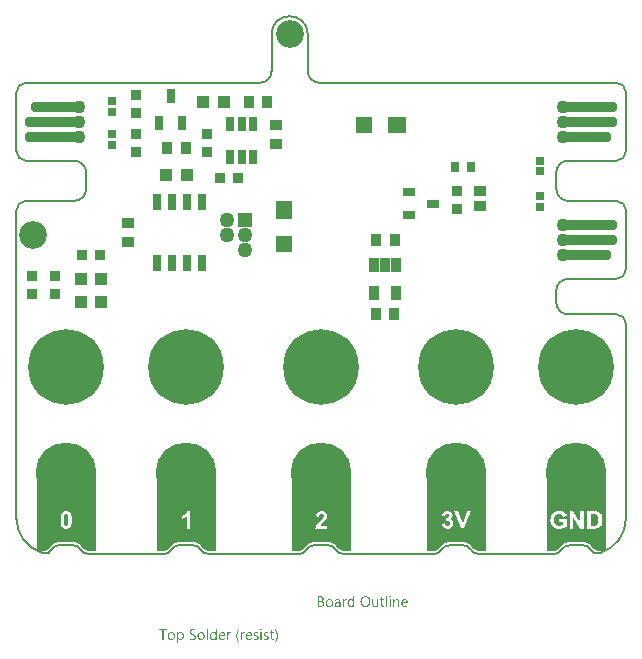
<source format=gts>
G04*
G04 #@! TF.GenerationSoftware,Altium Limited,Altium Designer,22.11.1 (43)*
G04*
G04 Layer_Color=8388736*
%FSAX44Y44*%
%MOMM*%
G71*
G04*
G04 #@! TF.SameCoordinates,9ACCB5CA-CB32-4648-9133-37158E338149*
G04*
G04*
G04 #@! TF.FilePolarity,Negative*
G04*
G01*
G75*
%ADD13C,0.2000*%
%ADD34C,2.3500*%
%ADD35R,0.8000X0.7000*%
%ADD36R,1.3500X1.4500*%
%ADD37R,1.3500X1.5000*%
%ADD38R,0.7000X1.4000*%
%ADD39R,1.0500X0.9500*%
G04:AMPARAMS|DCode=40|XSize=0.9mm|YSize=4.3mm|CornerRadius=0.351mm|HoleSize=0mm|Usage=FLASHONLY|Rotation=90.000|XOffset=0mm|YOffset=0mm|HoleType=Round|Shape=RoundedRectangle|*
%AMROUNDEDRECTD40*
21,1,0.9000,3.5980,0,0,90.0*
21,1,0.1980,4.3000,0,0,90.0*
1,1,0.7020,1.7990,0.0990*
1,1,0.7020,1.7990,-0.0990*
1,1,0.7020,-1.7990,-0.0990*
1,1,0.7020,-1.7990,0.0990*
%
%ADD40ROUNDEDRECTD40*%
G04:AMPARAMS|DCode=41|XSize=0.9mm|YSize=4.8mm|CornerRadius=0.351mm|HoleSize=0mm|Usage=FLASHONLY|Rotation=90.000|XOffset=0mm|YOffset=0mm|HoleType=Round|Shape=RoundedRectangle|*
%AMROUNDEDRECTD41*
21,1,0.9000,4.0980,0,0,90.0*
21,1,0.1980,4.8000,0,0,90.0*
1,1,0.7020,2.0490,0.0990*
1,1,0.7020,2.0490,-0.0990*
1,1,0.7020,-2.0490,-0.0990*
1,1,0.7020,-2.0490,0.0990*
%
%ADD41ROUNDEDRECTD41*%
%ADD42R,0.8500X1.1500*%
%ADD43R,1.5000X1.3500*%
%ADD44R,1.4500X1.3500*%
%ADD45R,0.9500X1.0500*%
%ADD46R,0.7500X1.1500*%
%ADD47R,0.7088X1.2168*%
%ADD48R,1.1152X1.0644*%
%ADD49R,0.9628X0.9120*%
%ADD50R,0.7500X0.9500*%
%ADD51R,0.9120X0.9628*%
%ADD52R,0.9500X0.9500*%
%ADD53R,1.0644X0.9628*%
%ADD54R,1.0500X0.7500*%
%ADD55C,6.4000*%
%ADD56C,1.2600*%
%ADD57R,1.2600X1.2600*%
%ADD58C,5.1500*%
%ADD59C,0.1500*%
%ADD60C,1.1000*%
G36*
X-00089408Y00012552D02*
X-00089408Y-00013761D01*
X-00089408Y-00043030D01*
X-00089406Y-00043030D01*
X-00089406Y-00050344D01*
X-00094651Y-00050326D01*
X-00094651Y-00050326D01*
X-00095667Y-00050323D01*
X-00097634Y-00049810D01*
X-00099410Y-00048820D01*
X-00100881Y-00047417D01*
X-00101418Y-00046553D01*
X-00101418Y-00046554D01*
X-00102013Y-00045778D01*
X-00103462Y-00044473D01*
X-00105184Y-00043558D01*
X-00107076Y-00043086D01*
X-00107266Y-00043074D01*
X-00120588Y-00043074D01*
X-00121497Y-00043130D01*
X-00123389Y-00043601D01*
X-00125111Y-00044517D01*
X-00126560Y-00045822D01*
X-00127155Y-00046597D01*
X-00127155Y-00046597D01*
X-00127691Y-00047461D01*
X-00129163Y-00048864D01*
X-00130938Y-00049854D01*
X-00132905Y-00050367D01*
X-00133922Y-00050370D01*
X-00133922Y-00050370D01*
X-00139194Y-00050388D01*
X-00139194Y-00043074D01*
X-00137775Y-00043074D01*
X-00139192Y-00043074D01*
X-00139192Y-00013761D01*
X-00139192Y00012552D01*
X-00089408Y00012552D01*
X-00089408Y00012552D02*
G37*
G36*
X-00191008Y-00013634D02*
X-00191008Y-00043030D01*
X-00191006Y-00043030D01*
X-00191006Y-00050344D01*
X-00196251Y-00050326D01*
X-00196251Y-00050326D01*
X-00197267Y-00050323D01*
X-00199234Y-00049810D01*
X-00201010Y-00048820D01*
X-00202481Y-00047417D01*
X-00203018Y-00046553D01*
X-00203018Y-00046554D01*
X-00203613Y-00045778D01*
X-00205062Y-00044473D01*
X-00206784Y-00043558D01*
X-00208676Y-00043086D01*
X-00208866Y-00043074D01*
X-00222188Y-00043074D01*
X-00223097Y-00043130D01*
X-00224989Y-00043601D01*
X-00226711Y-00044517D01*
X-00228160Y-00045822D01*
X-00228755Y-00046597D01*
X-00228755Y-00046597D01*
X-00229291Y-00047461D01*
X-00230763Y-00048864D01*
X-00232538Y-00049854D01*
X-00234505Y-00050367D01*
X-00235522Y-00050370D01*
X-00235522Y-00050370D01*
X-00240794Y-00050388D01*
X-00240794Y-00043074D01*
X-00239375Y-00043074D01*
X-00240792Y-00043074D01*
X-00240792Y-00013634D01*
X-00240792Y00012552D01*
X-00191008Y00012552D01*
X-00191008Y-00013634D01*
X-00191008Y-00013634D02*
G37*
G36*
X00240792Y-00013538D02*
X00240792Y-00043030D01*
X00240794Y-00043030D01*
X00240794Y-00050344D01*
X00235549Y-00050326D01*
X00235549Y-00050326D01*
X00234533Y-00050323D01*
X00232566Y-00049810D01*
X00230790Y-00048820D01*
X00229319Y-00047417D01*
X00228782Y-00046554D01*
X00228782Y-00046554D01*
X00228187Y-00045778D01*
X00226738Y-00044473D01*
X00225016Y-00043558D01*
X00223124Y-00043086D01*
X00222934Y-00043074D01*
X00209613Y-00043074D01*
X00208703Y-00043130D01*
X00206811Y-00043601D01*
X00205089Y-00044517D01*
X00203640Y-00045822D01*
X00203045Y-00046597D01*
X00203045Y-00046597D01*
X00202509Y-00047461D01*
X00201037Y-00048864D01*
X00199262Y-00049854D01*
X00197295Y-00050367D01*
X00196278Y-00050370D01*
X00196278Y-00050370D01*
X00191006Y-00050388D01*
X00191006Y-00043074D01*
X00192425Y-00043074D01*
X00191008Y-00043074D01*
X00191008Y-00013538D01*
X00191008Y00012552D01*
X00240792Y00012552D01*
X00240792Y-00013538D01*
X00240792Y-00013538D02*
G37*
G36*
X00139192Y-00013634D02*
X00139192Y-00013634D01*
X00139192Y-00043030D01*
X00139194Y-00043030D01*
X00139194Y-00050344D01*
X00133949Y-00050326D01*
X00133949Y-00050326D01*
X00132933Y-00050323D01*
X00130966Y-00049810D01*
X00129190Y-00048820D01*
X00127719Y-00047417D01*
X00127182Y-00046554D01*
X00127182Y-00046554D01*
X00126587Y-00045778D01*
X00125138Y-00044473D01*
X00123416Y-00043558D01*
X00121524Y-00043086D01*
X00121334Y-00043074D01*
X00108013Y-00043074D01*
X00107103Y-00043130D01*
X00105211Y-00043601D01*
X00103489Y-00044517D01*
X00102040Y-00045822D01*
X00101445Y-00046597D01*
X00101445Y-00046597D01*
X00100908Y-00047461D01*
X00099437Y-00048864D01*
X00097662Y-00049854D01*
X00095695Y-00050367D01*
X00094678Y-00050370D01*
X00094678Y-00050370D01*
X00089406Y-00050388D01*
X00089406Y-00043074D01*
X00090825Y-00043074D01*
X00089408Y-00043074D01*
X00089408Y-00013634D01*
X00089408Y-00013634D01*
X00089408Y00012552D01*
X00139192Y00012552D01*
X00139192Y-00013634D01*
X00139192Y-00013634D02*
G37*
G36*
X00024892Y00012552D02*
X00024892Y-00013762D01*
X00024892Y-00013762D01*
X00024892Y-00043030D01*
X00024894Y-00043030D01*
X00024894Y-00050344D01*
X00019649Y-00050326D01*
X00019649Y-00050326D01*
X00018633Y-00050323D01*
X00016666Y-00049810D01*
X00014890Y-00048820D01*
X00013419Y-00047417D01*
X00012882Y-00046554D01*
X00012882Y-00046554D01*
X00012287Y-00045778D01*
X00010838Y-00044473D01*
X00009116Y-00043558D01*
X00007224Y-00043086D01*
X00007034Y-00043074D01*
X-00006288Y-00043074D01*
X-00007197Y-00043130D01*
X-00009089Y-00043601D01*
X-00010811Y-00044517D01*
X-00012260Y-00045822D01*
X-00012855Y-00046597D01*
X-00012855Y-00046597D01*
X-00013391Y-00047461D01*
X-00014863Y-00048864D01*
X-00016638Y-00049854D01*
X-00018605Y-00050367D01*
X-00019622Y-00050370D01*
X-00019622Y-00050370D01*
X-00024894Y-00050388D01*
X-00024894Y-00043074D01*
X-00023475Y-00043074D01*
X-00024892Y-00043074D01*
X-00024892Y-00013762D01*
X-00024892Y-00013762D01*
X-00024892Y00012552D01*
X00024892Y00012552D01*
X00024892Y00012552D02*
G37*
G36*
X00058526Y-00088369D02*
X00058597Y-00088384D01*
X00058667Y-00088408D01*
X00058746Y-00088447D01*
X00058824Y-00088494D01*
X00058903Y-00088557D01*
X00058911Y-00088565D01*
X00058934Y-00088588D01*
X00058966Y-00088628D01*
X00059005Y-00088683D01*
X00059036Y-00088753D01*
X00059068Y-00088832D01*
X00059091Y-00088926D01*
X00059099Y-00089028D01*
X00059099Y-00089044D01*
X00059099Y-00089075D01*
X00059091Y-00089122D01*
X00059075Y-00089193D01*
X00059052Y-00089263D01*
X00059013Y-00089342D01*
X00058966Y-00089420D01*
X00058903Y-00089499D01*
X00058895Y-00089507D01*
X00058871Y-00089530D01*
X00058824Y-00089562D01*
X00058769Y-00089593D01*
X00058699Y-00089624D01*
X00058620Y-00089656D01*
X00058534Y-00089679D01*
X00058432Y-00089687D01*
X00058385Y-00089687D01*
X00058338Y-00089679D01*
X00058267Y-00089664D01*
X00058197Y-00089640D01*
X00058118Y-00089609D01*
X00058039Y-00089569D01*
X00057961Y-00089507D01*
X00057953Y-00089499D01*
X00057930Y-00089475D01*
X00057898Y-00089428D01*
X00057867Y-00089373D01*
X00057835Y-00089310D01*
X00057804Y-00089224D01*
X00057780Y-00089130D01*
X00057773Y-00089028D01*
X00057773Y-00089012D01*
X00057773Y-00088981D01*
X00057780Y-00088926D01*
X00057796Y-00088863D01*
X00057820Y-00088785D01*
X00057851Y-00088706D01*
X00057898Y-00088628D01*
X00057961Y-00088557D01*
X00057969Y-00088549D01*
X00057992Y-00088526D01*
X00058039Y-00088494D01*
X00058095Y-00088455D01*
X00058165Y-00088424D01*
X00058244Y-00088392D01*
X00058330Y-00088369D01*
X00058432Y-00088361D01*
X00058479Y-00088361D01*
X00058526Y-00088369D01*
X00058526Y-00088369D02*
G37*
G36*
X00028128Y-00097677D02*
X00027108Y-00097677D01*
X00027108Y-00096602D01*
X00027085Y-00096602D01*
X00027077Y-00096617D01*
X00027053Y-00096657D01*
X00027006Y-00096712D01*
X00026951Y-00096790D01*
X00026873Y-00096884D01*
X00026786Y-00096986D01*
X00026676Y-00097096D01*
X00026543Y-00097214D01*
X00026402Y-00097332D01*
X00026237Y-00097442D01*
X00026056Y-00097544D01*
X00025860Y-00097638D01*
X00025648Y-00097716D01*
X00025413Y-00097771D01*
X00025162Y-00097810D01*
X00024895Y-00097826D01*
X00024840Y-00097826D01*
X00024777Y-00097818D01*
X00024699Y-00097810D01*
X00024597Y-00097803D01*
X00024479Y-00097779D01*
X00024346Y-00097755D01*
X00024204Y-00097716D01*
X00024055Y-00097677D01*
X00023898Y-00097614D01*
X00023741Y-00097551D01*
X00023576Y-00097465D01*
X00023419Y-00097371D01*
X00023262Y-00097253D01*
X00023113Y-00097120D01*
X00022972Y-00096971D01*
X00022964Y-00096963D01*
X00022941Y-00096931D01*
X00022909Y-00096884D01*
X00022862Y-00096814D01*
X00022807Y-00096727D01*
X00022744Y-00096625D01*
X00022682Y-00096500D01*
X00022619Y-00096358D01*
X00022548Y-00096201D01*
X00022485Y-00096029D01*
X00022423Y-00095833D01*
X00022368Y-00095629D01*
X00022321Y-00095409D01*
X00022289Y-00095166D01*
X00022266Y-00094914D01*
X00022258Y-00094648D01*
X00022258Y-00094640D01*
X00022258Y-00094632D01*
X00022258Y-00094608D01*
X00022258Y-00094577D01*
X00022266Y-00094498D01*
X00022273Y-00094389D01*
X00022281Y-00094247D01*
X00022297Y-00094098D01*
X00022321Y-00093925D01*
X00022360Y-00093737D01*
X00022399Y-00093541D01*
X00022454Y-00093329D01*
X00022517Y-00093125D01*
X00022595Y-00092905D01*
X00022682Y-00092701D01*
X00022792Y-00092497D01*
X00022909Y-00092301D01*
X00023050Y-00092112D01*
X00023058Y-00092105D01*
X00023090Y-00092073D01*
X00023137Y-00092026D01*
X00023200Y-00091963D01*
X00023278Y-00091893D01*
X00023372Y-00091806D01*
X00023490Y-00091720D01*
X00023616Y-00091634D01*
X00023765Y-00091547D01*
X00023922Y-00091461D01*
X00024094Y-00091375D01*
X00024283Y-00091304D01*
X00024487Y-00091241D01*
X00024706Y-00091194D01*
X00024934Y-00091163D01*
X00025177Y-00091155D01*
X00025232Y-00091155D01*
X00025303Y-00091163D01*
X00025389Y-00091171D01*
X00025499Y-00091186D01*
X00025625Y-00091210D01*
X00025758Y-00091241D01*
X00025907Y-00091280D01*
X00026064Y-00091335D01*
X00026221Y-00091406D01*
X00026378Y-00091492D01*
X00026535Y-00091594D01*
X00026684Y-00091712D01*
X00026834Y-00091846D01*
X00026967Y-00092010D01*
X00027085Y-00092191D01*
X00027108Y-00092191D01*
X00027108Y-00088243D01*
X00028128Y-00088243D01*
X00028128Y-00097677D01*
X00028128Y-00097677D02*
G37*
G36*
X00064232Y-00091163D02*
X00064303Y-00091163D01*
X00064389Y-00091178D01*
X00064491Y-00091194D01*
X00064601Y-00091210D01*
X00064719Y-00091241D01*
X00064844Y-00091273D01*
X00064978Y-00091320D01*
X00065111Y-00091375D01*
X00065244Y-00091445D01*
X00065370Y-00091524D01*
X00065496Y-00091610D01*
X00065613Y-00091720D01*
X00065723Y-00091838D01*
X00065731Y-00091846D01*
X00065747Y-00091869D01*
X00065778Y-00091908D01*
X00065810Y-00091963D01*
X00065849Y-00092034D01*
X00065896Y-00092120D01*
X00065951Y-00092222D01*
X00066006Y-00092332D01*
X00066053Y-00092466D01*
X00066108Y-00092607D01*
X00066155Y-00092772D01*
X00066194Y-00092944D01*
X00066226Y-00093133D01*
X00066257Y-00093337D01*
X00066273Y-00093549D01*
X00066281Y-00093784D01*
X00066281Y-00097677D01*
X00065260Y-00097677D01*
X00065260Y-00094043D01*
X00065260Y-00094035D01*
X00065260Y-00094020D01*
X00065260Y-00093996D01*
X00065260Y-00093957D01*
X00065252Y-00093910D01*
X00065252Y-00093855D01*
X00065237Y-00093729D01*
X00065213Y-00093572D01*
X00065182Y-00093400D01*
X00065135Y-00093219D01*
X00065072Y-00093031D01*
X00064993Y-00092842D01*
X00064899Y-00092662D01*
X00064781Y-00092489D01*
X00064632Y-00092332D01*
X00064468Y-00092207D01*
X00064373Y-00092152D01*
X00064264Y-00092105D01*
X00064154Y-00092065D01*
X00064036Y-00092042D01*
X00063910Y-00092026D01*
X00063777Y-00092018D01*
X00063706Y-00092018D01*
X00063651Y-00092026D01*
X00063589Y-00092034D01*
X00063510Y-00092050D01*
X00063424Y-00092065D01*
X00063337Y-00092089D01*
X00063235Y-00092120D01*
X00063133Y-00092160D01*
X00063031Y-00092207D01*
X00062921Y-00092261D01*
X00062819Y-00092332D01*
X00062709Y-00092411D01*
X00062607Y-00092497D01*
X00062513Y-00092599D01*
X00062505Y-00092607D01*
X00062490Y-00092622D01*
X00062466Y-00092654D01*
X00062435Y-00092701D01*
X00062396Y-00092756D01*
X00062356Y-00092827D01*
X00062309Y-00092905D01*
X00062262Y-00092991D01*
X00062215Y-00093094D01*
X00062168Y-00093203D01*
X00062129Y-00093321D01*
X00062089Y-00093447D01*
X00062058Y-00093588D01*
X00062035Y-00093729D01*
X00062019Y-00093886D01*
X00062011Y-00094043D01*
X00062011Y-00097677D01*
X00060991Y-00097677D01*
X00060991Y-00091304D01*
X00062011Y-00091304D01*
X00062011Y-00092364D01*
X00062035Y-00092364D01*
X00062042Y-00092348D01*
X00062066Y-00092309D01*
X00062113Y-00092254D01*
X00062168Y-00092175D01*
X00062246Y-00092081D01*
X00062333Y-00091979D01*
X00062443Y-00091869D01*
X00062568Y-00091759D01*
X00062709Y-00091649D01*
X00062866Y-00091539D01*
X00063039Y-00091437D01*
X00063220Y-00091343D01*
X00063424Y-00091265D01*
X00063643Y-00091210D01*
X00063879Y-00091171D01*
X00064130Y-00091155D01*
X00064177Y-00091155D01*
X00064232Y-00091163D01*
X00064232Y-00091163D02*
G37*
G36*
X00021112Y-00091202D02*
X00021198Y-00091202D01*
X00021292Y-00091218D01*
X00021394Y-00091233D01*
X00021497Y-00091249D01*
X00021583Y-00091280D01*
X00021583Y-00092340D01*
X00021567Y-00092332D01*
X00021536Y-00092309D01*
X00021473Y-00092277D01*
X00021387Y-00092238D01*
X00021269Y-00092199D01*
X00021143Y-00092167D01*
X00020986Y-00092144D01*
X00020806Y-00092136D01*
X00020743Y-00092136D01*
X00020696Y-00092144D01*
X00020641Y-00092152D01*
X00020578Y-00092167D01*
X00020429Y-00092214D01*
X00020343Y-00092246D01*
X00020256Y-00092285D01*
X00020162Y-00092340D01*
X00020068Y-00092395D01*
X00019982Y-00092466D01*
X00019887Y-00092552D01*
X00019801Y-00092646D01*
X00019715Y-00092756D01*
X00019707Y-00092764D01*
X00019699Y-00092787D01*
X00019676Y-00092819D01*
X00019644Y-00092866D01*
X00019613Y-00092929D01*
X00019574Y-00093007D01*
X00019534Y-00093094D01*
X00019495Y-00093195D01*
X00019456Y-00093305D01*
X00019417Y-00093431D01*
X00019377Y-00093572D01*
X00019346Y-00093721D01*
X00019315Y-00093886D01*
X00019291Y-00094059D01*
X00019283Y-00094239D01*
X00019275Y-00094436D01*
X00019275Y-00097677D01*
X00018255Y-00097677D01*
X00018255Y-00091304D01*
X00019275Y-00091304D01*
X00019275Y-00092622D01*
X00019299Y-00092622D01*
X00019299Y-00092615D01*
X00019307Y-00092591D01*
X00019322Y-00092560D01*
X00019338Y-00092513D01*
X00019362Y-00092458D01*
X00019393Y-00092387D01*
X00019464Y-00092238D01*
X00019558Y-00092065D01*
X00019676Y-00091893D01*
X00019809Y-00091728D01*
X00019966Y-00091571D01*
X00019974Y-00091563D01*
X00019990Y-00091555D01*
X00020013Y-00091539D01*
X00020045Y-00091508D01*
X00020084Y-00091484D01*
X00020139Y-00091453D01*
X00020256Y-00091383D01*
X00020405Y-00091312D01*
X00020578Y-00091249D01*
X00020766Y-00091210D01*
X00020869Y-00091202D01*
X00020971Y-00091194D01*
X00021033Y-00091194D01*
X00021112Y-00091202D01*
X00021112Y-00091202D02*
G37*
G36*
X00048449Y-00097677D02*
X00047428Y-00097677D01*
X00047428Y-00096672D01*
X00047405Y-00096672D01*
X00047397Y-00096688D01*
X00047373Y-00096720D01*
X00047334Y-00096782D01*
X00047287Y-00096853D01*
X00047216Y-00096939D01*
X00047130Y-00097034D01*
X00047036Y-00097143D01*
X00046918Y-00097245D01*
X00046792Y-00097355D01*
X00046643Y-00097457D01*
X00046486Y-00097559D01*
X00046306Y-00097646D01*
X00046110Y-00097716D01*
X00045906Y-00097779D01*
X00045678Y-00097810D01*
X00045435Y-00097826D01*
X00045380Y-00097826D01*
X00045340Y-00097818D01*
X00045286Y-00097818D01*
X00045223Y-00097810D01*
X00045152Y-00097795D01*
X00045082Y-00097787D01*
X00044909Y-00097740D01*
X00044713Y-00097685D01*
X00044509Y-00097599D01*
X00044406Y-00097544D01*
X00044297Y-00097489D01*
X00044187Y-00097418D01*
X00044085Y-00097347D01*
X00043983Y-00097261D01*
X00043881Y-00097167D01*
X00043779Y-00097057D01*
X00043684Y-00096947D01*
X00043598Y-00096821D01*
X00043512Y-00096680D01*
X00043441Y-00096531D01*
X00043370Y-00096374D01*
X00043308Y-00096201D01*
X00043253Y-00096013D01*
X00043214Y-00095809D01*
X00043182Y-00095597D01*
X00043166Y-00095362D01*
X00043159Y-00095118D01*
X00043159Y-00091304D01*
X00044171Y-00091304D01*
X00044171Y-00094954D01*
X00044171Y-00094961D01*
X00044171Y-00094977D01*
X00044171Y-00095001D01*
X00044171Y-00095040D01*
X00044179Y-00095087D01*
X00044179Y-00095142D01*
X00044195Y-00095267D01*
X00044218Y-00095424D01*
X00044250Y-00095589D01*
X00044304Y-00095778D01*
X00044367Y-00095958D01*
X00044446Y-00096147D01*
X00044548Y-00096335D01*
X00044673Y-00096500D01*
X00044823Y-00096657D01*
X00045003Y-00096782D01*
X00045097Y-00096837D01*
X00045207Y-00096884D01*
X00045325Y-00096924D01*
X00045443Y-00096947D01*
X00045576Y-00096963D01*
X00045717Y-00096971D01*
X00045788Y-00096971D01*
X00045843Y-00096963D01*
X00045906Y-00096955D01*
X00045976Y-00096939D01*
X00046063Y-00096924D01*
X00046149Y-00096900D01*
X00046243Y-00096876D01*
X00046345Y-00096837D01*
X00046447Y-00096790D01*
X00046549Y-00096735D01*
X00046651Y-00096672D01*
X00046753Y-00096602D01*
X00046847Y-00096516D01*
X00046942Y-00096421D01*
X00046950Y-00096413D01*
X00046965Y-00096398D01*
X00046989Y-00096366D01*
X00047020Y-00096319D01*
X00047052Y-00096264D01*
X00047099Y-00096201D01*
X00047138Y-00096123D01*
X00047185Y-00096037D01*
X00047232Y-00095935D01*
X00047271Y-00095825D01*
X00047318Y-00095707D01*
X00047350Y-00095582D01*
X00047381Y-00095440D01*
X00047405Y-00095299D01*
X00047420Y-00095142D01*
X00047428Y-00094977D01*
X00047428Y-00091304D01*
X00048449Y-00091304D01*
X00048449Y-00097677D01*
X00048449Y-00097677D02*
G37*
G36*
X00058926Y-00097677D02*
X00057906Y-00097677D01*
X00057906Y-00091304D01*
X00058926Y-00091304D01*
X00058926Y-00097677D01*
X00058926Y-00097677D02*
G37*
G36*
X00055842Y-00097677D02*
X00054822Y-00097677D01*
X00054822Y-00088243D01*
X00055842Y-00088243D01*
X00055842Y-00097677D01*
X00055842Y-00097677D02*
G37*
G36*
X00014182Y-00091163D02*
X00014237Y-00091163D01*
X00014291Y-00091171D01*
X00014362Y-00091178D01*
X00014441Y-00091194D01*
X00014605Y-00091226D01*
X00014802Y-00091280D01*
X00014998Y-00091351D01*
X00015210Y-00091453D01*
X00015422Y-00091579D01*
X00015524Y-00091649D01*
X00015626Y-00091736D01*
X00015720Y-00091830D01*
X00015814Y-00091924D01*
X00015900Y-00092034D01*
X00015979Y-00092160D01*
X00016057Y-00092285D01*
X00016128Y-00092426D01*
X00016183Y-00092583D01*
X00016238Y-00092748D01*
X00016277Y-00092921D01*
X00016308Y-00093117D01*
X00016324Y-00093313D01*
X00016332Y-00093533D01*
X00016332Y-00097677D01*
X00015312Y-00097677D01*
X00015312Y-00096688D01*
X00015288Y-00096688D01*
X00015280Y-00096704D01*
X00015257Y-00096735D01*
X00015218Y-00096790D01*
X00015163Y-00096869D01*
X00015092Y-00096955D01*
X00015006Y-00097049D01*
X00014912Y-00097151D01*
X00014794Y-00097253D01*
X00014660Y-00097363D01*
X00014519Y-00097465D01*
X00014354Y-00097559D01*
X00014182Y-00097646D01*
X00013985Y-00097724D01*
X00013781Y-00097779D01*
X00013562Y-00097810D01*
X00013326Y-00097826D01*
X00013232Y-00097826D01*
X00013169Y-00097818D01*
X00013091Y-00097810D01*
X00012996Y-00097803D01*
X00012894Y-00097787D01*
X00012785Y-00097763D01*
X00012541Y-00097701D01*
X00012423Y-00097661D01*
X00012298Y-00097614D01*
X00012172Y-00097559D01*
X00012055Y-00097489D01*
X00011945Y-00097410D01*
X00011835Y-00097324D01*
X00011827Y-00097316D01*
X00011811Y-00097300D01*
X00011788Y-00097269D01*
X00011748Y-00097230D01*
X00011709Y-00097183D01*
X00011670Y-00097120D01*
X00011615Y-00097049D01*
X00011568Y-00096971D01*
X00011521Y-00096876D01*
X00011474Y-00096775D01*
X00011427Y-00096665D01*
X00011387Y-00096547D01*
X00011348Y-00096421D01*
X00011325Y-00096288D01*
X00011309Y-00096139D01*
X00011301Y-00095990D01*
X00011301Y-00095982D01*
X00011301Y-00095966D01*
X00011301Y-00095942D01*
X00011309Y-00095911D01*
X00011309Y-00095872D01*
X00011317Y-00095825D01*
X00011332Y-00095707D01*
X00011364Y-00095566D01*
X00011411Y-00095409D01*
X00011474Y-00095236D01*
X00011568Y-00095056D01*
X00011678Y-00094875D01*
X00011811Y-00094695D01*
X00011898Y-00094608D01*
X00011984Y-00094522D01*
X00012086Y-00094436D01*
X00012188Y-00094357D01*
X00012306Y-00094279D01*
X00012431Y-00094208D01*
X00012565Y-00094145D01*
X00012714Y-00094082D01*
X00012871Y-00094027D01*
X00013036Y-00093980D01*
X00013216Y-00093941D01*
X00013405Y-00093910D01*
X00015312Y-00093643D01*
X00015312Y-00093635D01*
X00015312Y-00093627D01*
X00015312Y-00093604D01*
X00015312Y-00093572D01*
X00015304Y-00093494D01*
X00015288Y-00093392D01*
X00015273Y-00093266D01*
X00015241Y-00093125D01*
X00015202Y-00092984D01*
X00015147Y-00092827D01*
X00015076Y-00092677D01*
X00014990Y-00092528D01*
X00014888Y-00092395D01*
X00014762Y-00092269D01*
X00014605Y-00092167D01*
X00014433Y-00092089D01*
X00014339Y-00092057D01*
X00014229Y-00092034D01*
X00014119Y-00092026D01*
X00014001Y-00092018D01*
X00013946Y-00092018D01*
X00013891Y-00092026D01*
X00013805Y-00092034D01*
X00013703Y-00092042D01*
X00013585Y-00092057D01*
X00013452Y-00092081D01*
X00013310Y-00092112D01*
X00013153Y-00092160D01*
X00012989Y-00092207D01*
X00012816Y-00092269D01*
X00012635Y-00092348D01*
X00012455Y-00092442D01*
X00012274Y-00092544D01*
X00012094Y-00092662D01*
X00011921Y-00092803D01*
X00011921Y-00091759D01*
X00011929Y-00091751D01*
X00011960Y-00091736D01*
X00012015Y-00091704D01*
X00012086Y-00091665D01*
X00012180Y-00091618D01*
X00012282Y-00091571D01*
X00012408Y-00091516D01*
X00012549Y-00091453D01*
X00012698Y-00091398D01*
X00012863Y-00091343D01*
X00013044Y-00091296D01*
X00013232Y-00091249D01*
X00013436Y-00091210D01*
X00013640Y-00091178D01*
X00013860Y-00091163D01*
X00014087Y-00091155D01*
X00014142Y-00091155D01*
X00014182Y-00091163D01*
X00014182Y-00091163D02*
G37*
G36*
X-00000134Y-00088761D02*
X-00000040Y-00088769D01*
X00000070Y-00088785D01*
X00000195Y-00088800D01*
X00000337Y-00088824D01*
X00000478Y-00088855D01*
X00000627Y-00088895D01*
X00000784Y-00088942D01*
X00000933Y-00088996D01*
X00001090Y-00089059D01*
X00001231Y-00089138D01*
X00001373Y-00089224D01*
X00001506Y-00089326D01*
X00001514Y-00089334D01*
X00001538Y-00089350D01*
X00001569Y-00089381D01*
X00001608Y-00089428D01*
X00001663Y-00089483D01*
X00001718Y-00089554D01*
X00001781Y-00089632D01*
X00001844Y-00089719D01*
X00001906Y-00089821D01*
X00001969Y-00089930D01*
X00002024Y-00090056D01*
X00002079Y-00090182D01*
X00002118Y-00090323D01*
X00002150Y-00090472D01*
X00002173Y-00090629D01*
X00002181Y-00090794D01*
X00002181Y-00090802D01*
X00002181Y-00090825D01*
X00002181Y-00090864D01*
X00002173Y-00090919D01*
X00002165Y-00090990D01*
X00002157Y-00091061D01*
X00002150Y-00091147D01*
X00002134Y-00091241D01*
X00002079Y-00091453D01*
X00002008Y-00091673D01*
X00001961Y-00091791D01*
X00001906Y-00091901D01*
X00001844Y-00092010D01*
X00001773Y-00092120D01*
X00001765Y-00092128D01*
X00001757Y-00092144D01*
X00001734Y-00092175D01*
X00001694Y-00092214D01*
X00001655Y-00092254D01*
X00001608Y-00092309D01*
X00001545Y-00092364D01*
X00001482Y-00092426D01*
X00001404Y-00092489D01*
X00001318Y-00092560D01*
X00001223Y-00092622D01*
X00001121Y-00092693D01*
X00001012Y-00092756D01*
X00000902Y-00092811D01*
X00000643Y-00092913D01*
X00000643Y-00092936D01*
X00000651Y-00092936D01*
X00000682Y-00092944D01*
X00000729Y-00092952D01*
X00000792Y-00092960D01*
X00000870Y-00092976D01*
X00000957Y-00092999D01*
X00001059Y-00093031D01*
X00001161Y-00093062D01*
X00001388Y-00093148D01*
X00001514Y-00093203D01*
X00001632Y-00093274D01*
X00001749Y-00093345D01*
X00001867Y-00093423D01*
X00001985Y-00093517D01*
X00002087Y-00093619D01*
X00002095Y-00093627D01*
X00002110Y-00093643D01*
X00002134Y-00093674D01*
X00002173Y-00093721D01*
X00002212Y-00093784D01*
X00002260Y-00093847D01*
X00002307Y-00093933D01*
X00002362Y-00094020D01*
X00002409Y-00094122D01*
X00002456Y-00094239D01*
X00002503Y-00094357D01*
X00002542Y-00094490D01*
X00002581Y-00094640D01*
X00002605Y-00094789D01*
X00002621Y-00094946D01*
X00002628Y-00095118D01*
X00002628Y-00095134D01*
X00002628Y-00095166D01*
X00002621Y-00095228D01*
X00002613Y-00095307D01*
X00002605Y-00095409D01*
X00002581Y-00095519D01*
X00002558Y-00095644D01*
X00002526Y-00095778D01*
X00002479Y-00095927D01*
X00002424Y-00096076D01*
X00002362Y-00096225D01*
X00002283Y-00096382D01*
X00002189Y-00096539D01*
X00002079Y-00096688D01*
X00001953Y-00096829D01*
X00001804Y-00096971D01*
X00001796Y-00096979D01*
X00001765Y-00097002D01*
X00001718Y-00097034D01*
X00001655Y-00097081D01*
X00001577Y-00097135D01*
X00001475Y-00097190D01*
X00001365Y-00097261D01*
X00001239Y-00097324D01*
X00001090Y-00097387D01*
X00000933Y-00097449D01*
X00000768Y-00097512D01*
X00000580Y-00097567D01*
X00000384Y-00097614D01*
X00000180Y-00097646D01*
X-00000040Y-00097669D01*
X-00000268Y-00097677D01*
X-00002866Y-00097677D01*
X-00002866Y-00088753D01*
X-00000221Y-00088753D01*
X-00000134Y-00088761D01*
X-00000134Y-00088761D02*
G37*
G36*
X00051855Y-00091304D02*
X00053464Y-00091304D01*
X00053464Y-00092183D01*
X00051855Y-00092183D01*
X00051855Y-00095770D01*
X00051855Y-00095778D01*
X00051855Y-00095801D01*
X00051855Y-00095833D01*
X00051855Y-00095872D01*
X00051863Y-00095927D01*
X00051870Y-00095990D01*
X00051886Y-00096123D01*
X00051910Y-00096280D01*
X00051949Y-00096429D01*
X00052004Y-00096570D01*
X00052035Y-00096633D01*
X00052075Y-00096688D01*
X00052082Y-00096696D01*
X00052114Y-00096727D01*
X00052169Y-00096775D01*
X00052247Y-00096821D01*
X00052349Y-00096876D01*
X00052475Y-00096916D01*
X00052624Y-00096947D01*
X00052797Y-00096963D01*
X00052860Y-00096963D01*
X00052930Y-00096955D01*
X00053024Y-00096939D01*
X00053126Y-00096908D01*
X00053244Y-00096876D01*
X00053354Y-00096821D01*
X00053464Y-00096751D01*
X00053464Y-00097622D01*
X00053456Y-00097622D01*
X00053448Y-00097630D01*
X00053425Y-00097638D01*
X00053401Y-00097654D01*
X00053315Y-00097685D01*
X00053213Y-00097716D01*
X00053071Y-00097748D01*
X00052906Y-00097779D01*
X00052718Y-00097803D01*
X00052506Y-00097810D01*
X00052436Y-00097810D01*
X00052349Y-00097795D01*
X00052247Y-00097779D01*
X00052122Y-00097755D01*
X00051980Y-00097708D01*
X00051823Y-00097654D01*
X00051674Y-00097575D01*
X00051517Y-00097481D01*
X00051360Y-00097355D01*
X00051219Y-00097206D01*
X00051156Y-00097120D01*
X00051094Y-00097026D01*
X00051039Y-00096924D01*
X00050992Y-00096814D01*
X00050944Y-00096696D01*
X00050905Y-00096562D01*
X00050874Y-00096429D01*
X00050850Y-00096280D01*
X00050842Y-00096123D01*
X00050834Y-00095950D01*
X00050834Y-00092183D01*
X00049744Y-00092183D01*
X00049744Y-00091304D01*
X00050834Y-00091304D01*
X00050834Y-00089750D01*
X00051855Y-00089420D01*
X00051855Y-00091304D01*
X00051855Y-00091304D02*
G37*
G36*
X00070825Y-00091163D02*
X00070911Y-00091171D01*
X00071021Y-00091178D01*
X00071139Y-00091194D01*
X00071272Y-00091226D01*
X00071413Y-00091257D01*
X00071571Y-00091296D01*
X00071727Y-00091351D01*
X00071884Y-00091422D01*
X00072049Y-00091500D01*
X00072206Y-00091594D01*
X00072355Y-00091704D01*
X00072505Y-00091830D01*
X00072638Y-00091971D01*
X00072646Y-00091979D01*
X00072669Y-00092010D01*
X00072701Y-00092057D01*
X00072748Y-00092120D01*
X00072795Y-00092199D01*
X00072858Y-00092301D01*
X00072920Y-00092418D01*
X00072983Y-00092552D01*
X00073046Y-00092709D01*
X00073109Y-00092874D01*
X00073172Y-00093062D01*
X00073219Y-00093258D01*
X00073266Y-00093478D01*
X00073297Y-00093706D01*
X00073321Y-00093957D01*
X00073329Y-00094216D01*
X00073329Y-00094749D01*
X00068823Y-00094749D01*
X00068823Y-00094765D01*
X00068823Y-00094797D01*
X00068831Y-00094852D01*
X00068839Y-00094922D01*
X00068847Y-00095016D01*
X00068863Y-00095118D01*
X00068878Y-00095228D01*
X00068910Y-00095354D01*
X00068980Y-00095621D01*
X00069028Y-00095754D01*
X00069082Y-00095895D01*
X00069145Y-00096029D01*
X00069216Y-00096162D01*
X00069302Y-00096280D01*
X00069397Y-00096398D01*
X00069404Y-00096406D01*
X00069420Y-00096421D01*
X00069451Y-00096453D01*
X00069499Y-00096484D01*
X00069553Y-00096531D01*
X00069624Y-00096578D01*
X00069703Y-00096633D01*
X00069789Y-00096680D01*
X00069891Y-00096735D01*
X00070009Y-00096790D01*
X00070126Y-00096837D01*
X00070268Y-00096884D01*
X00070409Y-00096916D01*
X00070566Y-00096947D01*
X00070731Y-00096963D01*
X00070903Y-00096971D01*
X00070950Y-00096971D01*
X00071005Y-00096963D01*
X00071084Y-00096963D01*
X00071178Y-00096947D01*
X00071288Y-00096931D01*
X00071413Y-00096908D01*
X00071555Y-00096884D01*
X00071704Y-00096845D01*
X00071861Y-00096798D01*
X00072026Y-00096743D01*
X00072191Y-00096672D01*
X00072363Y-00096594D01*
X00072536Y-00096500D01*
X00072709Y-00096390D01*
X00072881Y-00096264D01*
X00072881Y-00097222D01*
X00072873Y-00097230D01*
X00072842Y-00097245D01*
X00072795Y-00097277D01*
X00072732Y-00097316D01*
X00072646Y-00097363D01*
X00072544Y-00097410D01*
X00072426Y-00097465D01*
X00072293Y-00097520D01*
X00072136Y-00097583D01*
X00071971Y-00097638D01*
X00071790Y-00097685D01*
X00071594Y-00097732D01*
X00071382Y-00097771D01*
X00071154Y-00097803D01*
X00070911Y-00097818D01*
X00070660Y-00097826D01*
X00070597Y-00097826D01*
X00070535Y-00097818D01*
X00070440Y-00097810D01*
X00070323Y-00097803D01*
X00070189Y-00097779D01*
X00070048Y-00097755D01*
X00069891Y-00097716D01*
X00069726Y-00097669D01*
X00069553Y-00097614D01*
X00069373Y-00097544D01*
X00069200Y-00097465D01*
X00069020Y-00097363D01*
X00068855Y-00097245D01*
X00068690Y-00097112D01*
X00068541Y-00096963D01*
X00068533Y-00096955D01*
X00068510Y-00096924D01*
X00068470Y-00096869D01*
X00068423Y-00096798D01*
X00068360Y-00096712D01*
X00068298Y-00096602D01*
X00068227Y-00096476D01*
X00068156Y-00096327D01*
X00068086Y-00096170D01*
X00068015Y-00095982D01*
X00067952Y-00095786D01*
X00067889Y-00095566D01*
X00067842Y-00095330D01*
X00067803Y-00095079D01*
X00067780Y-00094804D01*
X00067772Y-00094522D01*
X00067772Y-00094514D01*
X00067772Y-00094506D01*
X00067772Y-00094483D01*
X00067772Y-00094459D01*
X00067780Y-00094381D01*
X00067787Y-00094271D01*
X00067795Y-00094145D01*
X00067819Y-00094004D01*
X00067842Y-00093839D01*
X00067874Y-00093659D01*
X00067921Y-00093470D01*
X00067976Y-00093274D01*
X00068046Y-00093070D01*
X00068125Y-00092866D01*
X00068219Y-00092670D01*
X00068337Y-00092466D01*
X00068463Y-00092277D01*
X00068612Y-00092097D01*
X00068619Y-00092089D01*
X00068651Y-00092057D01*
X00068698Y-00092010D01*
X00068761Y-00091948D01*
X00068847Y-00091877D01*
X00068949Y-00091798D01*
X00069059Y-00091712D01*
X00069192Y-00091626D01*
X00069334Y-00091539D01*
X00069499Y-00091453D01*
X00069671Y-00091375D01*
X00069852Y-00091304D01*
X00070048Y-00091241D01*
X00070260Y-00091194D01*
X00070480Y-00091163D01*
X00070707Y-00091155D01*
X00070762Y-00091155D01*
X00070825Y-00091163D01*
X00070825Y-00091163D02*
G37*
G36*
X00037696Y-00088612D02*
X00037751Y-00088612D01*
X00037806Y-00088620D01*
X00037877Y-00088620D01*
X00038033Y-00088643D01*
X00038214Y-00088667D01*
X00038418Y-00088706D01*
X00038638Y-00088761D01*
X00038865Y-00088824D01*
X00039109Y-00088910D01*
X00039352Y-00089012D01*
X00039603Y-00089130D01*
X00039854Y-00089271D01*
X00040090Y-00089436D01*
X00040325Y-00089632D01*
X00040545Y-00089852D01*
X00040561Y-00089868D01*
X00040592Y-00089907D01*
X00040647Y-00089978D01*
X00040725Y-00090080D01*
X00040804Y-00090205D01*
X00040906Y-00090354D01*
X00041008Y-00090527D01*
X00041110Y-00090723D01*
X00041212Y-00090951D01*
X00041314Y-00091194D01*
X00041416Y-00091461D01*
X00041502Y-00091751D01*
X00041573Y-00092065D01*
X00041628Y-00092395D01*
X00041659Y-00092740D01*
X00041675Y-00093109D01*
X00041675Y-00093117D01*
X00041675Y-00093133D01*
X00041675Y-00093164D01*
X00041675Y-00093203D01*
X00041667Y-00093258D01*
X00041667Y-00093321D01*
X00041659Y-00093392D01*
X00041659Y-00093470D01*
X00041652Y-00093556D01*
X00041644Y-00093651D01*
X00041612Y-00093863D01*
X00041581Y-00094106D01*
X00041534Y-00094357D01*
X00041471Y-00094632D01*
X00041393Y-00094914D01*
X00041298Y-00095197D01*
X00041189Y-00095487D01*
X00041055Y-00095770D01*
X00040898Y-00096052D01*
X00040718Y-00096311D01*
X00040514Y-00096562D01*
X00040498Y-00096578D01*
X00040459Y-00096617D01*
X00040396Y-00096680D01*
X00040302Y-00096759D01*
X00040184Y-00096853D01*
X00040043Y-00096963D01*
X00039886Y-00097073D01*
X00039697Y-00097190D01*
X00039485Y-00097308D01*
X00039250Y-00097426D01*
X00038999Y-00097536D01*
X00038724Y-00097630D01*
X00038426Y-00097708D01*
X00038112Y-00097771D01*
X00037774Y-00097810D01*
X00037421Y-00097826D01*
X00037335Y-00097826D01*
X00037296Y-00097818D01*
X00037241Y-00097818D01*
X00037178Y-00097810D01*
X00037107Y-00097803D01*
X00036943Y-00097787D01*
X00036762Y-00097763D01*
X00036550Y-00097724D01*
X00036330Y-00097669D01*
X00036087Y-00097606D01*
X00035844Y-00097520D01*
X00035593Y-00097418D01*
X00035333Y-00097300D01*
X00035082Y-00097159D01*
X00034839Y-00096986D01*
X00034596Y-00096798D01*
X00034376Y-00096578D01*
X00034360Y-00096562D01*
X00034329Y-00096523D01*
X00034274Y-00096453D01*
X00034195Y-00096351D01*
X00034109Y-00096225D01*
X00034015Y-00096076D01*
X00033913Y-00095903D01*
X00033811Y-00095699D01*
X00033701Y-00095479D01*
X00033599Y-00095236D01*
X00033505Y-00094969D01*
X00033419Y-00094679D01*
X00033340Y-00094365D01*
X00033285Y-00094035D01*
X00033254Y-00093690D01*
X00033238Y-00093321D01*
X00033238Y-00093313D01*
X00033238Y-00093298D01*
X00033238Y-00093266D01*
X00033238Y-00093227D01*
X00033246Y-00093172D01*
X00033246Y-00093117D01*
X00033254Y-00093046D01*
X00033254Y-00092968D01*
X00033261Y-00092882D01*
X00033277Y-00092780D01*
X00033301Y-00092576D01*
X00033332Y-00092340D01*
X00033387Y-00092089D01*
X00033442Y-00091814D01*
X00033521Y-00091539D01*
X00033615Y-00091257D01*
X00033725Y-00090967D01*
X00033858Y-00090684D01*
X00034015Y-00090409D01*
X00034195Y-00090142D01*
X00034400Y-00089891D01*
X00034415Y-00089875D01*
X00034455Y-00089836D01*
X00034517Y-00089774D01*
X00034611Y-00089687D01*
X00034729Y-00089593D01*
X00034878Y-00089483D01*
X00035043Y-00089365D01*
X00035231Y-00089248D01*
X00035451Y-00089130D01*
X00035687Y-00089012D01*
X00035946Y-00088902D01*
X00036228Y-00088808D01*
X00036534Y-00088722D01*
X00036856Y-00088659D01*
X00037201Y-00088620D01*
X00037570Y-00088604D01*
X00037649Y-00088604D01*
X00037696Y-00088612D01*
X00037696Y-00088612D02*
G37*
G36*
X00007251Y-00091163D02*
X00007353Y-00091171D01*
X00007471Y-00091178D01*
X00007612Y-00091202D01*
X00007761Y-00091226D01*
X00007926Y-00091265D01*
X00008107Y-00091312D01*
X00008287Y-00091367D01*
X00008468Y-00091437D01*
X00008656Y-00091524D01*
X00008837Y-00091626D01*
X00009017Y-00091743D01*
X00009182Y-00091877D01*
X00009339Y-00092034D01*
X00009347Y-00092042D01*
X00009370Y-00092073D01*
X00009410Y-00092128D01*
X00009464Y-00092199D01*
X00009527Y-00092285D01*
X00009590Y-00092395D01*
X00009669Y-00092521D01*
X00009739Y-00092670D01*
X00009818Y-00092835D01*
X00009888Y-00093015D01*
X00009951Y-00093211D01*
X00010014Y-00093431D01*
X00010069Y-00093666D01*
X00010108Y-00093918D01*
X00010132Y-00094184D01*
X00010139Y-00094467D01*
X00010139Y-00094475D01*
X00010139Y-00094483D01*
X00010139Y-00094506D01*
X00010139Y-00094538D01*
X00010132Y-00094616D01*
X00010124Y-00094718D01*
X00010116Y-00094852D01*
X00010092Y-00095001D01*
X00010069Y-00095166D01*
X00010030Y-00095346D01*
X00009983Y-00095534D01*
X00009928Y-00095738D01*
X00009857Y-00095942D01*
X00009779Y-00096147D01*
X00009676Y-00096351D01*
X00009559Y-00096547D01*
X00009425Y-00096735D01*
X00009276Y-00096916D01*
X00009268Y-00096924D01*
X00009237Y-00096955D01*
X00009190Y-00097002D01*
X00009119Y-00097057D01*
X00009033Y-00097128D01*
X00008931Y-00097206D01*
X00008805Y-00097285D01*
X00008664Y-00097371D01*
X00008507Y-00097457D01*
X00008334Y-00097536D01*
X00008146Y-00097614D01*
X00007942Y-00097685D01*
X00007714Y-00097740D01*
X00007479Y-00097787D01*
X00007236Y-00097818D01*
X00006969Y-00097826D01*
X00006906Y-00097826D01*
X00006835Y-00097818D01*
X00006733Y-00097810D01*
X00006615Y-00097803D01*
X00006474Y-00097779D01*
X00006325Y-00097755D01*
X00006160Y-00097716D01*
X00005980Y-00097669D01*
X00005799Y-00097606D01*
X00005611Y-00097536D01*
X00005422Y-00097449D01*
X00005234Y-00097347D01*
X00005046Y-00097230D01*
X00004873Y-00097096D01*
X00004708Y-00096939D01*
X00004700Y-00096931D01*
X00004669Y-00096900D01*
X00004630Y-00096845D01*
X00004575Y-00096775D01*
X00004512Y-00096688D01*
X00004441Y-00096578D01*
X00004371Y-00096453D01*
X00004292Y-00096304D01*
X00004214Y-00096147D01*
X00004135Y-00095966D01*
X00004065Y-00095770D01*
X00004002Y-00095558D01*
X00003947Y-00095338D01*
X00003908Y-00095095D01*
X00003876Y-00094836D01*
X00003868Y-00094569D01*
X00003868Y-00094561D01*
X00003868Y-00094553D01*
X00003868Y-00094530D01*
X00003868Y-00094498D01*
X00003876Y-00094412D01*
X00003884Y-00094302D01*
X00003892Y-00094169D01*
X00003916Y-00094012D01*
X00003939Y-00093839D01*
X00003978Y-00093651D01*
X00004026Y-00093455D01*
X00004080Y-00093250D01*
X00004151Y-00093039D01*
X00004237Y-00092827D01*
X00004339Y-00092622D01*
X00004449Y-00092426D01*
X00004583Y-00092238D01*
X00004740Y-00092057D01*
X00004748Y-00092050D01*
X00004779Y-00092018D01*
X00004834Y-00091971D01*
X00004904Y-00091916D01*
X00004991Y-00091846D01*
X00005101Y-00091775D01*
X00005226Y-00091689D01*
X00005368Y-00091602D01*
X00005525Y-00091524D01*
X00005705Y-00091437D01*
X00005901Y-00091367D01*
X00006113Y-00091296D01*
X00006341Y-00091241D01*
X00006584Y-00091194D01*
X00006843Y-00091163D01*
X00007118Y-00091155D01*
X00007181Y-00091155D01*
X00007251Y-00091163D01*
X00007251Y-00091163D02*
G37*
G36*
X-00050805Y-00116340D02*
X-00050734Y-00116356D01*
X-00050663Y-00116379D01*
X-00050585Y-00116419D01*
X-00050506Y-00116466D01*
X-00050428Y-00116529D01*
X-00050420Y-00116536D01*
X-00050396Y-00116560D01*
X-00050365Y-00116599D01*
X-00050326Y-00116654D01*
X-00050294Y-00116725D01*
X-00050263Y-00116803D01*
X-00050239Y-00116897D01*
X-00050232Y-00117000D01*
X-00050232Y-00117015D01*
X-00050232Y-00117047D01*
X-00050239Y-00117094D01*
X-00050255Y-00117164D01*
X-00050279Y-00117235D01*
X-00050318Y-00117313D01*
X-00050365Y-00117392D01*
X-00050428Y-00117470D01*
X-00050436Y-00117478D01*
X-00050459Y-00117502D01*
X-00050506Y-00117533D01*
X-00050561Y-00117565D01*
X-00050632Y-00117596D01*
X-00050710Y-00117627D01*
X-00050797Y-00117651D01*
X-00050899Y-00117659D01*
X-00050946Y-00117659D01*
X-00050993Y-00117651D01*
X-00051064Y-00117635D01*
X-00051134Y-00117612D01*
X-00051213Y-00117580D01*
X-00051291Y-00117541D01*
X-00051370Y-00117478D01*
X-00051378Y-00117470D01*
X-00051401Y-00117447D01*
X-00051432Y-00117400D01*
X-00051464Y-00117345D01*
X-00051495Y-00117282D01*
X-00051527Y-00117196D01*
X-00051550Y-00117101D01*
X-00051558Y-00117000D01*
X-00051558Y-00116984D01*
X-00051558Y-00116952D01*
X-00051550Y-00116897D01*
X-00051535Y-00116835D01*
X-00051511Y-00116756D01*
X-00051480Y-00116678D01*
X-00051432Y-00116599D01*
X-00051370Y-00116529D01*
X-00051362Y-00116521D01*
X-00051338Y-00116497D01*
X-00051291Y-00116466D01*
X-00051236Y-00116427D01*
X-00051166Y-00116395D01*
X-00051087Y-00116364D01*
X-00051001Y-00116340D01*
X-00050899Y-00116332D01*
X-00050852Y-00116332D01*
X-00050805Y-00116340D01*
X-00050805Y-00116340D02*
G37*
G36*
X-00108154Y-00116583D02*
X-00108044Y-00116583D01*
X-00107919Y-00116591D01*
X-00107778Y-00116599D01*
X-00107628Y-00116615D01*
X-00107315Y-00116654D01*
X-00107001Y-00116709D01*
X-00106844Y-00116748D01*
X-00106702Y-00116788D01*
X-00106561Y-00116842D01*
X-00106443Y-00116897D01*
X-00106443Y-00118075D01*
X-00106451Y-00118067D01*
X-00106482Y-00118051D01*
X-00106522Y-00118028D01*
X-00106585Y-00117988D01*
X-00106663Y-00117949D01*
X-00106757Y-00117902D01*
X-00106867Y-00117847D01*
X-00106993Y-00117800D01*
X-00107134Y-00117745D01*
X-00107291Y-00117698D01*
X-00107456Y-00117651D01*
X-00107636Y-00117612D01*
X-00107825Y-00117572D01*
X-00108029Y-00117549D01*
X-00108248Y-00117533D01*
X-00108476Y-00117525D01*
X-00108602Y-00117525D01*
X-00108688Y-00117533D01*
X-00108790Y-00117541D01*
X-00108908Y-00117557D01*
X-00109033Y-00117572D01*
X-00109159Y-00117596D01*
X-00109175Y-00117596D01*
X-00109214Y-00117612D01*
X-00109277Y-00117627D01*
X-00109363Y-00117651D01*
X-00109457Y-00117682D01*
X-00109559Y-00117722D01*
X-00109669Y-00117776D01*
X-00109771Y-00117831D01*
X-00109779Y-00117839D01*
X-00109818Y-00117863D01*
X-00109865Y-00117894D01*
X-00109928Y-00117941D01*
X-00109991Y-00118004D01*
X-00110069Y-00118075D01*
X-00110140Y-00118153D01*
X-00110203Y-00118247D01*
X-00110211Y-00118255D01*
X-00110226Y-00118294D01*
X-00110258Y-00118350D01*
X-00110281Y-00118420D01*
X-00110313Y-00118506D01*
X-00110344Y-00118616D01*
X-00110360Y-00118734D01*
X-00110368Y-00118868D01*
X-00110368Y-00118883D01*
X-00110368Y-00118922D01*
X-00110360Y-00118993D01*
X-00110352Y-00119072D01*
X-00110336Y-00119166D01*
X-00110313Y-00119268D01*
X-00110281Y-00119370D01*
X-00110242Y-00119464D01*
X-00110234Y-00119472D01*
X-00110218Y-00119503D01*
X-00110187Y-00119550D01*
X-00110148Y-00119613D01*
X-00110093Y-00119684D01*
X-00110030Y-00119762D01*
X-00109952Y-00119841D01*
X-00109865Y-00119919D01*
X-00109857Y-00119927D01*
X-00109818Y-00119951D01*
X-00109763Y-00119998D01*
X-00109693Y-00120045D01*
X-00109606Y-00120108D01*
X-00109504Y-00120170D01*
X-00109387Y-00120249D01*
X-00109261Y-00120319D01*
X-00109253Y-00120319D01*
X-00109245Y-00120327D01*
X-00109198Y-00120351D01*
X-00109120Y-00120390D01*
X-00109025Y-00120445D01*
X-00108900Y-00120500D01*
X-00108759Y-00120571D01*
X-00108602Y-00120649D01*
X-00108437Y-00120735D01*
X-00108429Y-00120735D01*
X-00108413Y-00120743D01*
X-00108390Y-00120759D01*
X-00108358Y-00120775D01*
X-00108311Y-00120798D01*
X-00108264Y-00120822D01*
X-00108146Y-00120885D01*
X-00108005Y-00120963D01*
X-00107848Y-00121049D01*
X-00107691Y-00121136D01*
X-00107526Y-00121238D01*
X-00107519Y-00121238D01*
X-00107511Y-00121246D01*
X-00107487Y-00121261D01*
X-00107456Y-00121285D01*
X-00107369Y-00121340D01*
X-00107267Y-00121410D01*
X-00107150Y-00121497D01*
X-00107024Y-00121591D01*
X-00106898Y-00121701D01*
X-00106773Y-00121819D01*
X-00106757Y-00121834D01*
X-00106718Y-00121874D01*
X-00106663Y-00121936D01*
X-00106585Y-00122023D01*
X-00106506Y-00122125D01*
X-00106420Y-00122242D01*
X-00106341Y-00122376D01*
X-00106263Y-00122517D01*
X-00106263Y-00122525D01*
X-00106255Y-00122533D01*
X-00106247Y-00122556D01*
X-00106231Y-00122588D01*
X-00106200Y-00122666D01*
X-00106161Y-00122768D01*
X-00106129Y-00122902D01*
X-00106098Y-00123051D01*
X-00106074Y-00123216D01*
X-00106067Y-00123396D01*
X-00106067Y-00123404D01*
X-00106067Y-00123427D01*
X-00106067Y-00123459D01*
X-00106067Y-00123506D01*
X-00106074Y-00123561D01*
X-00106082Y-00123632D01*
X-00106090Y-00123702D01*
X-00106098Y-00123781D01*
X-00106129Y-00123961D01*
X-00106176Y-00124150D01*
X-00106239Y-00124338D01*
X-00106326Y-00124518D01*
X-00106326Y-00124526D01*
X-00106333Y-00124542D01*
X-00106349Y-00124566D01*
X-00106373Y-00124597D01*
X-00106428Y-00124675D01*
X-00106506Y-00124785D01*
X-00106608Y-00124903D01*
X-00106726Y-00125029D01*
X-00106867Y-00125146D01*
X-00107024Y-00125264D01*
X-00107032Y-00125264D01*
X-00107048Y-00125280D01*
X-00107071Y-00125288D01*
X-00107103Y-00125311D01*
X-00107142Y-00125335D01*
X-00107197Y-00125358D01*
X-00107315Y-00125421D01*
X-00107464Y-00125484D01*
X-00107636Y-00125555D01*
X-00107825Y-00125617D01*
X-00108036Y-00125672D01*
X-00108044Y-00125672D01*
X-00108060Y-00125680D01*
X-00108091Y-00125680D01*
X-00108139Y-00125688D01*
X-00108186Y-00125704D01*
X-00108248Y-00125711D01*
X-00108319Y-00125719D01*
X-00108405Y-00125735D01*
X-00108586Y-00125758D01*
X-00108790Y-00125774D01*
X-00109010Y-00125790D01*
X-00109245Y-00125798D01*
X-00109332Y-00125798D01*
X-00109387Y-00125790D01*
X-00109465Y-00125790D01*
X-00109559Y-00125782D01*
X-00109661Y-00125774D01*
X-00109771Y-00125758D01*
X-00109787Y-00125758D01*
X-00109826Y-00125751D01*
X-00109889Y-00125743D01*
X-00109967Y-00125735D01*
X-00110062Y-00125719D01*
X-00110171Y-00125704D01*
X-00110281Y-00125688D01*
X-00110407Y-00125664D01*
X-00110422Y-00125664D01*
X-00110462Y-00125656D01*
X-00110525Y-00125641D01*
X-00110603Y-00125617D01*
X-00110697Y-00125602D01*
X-00110799Y-00125570D01*
X-00111019Y-00125507D01*
X-00111035Y-00125499D01*
X-00111066Y-00125492D01*
X-00111121Y-00125468D01*
X-00111184Y-00125445D01*
X-00111255Y-00125413D01*
X-00111333Y-00125374D01*
X-00111411Y-00125335D01*
X-00111482Y-00125288D01*
X-00111482Y-00124055D01*
X-00111474Y-00124063D01*
X-00111443Y-00124087D01*
X-00111396Y-00124126D01*
X-00111341Y-00124165D01*
X-00111262Y-00124220D01*
X-00111176Y-00124275D01*
X-00111082Y-00124338D01*
X-00110972Y-00124393D01*
X-00110956Y-00124401D01*
X-00110917Y-00124416D01*
X-00110862Y-00124448D01*
X-00110784Y-00124479D01*
X-00110689Y-00124518D01*
X-00110587Y-00124566D01*
X-00110470Y-00124613D01*
X-00110352Y-00124652D01*
X-00110336Y-00124660D01*
X-00110297Y-00124668D01*
X-00110226Y-00124683D01*
X-00110148Y-00124707D01*
X-00110046Y-00124738D01*
X-00109936Y-00124762D01*
X-00109693Y-00124809D01*
X-00109677Y-00124809D01*
X-00109638Y-00124817D01*
X-00109575Y-00124825D01*
X-00109488Y-00124832D01*
X-00109394Y-00124848D01*
X-00109292Y-00124856D01*
X-00109080Y-00124864D01*
X-00108986Y-00124864D01*
X-00108923Y-00124856D01*
X-00108845Y-00124856D01*
X-00108751Y-00124848D01*
X-00108649Y-00124832D01*
X-00108539Y-00124817D01*
X-00108303Y-00124777D01*
X-00108068Y-00124715D01*
X-00107840Y-00124628D01*
X-00107738Y-00124573D01*
X-00107644Y-00124511D01*
X-00107636Y-00124503D01*
X-00107621Y-00124495D01*
X-00107597Y-00124471D01*
X-00107566Y-00124440D01*
X-00107534Y-00124409D01*
X-00107495Y-00124361D01*
X-00107448Y-00124307D01*
X-00107401Y-00124244D01*
X-00107362Y-00124173D01*
X-00107315Y-00124102D01*
X-00107236Y-00123922D01*
X-00107212Y-00123820D01*
X-00107189Y-00123710D01*
X-00107173Y-00123600D01*
X-00107165Y-00123475D01*
X-00107165Y-00123467D01*
X-00107165Y-00123459D01*
X-00107165Y-00123412D01*
X-00107173Y-00123349D01*
X-00107181Y-00123263D01*
X-00107205Y-00123161D01*
X-00107228Y-00123059D01*
X-00107267Y-00122949D01*
X-00107322Y-00122847D01*
X-00107330Y-00122831D01*
X-00107354Y-00122800D01*
X-00107385Y-00122753D01*
X-00107432Y-00122682D01*
X-00107495Y-00122611D01*
X-00107573Y-00122525D01*
X-00107660Y-00122446D01*
X-00107762Y-00122360D01*
X-00107778Y-00122352D01*
X-00107809Y-00122321D01*
X-00107872Y-00122274D01*
X-00107950Y-00122219D01*
X-00108052Y-00122156D01*
X-00108162Y-00122085D01*
X-00108288Y-00122007D01*
X-00108429Y-00121936D01*
X-00108437Y-00121936D01*
X-00108445Y-00121928D01*
X-00108468Y-00121913D01*
X-00108492Y-00121897D01*
X-00108570Y-00121858D01*
X-00108672Y-00121803D01*
X-00108798Y-00121740D01*
X-00108939Y-00121669D01*
X-00109088Y-00121591D01*
X-00109253Y-00121505D01*
X-00109261Y-00121505D01*
X-00109277Y-00121497D01*
X-00109300Y-00121481D01*
X-00109332Y-00121465D01*
X-00109418Y-00121418D01*
X-00109536Y-00121355D01*
X-00109669Y-00121285D01*
X-00109818Y-00121206D01*
X-00110124Y-00121026D01*
X-00110132Y-00121026D01*
X-00110140Y-00121018D01*
X-00110163Y-00121002D01*
X-00110195Y-00120987D01*
X-00110266Y-00120932D01*
X-00110360Y-00120869D01*
X-00110470Y-00120790D01*
X-00110587Y-00120696D01*
X-00110705Y-00120602D01*
X-00110823Y-00120492D01*
X-00110838Y-00120476D01*
X-00110870Y-00120437D01*
X-00110925Y-00120382D01*
X-00110996Y-00120304D01*
X-00111066Y-00120202D01*
X-00111145Y-00120092D01*
X-00111223Y-00119966D01*
X-00111294Y-00119833D01*
X-00111294Y-00119825D01*
X-00111302Y-00119817D01*
X-00111309Y-00119794D01*
X-00111317Y-00119762D01*
X-00111349Y-00119684D01*
X-00111380Y-00119582D01*
X-00111411Y-00119456D01*
X-00111443Y-00119307D01*
X-00111459Y-00119142D01*
X-00111466Y-00118962D01*
X-00111466Y-00118954D01*
X-00111466Y-00118938D01*
X-00111466Y-00118899D01*
X-00111459Y-00118860D01*
X-00111459Y-00118805D01*
X-00111451Y-00118742D01*
X-00111435Y-00118601D01*
X-00111404Y-00118436D01*
X-00111356Y-00118255D01*
X-00111286Y-00118075D01*
X-00111200Y-00117902D01*
X-00111200Y-00117894D01*
X-00111184Y-00117879D01*
X-00111168Y-00117855D01*
X-00111152Y-00117824D01*
X-00111090Y-00117745D01*
X-00111011Y-00117635D01*
X-00110909Y-00117517D01*
X-00110791Y-00117392D01*
X-00110658Y-00117274D01*
X-00110501Y-00117156D01*
X-00110493Y-00117156D01*
X-00110478Y-00117141D01*
X-00110454Y-00117125D01*
X-00110422Y-00117109D01*
X-00110383Y-00117086D01*
X-00110336Y-00117055D01*
X-00110211Y-00116992D01*
X-00110062Y-00116921D01*
X-00109897Y-00116850D01*
X-00109708Y-00116780D01*
X-00109504Y-00116725D01*
X-00109496Y-00116725D01*
X-00109481Y-00116717D01*
X-00109449Y-00116709D01*
X-00109410Y-00116701D01*
X-00109355Y-00116693D01*
X-00109300Y-00116678D01*
X-00109229Y-00116662D01*
X-00109151Y-00116646D01*
X-00108978Y-00116623D01*
X-00108790Y-00116599D01*
X-00108578Y-00116583D01*
X-00108366Y-00116576D01*
X-00108241Y-00116576D01*
X-00108154Y-00116583D01*
X-00108154Y-00116583D02*
G37*
G36*
X-00088431Y-00125649D02*
X-00089451Y-00125649D01*
X-00089451Y-00124573D01*
X-00089475Y-00124573D01*
X-00089482Y-00124589D01*
X-00089506Y-00124628D01*
X-00089553Y-00124683D01*
X-00089608Y-00124762D01*
X-00089686Y-00124856D01*
X-00089773Y-00124958D01*
X-00089883Y-00125068D01*
X-00090016Y-00125186D01*
X-00090157Y-00125303D01*
X-00090322Y-00125413D01*
X-00090503Y-00125515D01*
X-00090699Y-00125609D01*
X-00090911Y-00125688D01*
X-00091146Y-00125743D01*
X-00091397Y-00125782D01*
X-00091664Y-00125798D01*
X-00091719Y-00125798D01*
X-00091782Y-00125790D01*
X-00091861Y-00125782D01*
X-00091963Y-00125774D01*
X-00092080Y-00125751D01*
X-00092214Y-00125727D01*
X-00092355Y-00125688D01*
X-00092504Y-00125649D01*
X-00092661Y-00125586D01*
X-00092818Y-00125523D01*
X-00092983Y-00125437D01*
X-00093140Y-00125343D01*
X-00093297Y-00125225D01*
X-00093446Y-00125091D01*
X-00093587Y-00124942D01*
X-00093595Y-00124934D01*
X-00093619Y-00124903D01*
X-00093650Y-00124856D01*
X-00093697Y-00124785D01*
X-00093752Y-00124699D01*
X-00093815Y-00124597D01*
X-00093878Y-00124471D01*
X-00093940Y-00124330D01*
X-00094011Y-00124173D01*
X-00094074Y-00124001D01*
X-00094137Y-00123804D01*
X-00094192Y-00123600D01*
X-00094239Y-00123380D01*
X-00094270Y-00123137D01*
X-00094294Y-00122886D01*
X-00094302Y-00122619D01*
X-00094302Y-00122611D01*
X-00094302Y-00122603D01*
X-00094302Y-00122580D01*
X-00094302Y-00122549D01*
X-00094294Y-00122470D01*
X-00094286Y-00122360D01*
X-00094278Y-00122219D01*
X-00094262Y-00122070D01*
X-00094239Y-00121897D01*
X-00094199Y-00121709D01*
X-00094160Y-00121512D01*
X-00094105Y-00121300D01*
X-00094043Y-00121096D01*
X-00093964Y-00120877D01*
X-00093878Y-00120673D01*
X-00093768Y-00120469D01*
X-00093650Y-00120272D01*
X-00093509Y-00120084D01*
X-00093501Y-00120076D01*
X-00093469Y-00120045D01*
X-00093422Y-00119998D01*
X-00093360Y-00119935D01*
X-00093281Y-00119864D01*
X-00093187Y-00119778D01*
X-00093069Y-00119692D01*
X-00092944Y-00119605D01*
X-00092795Y-00119519D01*
X-00092638Y-00119433D01*
X-00092465Y-00119346D01*
X-00092276Y-00119276D01*
X-00092072Y-00119213D01*
X-00091853Y-00119166D01*
X-00091625Y-00119134D01*
X-00091382Y-00119127D01*
X-00091327Y-00119127D01*
X-00091256Y-00119134D01*
X-00091170Y-00119142D01*
X-00091060Y-00119158D01*
X-00090934Y-00119181D01*
X-00090801Y-00119213D01*
X-00090652Y-00119252D01*
X-00090495Y-00119307D01*
X-00090338Y-00119378D01*
X-00090181Y-00119464D01*
X-00090024Y-00119566D01*
X-00089875Y-00119684D01*
X-00089726Y-00119817D01*
X-00089592Y-00119982D01*
X-00089475Y-00120162D01*
X-00089451Y-00120162D01*
X-00089451Y-00116215D01*
X-00088431Y-00116215D01*
X-00088431Y-00125649D01*
X-00088431Y-00125649D02*
G37*
G36*
X-00118820Y-00119134D02*
X-00118734Y-00119142D01*
X-00118632Y-00119150D01*
X-00118514Y-00119174D01*
X-00118381Y-00119197D01*
X-00118232Y-00119236D01*
X-00118083Y-00119284D01*
X-00117926Y-00119338D01*
X-00117769Y-00119409D01*
X-00117604Y-00119487D01*
X-00117447Y-00119590D01*
X-00117298Y-00119707D01*
X-00117149Y-00119841D01*
X-00117015Y-00119990D01*
X-00117008Y-00119998D01*
X-00116984Y-00120029D01*
X-00116952Y-00120076D01*
X-00116905Y-00120147D01*
X-00116858Y-00120233D01*
X-00116796Y-00120335D01*
X-00116733Y-00120461D01*
X-00116670Y-00120594D01*
X-00116607Y-00120751D01*
X-00116544Y-00120924D01*
X-00116482Y-00121112D01*
X-00116434Y-00121316D01*
X-00116387Y-00121536D01*
X-00116356Y-00121771D01*
X-00116333Y-00122023D01*
X-00116325Y-00122282D01*
X-00116325Y-00122289D01*
X-00116325Y-00122297D01*
X-00116325Y-00122321D01*
X-00116325Y-00122352D01*
X-00116333Y-00122439D01*
X-00116340Y-00122549D01*
X-00116348Y-00122682D01*
X-00116364Y-00122839D01*
X-00116387Y-00123012D01*
X-00116419Y-00123200D01*
X-00116466Y-00123396D01*
X-00116513Y-00123608D01*
X-00116576Y-00123820D01*
X-00116654Y-00124032D01*
X-00116741Y-00124244D01*
X-00116843Y-00124456D01*
X-00116968Y-00124652D01*
X-00117102Y-00124840D01*
X-00117109Y-00124848D01*
X-00117141Y-00124880D01*
X-00117180Y-00124927D01*
X-00117243Y-00124989D01*
X-00117321Y-00125060D01*
X-00117416Y-00125146D01*
X-00117533Y-00125233D01*
X-00117659Y-00125319D01*
X-00117800Y-00125405D01*
X-00117965Y-00125492D01*
X-00118138Y-00125578D01*
X-00118326Y-00125649D01*
X-00118530Y-00125711D01*
X-00118750Y-00125758D01*
X-00118985Y-00125790D01*
X-00119229Y-00125798D01*
X-00119284Y-00125798D01*
X-00119346Y-00125790D01*
X-00119433Y-00125782D01*
X-00119535Y-00125766D01*
X-00119653Y-00125743D01*
X-00119786Y-00125711D01*
X-00119935Y-00125664D01*
X-00120084Y-00125609D01*
X-00120241Y-00125539D01*
X-00120398Y-00125452D01*
X-00120563Y-00125350D01*
X-00120720Y-00125225D01*
X-00120869Y-00125084D01*
X-00121010Y-00124919D01*
X-00121144Y-00124730D01*
X-00121167Y-00124730D01*
X-00121167Y-00128576D01*
X-00122188Y-00128576D01*
X-00122188Y-00119276D01*
X-00121167Y-00119276D01*
X-00121167Y-00120398D01*
X-00121144Y-00120398D01*
X-00121136Y-00120382D01*
X-00121104Y-00120343D01*
X-00121065Y-00120280D01*
X-00121002Y-00120202D01*
X-00120924Y-00120100D01*
X-00120830Y-00119998D01*
X-00120712Y-00119880D01*
X-00120586Y-00119762D01*
X-00120437Y-00119644D01*
X-00120273Y-00119527D01*
X-00120092Y-00119425D01*
X-00119896Y-00119323D01*
X-00119684Y-00119244D01*
X-00119448Y-00119181D01*
X-00119205Y-00119142D01*
X-00118938Y-00119127D01*
X-00118883Y-00119127D01*
X-00118820Y-00119134D01*
X-00118820Y-00119134D02*
G37*
G36*
X-00046135Y-00119134D02*
X-00046064Y-00119134D01*
X-00045978Y-00119142D01*
X-00045883Y-00119150D01*
X-00045781Y-00119166D01*
X-00045546Y-00119197D01*
X-00045303Y-00119252D01*
X-00045044Y-00119323D01*
X-00044792Y-00119417D01*
X-00044792Y-00120453D01*
X-00044800Y-00120445D01*
X-00044824Y-00120429D01*
X-00044863Y-00120414D01*
X-00044918Y-00120382D01*
X-00044981Y-00120343D01*
X-00045059Y-00120304D01*
X-00045154Y-00120265D01*
X-00045256Y-00120217D01*
X-00045373Y-00120178D01*
X-00045491Y-00120139D01*
X-00045624Y-00120100D01*
X-00045766Y-00120061D01*
X-00045923Y-00120029D01*
X-00046080Y-00120013D01*
X-00046237Y-00119998D01*
X-00046409Y-00119990D01*
X-00046511Y-00119990D01*
X-00046582Y-00119998D01*
X-00046660Y-00120006D01*
X-00046747Y-00120021D01*
X-00046927Y-00120061D01*
X-00046935Y-00120061D01*
X-00046967Y-00120068D01*
X-00047006Y-00120084D01*
X-00047061Y-00120108D01*
X-00047186Y-00120162D01*
X-00047320Y-00120241D01*
X-00047328Y-00120249D01*
X-00047343Y-00120265D01*
X-00047375Y-00120288D01*
X-00047414Y-00120319D01*
X-00047500Y-00120406D01*
X-00047579Y-00120524D01*
X-00047579Y-00120531D01*
X-00047594Y-00120555D01*
X-00047602Y-00120586D01*
X-00047618Y-00120633D01*
X-00047634Y-00120681D01*
X-00047649Y-00120743D01*
X-00047657Y-00120814D01*
X-00047665Y-00120885D01*
X-00047665Y-00120892D01*
X-00047665Y-00120924D01*
X-00047657Y-00120971D01*
X-00047657Y-00121034D01*
X-00047642Y-00121096D01*
X-00047626Y-00121167D01*
X-00047610Y-00121238D01*
X-00047579Y-00121308D01*
X-00047571Y-00121316D01*
X-00047563Y-00121340D01*
X-00047540Y-00121371D01*
X-00047508Y-00121410D01*
X-00047469Y-00121450D01*
X-00047430Y-00121505D01*
X-00047312Y-00121607D01*
X-00047304Y-00121615D01*
X-00047281Y-00121630D01*
X-00047241Y-00121654D01*
X-00047194Y-00121685D01*
X-00047131Y-00121716D01*
X-00047061Y-00121756D01*
X-00046974Y-00121803D01*
X-00046888Y-00121842D01*
X-00046880Y-00121850D01*
X-00046841Y-00121858D01*
X-00046794Y-00121881D01*
X-00046723Y-00121905D01*
X-00046637Y-00121944D01*
X-00046543Y-00121983D01*
X-00046441Y-00122023D01*
X-00046323Y-00122070D01*
X-00046315Y-00122070D01*
X-00046307Y-00122078D01*
X-00046284Y-00122085D01*
X-00046252Y-00122093D01*
X-00046174Y-00122125D01*
X-00046072Y-00122172D01*
X-00045954Y-00122219D01*
X-00045821Y-00122274D01*
X-00045687Y-00122337D01*
X-00045562Y-00122399D01*
X-00045554Y-00122399D01*
X-00045546Y-00122407D01*
X-00045507Y-00122431D01*
X-00045444Y-00122462D01*
X-00045366Y-00122509D01*
X-00045271Y-00122572D01*
X-00045177Y-00122635D01*
X-00045083Y-00122713D01*
X-00044989Y-00122792D01*
X-00044981Y-00122800D01*
X-00044949Y-00122831D01*
X-00044910Y-00122870D01*
X-00044855Y-00122933D01*
X-00044800Y-00123004D01*
X-00044738Y-00123090D01*
X-00044683Y-00123184D01*
X-00044628Y-00123286D01*
X-00044620Y-00123302D01*
X-00044604Y-00123333D01*
X-00044588Y-00123396D01*
X-00044565Y-00123475D01*
X-00044541Y-00123569D01*
X-00044518Y-00123679D01*
X-00044510Y-00123804D01*
X-00044502Y-00123946D01*
X-00044502Y-00123953D01*
X-00044502Y-00123969D01*
X-00044502Y-00123993D01*
X-00044502Y-00124024D01*
X-00044510Y-00124110D01*
X-00044526Y-00124228D01*
X-00044557Y-00124354D01*
X-00044588Y-00124495D01*
X-00044643Y-00124636D01*
X-00044714Y-00124770D01*
X-00044722Y-00124785D01*
X-00044753Y-00124825D01*
X-00044800Y-00124887D01*
X-00044863Y-00124974D01*
X-00044942Y-00125060D01*
X-00045036Y-00125162D01*
X-00045146Y-00125256D01*
X-00045271Y-00125350D01*
X-00045287Y-00125358D01*
X-00045334Y-00125390D01*
X-00045405Y-00125429D01*
X-00045499Y-00125476D01*
X-00045617Y-00125531D01*
X-00045758Y-00125586D01*
X-00045907Y-00125641D01*
X-00046072Y-00125688D01*
X-00046080Y-00125688D01*
X-00046095Y-00125696D01*
X-00046119Y-00125696D01*
X-00046150Y-00125704D01*
X-00046190Y-00125711D01*
X-00046237Y-00125719D01*
X-00046354Y-00125743D01*
X-00046504Y-00125766D01*
X-00046660Y-00125782D01*
X-00046833Y-00125790D01*
X-00047021Y-00125798D01*
X-00047116Y-00125798D01*
X-00047186Y-00125790D01*
X-00047273Y-00125790D01*
X-00047367Y-00125774D01*
X-00047485Y-00125766D01*
X-00047602Y-00125751D01*
X-00047736Y-00125727D01*
X-00047869Y-00125704D01*
X-00048152Y-00125641D01*
X-00048442Y-00125547D01*
X-00048583Y-00125484D01*
X-00048725Y-00125421D01*
X-00048725Y-00124330D01*
X-00048717Y-00124338D01*
X-00048685Y-00124354D01*
X-00048638Y-00124385D01*
X-00048576Y-00124424D01*
X-00048497Y-00124471D01*
X-00048411Y-00124526D01*
X-00048301Y-00124581D01*
X-00048183Y-00124636D01*
X-00048050Y-00124691D01*
X-00047908Y-00124746D01*
X-00047759Y-00124801D01*
X-00047602Y-00124848D01*
X-00047430Y-00124887D01*
X-00047257Y-00124919D01*
X-00047077Y-00124934D01*
X-00046888Y-00124942D01*
X-00046833Y-00124942D01*
X-00046762Y-00124934D01*
X-00046676Y-00124927D01*
X-00046574Y-00124911D01*
X-00046464Y-00124895D01*
X-00046339Y-00124864D01*
X-00046213Y-00124832D01*
X-00046095Y-00124785D01*
X-00045970Y-00124722D01*
X-00045860Y-00124652D01*
X-00045758Y-00124566D01*
X-00045672Y-00124464D01*
X-00045601Y-00124346D01*
X-00045562Y-00124205D01*
X-00045546Y-00124126D01*
X-00045546Y-00124048D01*
X-00045546Y-00124040D01*
X-00045546Y-00124001D01*
X-00045554Y-00123953D01*
X-00045562Y-00123898D01*
X-00045577Y-00123828D01*
X-00045593Y-00123757D01*
X-00045624Y-00123687D01*
X-00045664Y-00123616D01*
X-00045672Y-00123608D01*
X-00045687Y-00123584D01*
X-00045711Y-00123553D01*
X-00045742Y-00123506D01*
X-00045789Y-00123459D01*
X-00045836Y-00123404D01*
X-00045899Y-00123357D01*
X-00045970Y-00123302D01*
X-00045978Y-00123294D01*
X-00046001Y-00123278D01*
X-00046048Y-00123255D01*
X-00046103Y-00123216D01*
X-00046166Y-00123176D01*
X-00046245Y-00123137D01*
X-00046339Y-00123098D01*
X-00046433Y-00123059D01*
X-00046449Y-00123051D01*
X-00046480Y-00123043D01*
X-00046535Y-00123019D01*
X-00046606Y-00122988D01*
X-00046684Y-00122949D01*
X-00046786Y-00122909D01*
X-00046888Y-00122870D01*
X-00046998Y-00122823D01*
X-00047006Y-00122823D01*
X-00047014Y-00122815D01*
X-00047037Y-00122808D01*
X-00047069Y-00122792D01*
X-00047147Y-00122760D01*
X-00047249Y-00122721D01*
X-00047367Y-00122666D01*
X-00047492Y-00122611D01*
X-00047618Y-00122549D01*
X-00047744Y-00122486D01*
X-00047759Y-00122478D01*
X-00047799Y-00122454D01*
X-00047853Y-00122423D01*
X-00047932Y-00122376D01*
X-00048018Y-00122313D01*
X-00048105Y-00122250D01*
X-00048199Y-00122180D01*
X-00048285Y-00122101D01*
X-00048293Y-00122093D01*
X-00048316Y-00122062D01*
X-00048356Y-00122023D01*
X-00048403Y-00121960D01*
X-00048458Y-00121889D01*
X-00048513Y-00121803D01*
X-00048560Y-00121716D01*
X-00048607Y-00121615D01*
X-00048615Y-00121599D01*
X-00048623Y-00121567D01*
X-00048638Y-00121505D01*
X-00048654Y-00121434D01*
X-00048678Y-00121340D01*
X-00048693Y-00121230D01*
X-00048701Y-00121104D01*
X-00048709Y-00120971D01*
X-00048709Y-00120963D01*
X-00048709Y-00120947D01*
X-00048709Y-00120924D01*
X-00048709Y-00120892D01*
X-00048701Y-00120814D01*
X-00048685Y-00120704D01*
X-00048662Y-00120578D01*
X-00048623Y-00120445D01*
X-00048576Y-00120312D01*
X-00048505Y-00120178D01*
X-00048505Y-00120170D01*
X-00048497Y-00120162D01*
X-00048466Y-00120123D01*
X-00048419Y-00120061D01*
X-00048364Y-00119974D01*
X-00048285Y-00119888D01*
X-00048191Y-00119794D01*
X-00048081Y-00119692D01*
X-00047963Y-00119605D01*
X-00047955Y-00119605D01*
X-00047948Y-00119597D01*
X-00047901Y-00119566D01*
X-00047830Y-00119527D01*
X-00047736Y-00119472D01*
X-00047618Y-00119417D01*
X-00047485Y-00119354D01*
X-00047336Y-00119299D01*
X-00047179Y-00119252D01*
X-00047171Y-00119252D01*
X-00047155Y-00119244D01*
X-00047131Y-00119236D01*
X-00047100Y-00119228D01*
X-00047061Y-00119221D01*
X-00047014Y-00119213D01*
X-00046904Y-00119189D01*
X-00046762Y-00119166D01*
X-00046613Y-00119142D01*
X-00046449Y-00119134D01*
X-00046276Y-00119127D01*
X-00046197Y-00119127D01*
X-00046135Y-00119134D01*
X-00046135Y-00119134D02*
G37*
G36*
X-00054627Y-00119134D02*
X-00054556Y-00119134D01*
X-00054470Y-00119142D01*
X-00054376Y-00119150D01*
X-00054274Y-00119166D01*
X-00054038Y-00119197D01*
X-00053795Y-00119252D01*
X-00053536Y-00119323D01*
X-00053285Y-00119417D01*
X-00053285Y-00120453D01*
X-00053293Y-00120445D01*
X-00053316Y-00120429D01*
X-00053355Y-00120414D01*
X-00053410Y-00120382D01*
X-00053473Y-00120343D01*
X-00053552Y-00120304D01*
X-00053646Y-00120265D01*
X-00053748Y-00120217D01*
X-00053865Y-00120178D01*
X-00053983Y-00120139D01*
X-00054117Y-00120100D01*
X-00054258Y-00120061D01*
X-00054415Y-00120029D01*
X-00054572Y-00120013D01*
X-00054729Y-00119998D01*
X-00054901Y-00119990D01*
X-00055003Y-00119990D01*
X-00055074Y-00119998D01*
X-00055153Y-00120006D01*
X-00055239Y-00120021D01*
X-00055420Y-00120061D01*
X-00055427Y-00120061D01*
X-00055459Y-00120068D01*
X-00055498Y-00120084D01*
X-00055553Y-00120108D01*
X-00055679Y-00120162D01*
X-00055812Y-00120241D01*
X-00055820Y-00120249D01*
X-00055835Y-00120265D01*
X-00055867Y-00120288D01*
X-00055906Y-00120319D01*
X-00055992Y-00120406D01*
X-00056071Y-00120524D01*
X-00056071Y-00120531D01*
X-00056087Y-00120555D01*
X-00056094Y-00120586D01*
X-00056110Y-00120633D01*
X-00056126Y-00120681D01*
X-00056142Y-00120743D01*
X-00056149Y-00120814D01*
X-00056157Y-00120885D01*
X-00056157Y-00120892D01*
X-00056157Y-00120924D01*
X-00056149Y-00120971D01*
X-00056149Y-00121034D01*
X-00056134Y-00121096D01*
X-00056118Y-00121167D01*
X-00056102Y-00121238D01*
X-00056071Y-00121308D01*
X-00056063Y-00121316D01*
X-00056055Y-00121340D01*
X-00056032Y-00121371D01*
X-00056000Y-00121410D01*
X-00055961Y-00121450D01*
X-00055922Y-00121505D01*
X-00055804Y-00121607D01*
X-00055796Y-00121615D01*
X-00055773Y-00121630D01*
X-00055733Y-00121654D01*
X-00055686Y-00121685D01*
X-00055624Y-00121716D01*
X-00055553Y-00121756D01*
X-00055467Y-00121803D01*
X-00055380Y-00121842D01*
X-00055372Y-00121850D01*
X-00055333Y-00121858D01*
X-00055286Y-00121881D01*
X-00055216Y-00121905D01*
X-00055129Y-00121944D01*
X-00055035Y-00121983D01*
X-00054933Y-00122023D01*
X-00054815Y-00122070D01*
X-00054807Y-00122070D01*
X-00054799Y-00122078D01*
X-00054776Y-00122085D01*
X-00054745Y-00122093D01*
X-00054666Y-00122125D01*
X-00054564Y-00122172D01*
X-00054446Y-00122219D01*
X-00054313Y-00122274D01*
X-00054179Y-00122337D01*
X-00054054Y-00122399D01*
X-00054046Y-00122399D01*
X-00054038Y-00122407D01*
X-00053999Y-00122431D01*
X-00053936Y-00122462D01*
X-00053858Y-00122509D01*
X-00053763Y-00122572D01*
X-00053669Y-00122635D01*
X-00053575Y-00122713D01*
X-00053481Y-00122792D01*
X-00053473Y-00122800D01*
X-00053442Y-00122831D01*
X-00053402Y-00122870D01*
X-00053348Y-00122933D01*
X-00053293Y-00123004D01*
X-00053230Y-00123090D01*
X-00053175Y-00123184D01*
X-00053120Y-00123286D01*
X-00053112Y-00123302D01*
X-00053096Y-00123333D01*
X-00053081Y-00123396D01*
X-00053057Y-00123475D01*
X-00053033Y-00123569D01*
X-00053010Y-00123679D01*
X-00053002Y-00123804D01*
X-00052994Y-00123946D01*
X-00052994Y-00123953D01*
X-00052994Y-00123969D01*
X-00052994Y-00123993D01*
X-00052994Y-00124024D01*
X-00053002Y-00124110D01*
X-00053018Y-00124228D01*
X-00053049Y-00124354D01*
X-00053081Y-00124495D01*
X-00053136Y-00124636D01*
X-00053206Y-00124770D01*
X-00053214Y-00124785D01*
X-00053246Y-00124825D01*
X-00053293Y-00124887D01*
X-00053355Y-00124974D01*
X-00053434Y-00125060D01*
X-00053528Y-00125162D01*
X-00053638Y-00125256D01*
X-00053763Y-00125350D01*
X-00053779Y-00125358D01*
X-00053826Y-00125390D01*
X-00053897Y-00125429D01*
X-00053991Y-00125476D01*
X-00054109Y-00125531D01*
X-00054250Y-00125586D01*
X-00054399Y-00125641D01*
X-00054564Y-00125688D01*
X-00054572Y-00125688D01*
X-00054588Y-00125696D01*
X-00054611Y-00125696D01*
X-00054643Y-00125704D01*
X-00054682Y-00125711D01*
X-00054729Y-00125719D01*
X-00054847Y-00125743D01*
X-00054996Y-00125766D01*
X-00055153Y-00125782D01*
X-00055325Y-00125790D01*
X-00055514Y-00125798D01*
X-00055608Y-00125798D01*
X-00055679Y-00125790D01*
X-00055765Y-00125790D01*
X-00055859Y-00125774D01*
X-00055977Y-00125766D01*
X-00056094Y-00125751D01*
X-00056228Y-00125727D01*
X-00056361Y-00125704D01*
X-00056644Y-00125641D01*
X-00056934Y-00125547D01*
X-00057076Y-00125484D01*
X-00057217Y-00125421D01*
X-00057217Y-00124330D01*
X-00057209Y-00124338D01*
X-00057178Y-00124354D01*
X-00057130Y-00124385D01*
X-00057068Y-00124424D01*
X-00056989Y-00124471D01*
X-00056903Y-00124526D01*
X-00056793Y-00124581D01*
X-00056675Y-00124636D01*
X-00056542Y-00124691D01*
X-00056401Y-00124746D01*
X-00056252Y-00124801D01*
X-00056094Y-00124848D01*
X-00055922Y-00124887D01*
X-00055749Y-00124919D01*
X-00055569Y-00124934D01*
X-00055380Y-00124942D01*
X-00055325Y-00124942D01*
X-00055255Y-00124934D01*
X-00055168Y-00124927D01*
X-00055066Y-00124911D01*
X-00054956Y-00124895D01*
X-00054831Y-00124864D01*
X-00054705Y-00124832D01*
X-00054588Y-00124785D01*
X-00054462Y-00124722D01*
X-00054352Y-00124652D01*
X-00054250Y-00124566D01*
X-00054164Y-00124464D01*
X-00054093Y-00124346D01*
X-00054054Y-00124205D01*
X-00054038Y-00124126D01*
X-00054038Y-00124048D01*
X-00054038Y-00124040D01*
X-00054038Y-00124001D01*
X-00054046Y-00123953D01*
X-00054054Y-00123898D01*
X-00054070Y-00123828D01*
X-00054085Y-00123757D01*
X-00054117Y-00123687D01*
X-00054156Y-00123616D01*
X-00054164Y-00123608D01*
X-00054179Y-00123584D01*
X-00054203Y-00123553D01*
X-00054234Y-00123506D01*
X-00054282Y-00123459D01*
X-00054329Y-00123404D01*
X-00054391Y-00123357D01*
X-00054462Y-00123302D01*
X-00054470Y-00123294D01*
X-00054493Y-00123278D01*
X-00054541Y-00123255D01*
X-00054595Y-00123216D01*
X-00054658Y-00123176D01*
X-00054737Y-00123137D01*
X-00054831Y-00123098D01*
X-00054925Y-00123059D01*
X-00054941Y-00123051D01*
X-00054972Y-00123043D01*
X-00055027Y-00123019D01*
X-00055098Y-00122988D01*
X-00055176Y-00122949D01*
X-00055278Y-00122909D01*
X-00055380Y-00122870D01*
X-00055490Y-00122823D01*
X-00055498Y-00122823D01*
X-00055506Y-00122815D01*
X-00055529Y-00122808D01*
X-00055561Y-00122792D01*
X-00055639Y-00122760D01*
X-00055741Y-00122721D01*
X-00055859Y-00122666D01*
X-00055985Y-00122611D01*
X-00056110Y-00122549D01*
X-00056236Y-00122486D01*
X-00056252Y-00122478D01*
X-00056291Y-00122454D01*
X-00056346Y-00122423D01*
X-00056424Y-00122376D01*
X-00056511Y-00122313D01*
X-00056597Y-00122250D01*
X-00056691Y-00122180D01*
X-00056777Y-00122101D01*
X-00056785Y-00122093D01*
X-00056809Y-00122062D01*
X-00056848Y-00122023D01*
X-00056895Y-00121960D01*
X-00056950Y-00121889D01*
X-00057005Y-00121803D01*
X-00057052Y-00121716D01*
X-00057099Y-00121615D01*
X-00057107Y-00121599D01*
X-00057115Y-00121567D01*
X-00057130Y-00121505D01*
X-00057146Y-00121434D01*
X-00057170Y-00121340D01*
X-00057186Y-00121230D01*
X-00057193Y-00121104D01*
X-00057201Y-00120971D01*
X-00057201Y-00120963D01*
X-00057201Y-00120947D01*
X-00057201Y-00120924D01*
X-00057201Y-00120892D01*
X-00057193Y-00120814D01*
X-00057178Y-00120704D01*
X-00057154Y-00120578D01*
X-00057115Y-00120445D01*
X-00057068Y-00120312D01*
X-00056997Y-00120178D01*
X-00056997Y-00120170D01*
X-00056989Y-00120162D01*
X-00056958Y-00120123D01*
X-00056911Y-00120061D01*
X-00056856Y-00119974D01*
X-00056777Y-00119888D01*
X-00056683Y-00119794D01*
X-00056573Y-00119692D01*
X-00056455Y-00119605D01*
X-00056448Y-00119605D01*
X-00056440Y-00119597D01*
X-00056393Y-00119566D01*
X-00056322Y-00119527D01*
X-00056228Y-00119472D01*
X-00056110Y-00119417D01*
X-00055977Y-00119354D01*
X-00055828Y-00119299D01*
X-00055671Y-00119252D01*
X-00055663Y-00119252D01*
X-00055647Y-00119244D01*
X-00055624Y-00119236D01*
X-00055592Y-00119228D01*
X-00055553Y-00119221D01*
X-00055506Y-00119213D01*
X-00055396Y-00119189D01*
X-00055255Y-00119166D01*
X-00055106Y-00119142D01*
X-00054941Y-00119134D01*
X-00054768Y-00119127D01*
X-00054690Y-00119127D01*
X-00054627Y-00119134D01*
X-00054627Y-00119134D02*
G37*
G36*
X-00065073Y-00119174D02*
X-00064987Y-00119174D01*
X-00064893Y-00119189D01*
X-00064791Y-00119205D01*
X-00064689Y-00119221D01*
X-00064602Y-00119252D01*
X-00064602Y-00120312D01*
X-00064618Y-00120304D01*
X-00064650Y-00120280D01*
X-00064712Y-00120249D01*
X-00064799Y-00120210D01*
X-00064916Y-00120170D01*
X-00065042Y-00120139D01*
X-00065199Y-00120115D01*
X-00065379Y-00120108D01*
X-00065442Y-00120108D01*
X-00065489Y-00120115D01*
X-00065544Y-00120123D01*
X-00065607Y-00120139D01*
X-00065756Y-00120186D01*
X-00065842Y-00120217D01*
X-00065929Y-00120257D01*
X-00066023Y-00120312D01*
X-00066117Y-00120367D01*
X-00066203Y-00120437D01*
X-00066298Y-00120524D01*
X-00066384Y-00120618D01*
X-00066470Y-00120728D01*
X-00066478Y-00120735D01*
X-00066486Y-00120759D01*
X-00066510Y-00120790D01*
X-00066541Y-00120837D01*
X-00066572Y-00120900D01*
X-00066612Y-00120979D01*
X-00066651Y-00121065D01*
X-00066690Y-00121167D01*
X-00066729Y-00121277D01*
X-00066769Y-00121403D01*
X-00066808Y-00121544D01*
X-00066839Y-00121693D01*
X-00066871Y-00121858D01*
X-00066894Y-00122030D01*
X-00066902Y-00122211D01*
X-00066910Y-00122407D01*
X-00066910Y-00125649D01*
X-00067930Y-00125649D01*
X-00067930Y-00119276D01*
X-00066910Y-00119276D01*
X-00066910Y-00120594D01*
X-00066886Y-00120594D01*
X-00066886Y-00120586D01*
X-00066878Y-00120563D01*
X-00066863Y-00120531D01*
X-00066847Y-00120484D01*
X-00066824Y-00120429D01*
X-00066792Y-00120359D01*
X-00066722Y-00120210D01*
X-00066627Y-00120037D01*
X-00066510Y-00119864D01*
X-00066376Y-00119699D01*
X-00066219Y-00119543D01*
X-00066211Y-00119535D01*
X-00066196Y-00119527D01*
X-00066172Y-00119511D01*
X-00066141Y-00119480D01*
X-00066101Y-00119456D01*
X-00066047Y-00119425D01*
X-00065929Y-00119354D01*
X-00065780Y-00119284D01*
X-00065607Y-00119221D01*
X-00065419Y-00119181D01*
X-00065317Y-00119174D01*
X-00065215Y-00119166D01*
X-00065152Y-00119166D01*
X-00065073Y-00119174D01*
X-00065073Y-00119174D02*
G37*
G36*
X-00076846Y-00119174D02*
X-00076760Y-00119174D01*
X-00076666Y-00119189D01*
X-00076564Y-00119205D01*
X-00076462Y-00119221D01*
X-00076375Y-00119252D01*
X-00076375Y-00120312D01*
X-00076391Y-00120304D01*
X-00076422Y-00120280D01*
X-00076485Y-00120249D01*
X-00076571Y-00120210D01*
X-00076689Y-00120170D01*
X-00076815Y-00120139D01*
X-00076972Y-00120115D01*
X-00077152Y-00120108D01*
X-00077215Y-00120108D01*
X-00077262Y-00120115D01*
X-00077317Y-00120123D01*
X-00077380Y-00120139D01*
X-00077529Y-00120186D01*
X-00077615Y-00120217D01*
X-00077702Y-00120257D01*
X-00077796Y-00120312D01*
X-00077890Y-00120367D01*
X-00077976Y-00120437D01*
X-00078071Y-00120524D01*
X-00078157Y-00120618D01*
X-00078243Y-00120728D01*
X-00078251Y-00120735D01*
X-00078259Y-00120759D01*
X-00078282Y-00120790D01*
X-00078314Y-00120837D01*
X-00078345Y-00120900D01*
X-00078384Y-00120979D01*
X-00078424Y-00121065D01*
X-00078463Y-00121167D01*
X-00078502Y-00121277D01*
X-00078541Y-00121403D01*
X-00078581Y-00121544D01*
X-00078612Y-00121693D01*
X-00078643Y-00121858D01*
X-00078667Y-00122030D01*
X-00078675Y-00122211D01*
X-00078683Y-00122407D01*
X-00078683Y-00125649D01*
X-00079703Y-00125649D01*
X-00079703Y-00119276D01*
X-00078683Y-00119276D01*
X-00078683Y-00120594D01*
X-00078659Y-00120594D01*
X-00078659Y-00120586D01*
X-00078651Y-00120563D01*
X-00078636Y-00120531D01*
X-00078620Y-00120484D01*
X-00078596Y-00120429D01*
X-00078565Y-00120359D01*
X-00078494Y-00120210D01*
X-00078400Y-00120037D01*
X-00078282Y-00119864D01*
X-00078149Y-00119699D01*
X-00077992Y-00119543D01*
X-00077984Y-00119535D01*
X-00077969Y-00119527D01*
X-00077945Y-00119511D01*
X-00077914Y-00119480D01*
X-00077874Y-00119456D01*
X-00077819Y-00119425D01*
X-00077702Y-00119354D01*
X-00077553Y-00119284D01*
X-00077380Y-00119221D01*
X-00077192Y-00119181D01*
X-00077090Y-00119174D01*
X-00076988Y-00119166D01*
X-00076925Y-00119166D01*
X-00076846Y-00119174D01*
X-00076846Y-00119174D02*
G37*
G36*
X-00050404Y-00125649D02*
X-00051425Y-00125649D01*
X-00051425Y-00119276D01*
X-00050404Y-00119276D01*
X-00050404Y-00125649D01*
X-00050404Y-00125649D02*
G37*
G36*
X-00095934Y-00125649D02*
X-00096954Y-00125649D01*
X-00096954Y-00116215D01*
X-00095934Y-00116215D01*
X-00095934Y-00125649D01*
X-00095934Y-00125649D02*
G37*
G36*
X-00130923Y-00117675D02*
X-00133497Y-00117675D01*
X-00133497Y-00125649D01*
X-00134541Y-00125649D01*
X-00134541Y-00117675D01*
X-00137116Y-00117675D01*
X-00137116Y-00116725D01*
X-00130923Y-00116725D01*
X-00130923Y-00117675D01*
X-00130923Y-00117675D02*
G37*
G36*
X-00041582Y-00119276D02*
X-00039973Y-00119276D01*
X-00039973Y-00120155D01*
X-00041582Y-00120155D01*
X-00041582Y-00123742D01*
X-00041582Y-00123749D01*
X-00041582Y-00123773D01*
X-00041582Y-00123804D01*
X-00041582Y-00123843D01*
X-00041575Y-00123898D01*
X-00041567Y-00123961D01*
X-00041551Y-00124095D01*
X-00041528Y-00124252D01*
X-00041488Y-00124401D01*
X-00041433Y-00124542D01*
X-00041402Y-00124605D01*
X-00041363Y-00124660D01*
X-00041355Y-00124668D01*
X-00041323Y-00124699D01*
X-00041269Y-00124746D01*
X-00041190Y-00124793D01*
X-00041088Y-00124848D01*
X-00040962Y-00124887D01*
X-00040813Y-00124919D01*
X-00040641Y-00124934D01*
X-00040578Y-00124934D01*
X-00040507Y-00124927D01*
X-00040413Y-00124911D01*
X-00040311Y-00124880D01*
X-00040193Y-00124848D01*
X-00040083Y-00124793D01*
X-00039973Y-00124722D01*
X-00039973Y-00125594D01*
X-00039981Y-00125594D01*
X-00039989Y-00125602D01*
X-00040013Y-00125609D01*
X-00040036Y-00125625D01*
X-00040123Y-00125656D01*
X-00040225Y-00125688D01*
X-00040366Y-00125719D01*
X-00040531Y-00125751D01*
X-00040719Y-00125774D01*
X-00040931Y-00125782D01*
X-00041002Y-00125782D01*
X-00041088Y-00125766D01*
X-00041190Y-00125751D01*
X-00041316Y-00125727D01*
X-00041457Y-00125680D01*
X-00041614Y-00125625D01*
X-00041763Y-00125547D01*
X-00041920Y-00125452D01*
X-00042077Y-00125327D01*
X-00042218Y-00125178D01*
X-00042281Y-00125091D01*
X-00042344Y-00124997D01*
X-00042399Y-00124895D01*
X-00042446Y-00124785D01*
X-00042493Y-00124668D01*
X-00042532Y-00124534D01*
X-00042564Y-00124401D01*
X-00042587Y-00124252D01*
X-00042595Y-00124095D01*
X-00042603Y-00123922D01*
X-00042603Y-00120155D01*
X-00043694Y-00120155D01*
X-00043694Y-00119276D01*
X-00042603Y-00119276D01*
X-00042603Y-00117722D01*
X-00041582Y-00117392D01*
X-00041582Y-00119276D01*
X-00041582Y-00119276D02*
G37*
G36*
X-00060874Y-00119134D02*
X-00060788Y-00119142D01*
X-00060678Y-00119150D01*
X-00060560Y-00119166D01*
X-00060427Y-00119197D01*
X-00060286Y-00119228D01*
X-00060129Y-00119268D01*
X-00059972Y-00119323D01*
X-00059815Y-00119393D01*
X-00059650Y-00119472D01*
X-00059493Y-00119566D01*
X-00059344Y-00119676D01*
X-00059195Y-00119802D01*
X-00059061Y-00119943D01*
X-00059053Y-00119951D01*
X-00059030Y-00119982D01*
X-00058998Y-00120029D01*
X-00058951Y-00120092D01*
X-00058904Y-00120170D01*
X-00058842Y-00120272D01*
X-00058779Y-00120390D01*
X-00058716Y-00120524D01*
X-00058653Y-00120681D01*
X-00058590Y-00120845D01*
X-00058528Y-00121034D01*
X-00058481Y-00121230D01*
X-00058433Y-00121450D01*
X-00058402Y-00121677D01*
X-00058378Y-00121928D01*
X-00058371Y-00122187D01*
X-00058371Y-00122721D01*
X-00062876Y-00122721D01*
X-00062876Y-00122737D01*
X-00062876Y-00122768D01*
X-00062868Y-00122823D01*
X-00062860Y-00122894D01*
X-00062852Y-00122988D01*
X-00062836Y-00123090D01*
X-00062821Y-00123200D01*
X-00062789Y-00123326D01*
X-00062719Y-00123592D01*
X-00062672Y-00123726D01*
X-00062617Y-00123867D01*
X-00062554Y-00124001D01*
X-00062483Y-00124134D01*
X-00062397Y-00124252D01*
X-00062303Y-00124369D01*
X-00062295Y-00124377D01*
X-00062279Y-00124393D01*
X-00062248Y-00124424D01*
X-00062201Y-00124456D01*
X-00062146Y-00124503D01*
X-00062075Y-00124550D01*
X-00061997Y-00124605D01*
X-00061910Y-00124652D01*
X-00061808Y-00124707D01*
X-00061691Y-00124762D01*
X-00061573Y-00124809D01*
X-00061432Y-00124856D01*
X-00061290Y-00124887D01*
X-00061133Y-00124919D01*
X-00060968Y-00124934D01*
X-00060796Y-00124942D01*
X-00060749Y-00124942D01*
X-00060694Y-00124934D01*
X-00060615Y-00124934D01*
X-00060521Y-00124919D01*
X-00060411Y-00124903D01*
X-00060286Y-00124880D01*
X-00060144Y-00124856D01*
X-00059995Y-00124817D01*
X-00059838Y-00124770D01*
X-00059674Y-00124715D01*
X-00059509Y-00124644D01*
X-00059336Y-00124566D01*
X-00059163Y-00124471D01*
X-00058991Y-00124361D01*
X-00058818Y-00124236D01*
X-00058818Y-00125194D01*
X-00058826Y-00125201D01*
X-00058857Y-00125217D01*
X-00058904Y-00125248D01*
X-00058967Y-00125288D01*
X-00059053Y-00125335D01*
X-00059156Y-00125382D01*
X-00059273Y-00125437D01*
X-00059407Y-00125492D01*
X-00059564Y-00125555D01*
X-00059728Y-00125609D01*
X-00059909Y-00125656D01*
X-00060105Y-00125704D01*
X-00060317Y-00125743D01*
X-00060545Y-00125774D01*
X-00060788Y-00125790D01*
X-00061039Y-00125798D01*
X-00061102Y-00125798D01*
X-00061165Y-00125790D01*
X-00061259Y-00125782D01*
X-00061377Y-00125774D01*
X-00061510Y-00125751D01*
X-00061651Y-00125727D01*
X-00061808Y-00125688D01*
X-00061973Y-00125641D01*
X-00062146Y-00125586D01*
X-00062326Y-00125515D01*
X-00062499Y-00125437D01*
X-00062680Y-00125335D01*
X-00062844Y-00125217D01*
X-00063009Y-00125084D01*
X-00063158Y-00124934D01*
X-00063166Y-00124927D01*
X-00063190Y-00124895D01*
X-00063229Y-00124840D01*
X-00063276Y-00124770D01*
X-00063339Y-00124683D01*
X-00063401Y-00124573D01*
X-00063472Y-00124448D01*
X-00063543Y-00124299D01*
X-00063614Y-00124142D01*
X-00063684Y-00123953D01*
X-00063747Y-00123757D01*
X-00063810Y-00123537D01*
X-00063857Y-00123302D01*
X-00063896Y-00123051D01*
X-00063920Y-00122776D01*
X-00063927Y-00122493D01*
X-00063927Y-00122486D01*
X-00063927Y-00122478D01*
X-00063927Y-00122454D01*
X-00063927Y-00122431D01*
X-00063920Y-00122352D01*
X-00063912Y-00122242D01*
X-00063904Y-00122117D01*
X-00063880Y-00121975D01*
X-00063857Y-00121811D01*
X-00063825Y-00121630D01*
X-00063778Y-00121442D01*
X-00063723Y-00121246D01*
X-00063653Y-00121041D01*
X-00063574Y-00120837D01*
X-00063480Y-00120641D01*
X-00063362Y-00120437D01*
X-00063237Y-00120249D01*
X-00063088Y-00120068D01*
X-00063080Y-00120061D01*
X-00063048Y-00120029D01*
X-00063001Y-00119982D01*
X-00062938Y-00119919D01*
X-00062852Y-00119849D01*
X-00062750Y-00119770D01*
X-00062640Y-00119684D01*
X-00062507Y-00119597D01*
X-00062365Y-00119511D01*
X-00062201Y-00119425D01*
X-00062028Y-00119346D01*
X-00061848Y-00119276D01*
X-00061651Y-00119213D01*
X-00061439Y-00119166D01*
X-00061220Y-00119134D01*
X-00060992Y-00119127D01*
X-00060937Y-00119127D01*
X-00060874Y-00119134D01*
X-00060874Y-00119134D02*
G37*
G36*
X-00083745Y-00119134D02*
X-00083659Y-00119142D01*
X-00083549Y-00119150D01*
X-00083431Y-00119166D01*
X-00083298Y-00119197D01*
X-00083156Y-00119228D01*
X-00082999Y-00119268D01*
X-00082843Y-00119323D01*
X-00082686Y-00119393D01*
X-00082521Y-00119472D01*
X-00082364Y-00119566D01*
X-00082215Y-00119676D01*
X-00082065Y-00119802D01*
X-00081932Y-00119943D01*
X-00081924Y-00119951D01*
X-00081901Y-00119982D01*
X-00081869Y-00120029D01*
X-00081822Y-00120092D01*
X-00081775Y-00120170D01*
X-00081712Y-00120272D01*
X-00081650Y-00120390D01*
X-00081587Y-00120524D01*
X-00081524Y-00120681D01*
X-00081461Y-00120845D01*
X-00081398Y-00121034D01*
X-00081351Y-00121230D01*
X-00081304Y-00121450D01*
X-00081273Y-00121677D01*
X-00081249Y-00121928D01*
X-00081241Y-00122187D01*
X-00081241Y-00122721D01*
X-00085746Y-00122721D01*
X-00085746Y-00122737D01*
X-00085746Y-00122768D01*
X-00085739Y-00122823D01*
X-00085731Y-00122894D01*
X-00085723Y-00122988D01*
X-00085707Y-00123090D01*
X-00085692Y-00123200D01*
X-00085660Y-00123326D01*
X-00085590Y-00123592D01*
X-00085542Y-00123726D01*
X-00085487Y-00123867D01*
X-00085425Y-00124001D01*
X-00085354Y-00124134D01*
X-00085268Y-00124252D01*
X-00085174Y-00124369D01*
X-00085166Y-00124377D01*
X-00085150Y-00124393D01*
X-00085119Y-00124424D01*
X-00085071Y-00124456D01*
X-00085017Y-00124503D01*
X-00084946Y-00124550D01*
X-00084867Y-00124605D01*
X-00084781Y-00124652D01*
X-00084679Y-00124707D01*
X-00084561Y-00124762D01*
X-00084444Y-00124809D01*
X-00084302Y-00124856D01*
X-00084161Y-00124887D01*
X-00084004Y-00124919D01*
X-00083839Y-00124934D01*
X-00083667Y-00124942D01*
X-00083619Y-00124942D01*
X-00083565Y-00124934D01*
X-00083486Y-00124934D01*
X-00083392Y-00124919D01*
X-00083282Y-00124903D01*
X-00083156Y-00124880D01*
X-00083015Y-00124856D01*
X-00082866Y-00124817D01*
X-00082709Y-00124770D01*
X-00082544Y-00124715D01*
X-00082380Y-00124644D01*
X-00082207Y-00124566D01*
X-00082034Y-00124471D01*
X-00081861Y-00124361D01*
X-00081689Y-00124236D01*
X-00081689Y-00125194D01*
X-00081697Y-00125201D01*
X-00081728Y-00125217D01*
X-00081775Y-00125248D01*
X-00081838Y-00125288D01*
X-00081924Y-00125335D01*
X-00082026Y-00125382D01*
X-00082144Y-00125437D01*
X-00082277Y-00125492D01*
X-00082434Y-00125555D01*
X-00082599Y-00125609D01*
X-00082780Y-00125656D01*
X-00082976Y-00125704D01*
X-00083188Y-00125743D01*
X-00083415Y-00125774D01*
X-00083659Y-00125790D01*
X-00083910Y-00125798D01*
X-00083973Y-00125798D01*
X-00084036Y-00125790D01*
X-00084130Y-00125782D01*
X-00084247Y-00125774D01*
X-00084381Y-00125751D01*
X-00084522Y-00125727D01*
X-00084679Y-00125688D01*
X-00084844Y-00125641D01*
X-00085017Y-00125586D01*
X-00085197Y-00125515D01*
X-00085370Y-00125437D01*
X-00085550Y-00125335D01*
X-00085715Y-00125217D01*
X-00085880Y-00125084D01*
X-00086029Y-00124934D01*
X-00086037Y-00124927D01*
X-00086060Y-00124895D01*
X-00086100Y-00124840D01*
X-00086147Y-00124770D01*
X-00086210Y-00124683D01*
X-00086272Y-00124573D01*
X-00086343Y-00124448D01*
X-00086414Y-00124299D01*
X-00086484Y-00124142D01*
X-00086555Y-00123953D01*
X-00086618Y-00123757D01*
X-00086680Y-00123537D01*
X-00086728Y-00123302D01*
X-00086767Y-00123051D01*
X-00086790Y-00122776D01*
X-00086798Y-00122493D01*
X-00086798Y-00122486D01*
X-00086798Y-00122478D01*
X-00086798Y-00122454D01*
X-00086798Y-00122431D01*
X-00086790Y-00122352D01*
X-00086783Y-00122242D01*
X-00086775Y-00122117D01*
X-00086751Y-00121975D01*
X-00086728Y-00121811D01*
X-00086696Y-00121630D01*
X-00086649Y-00121442D01*
X-00086594Y-00121246D01*
X-00086524Y-00121041D01*
X-00086445Y-00120837D01*
X-00086351Y-00120641D01*
X-00086233Y-00120437D01*
X-00086108Y-00120249D01*
X-00085958Y-00120068D01*
X-00085951Y-00120061D01*
X-00085919Y-00120029D01*
X-00085872Y-00119982D01*
X-00085809Y-00119919D01*
X-00085723Y-00119849D01*
X-00085621Y-00119770D01*
X-00085511Y-00119684D01*
X-00085378Y-00119597D01*
X-00085236Y-00119511D01*
X-00085071Y-00119425D01*
X-00084899Y-00119346D01*
X-00084718Y-00119276D01*
X-00084522Y-00119213D01*
X-00084310Y-00119166D01*
X-00084090Y-00119134D01*
X-00083863Y-00119127D01*
X-00083808Y-00119127D01*
X-00083745Y-00119134D01*
X-00083745Y-00119134D02*
G37*
G36*
X-00101475Y-00119134D02*
X-00101373Y-00119142D01*
X-00101255Y-00119150D01*
X-00101114Y-00119174D01*
X-00100965Y-00119197D01*
X-00100800Y-00119236D01*
X-00100620Y-00119284D01*
X-00100439Y-00119338D01*
X-00100259Y-00119409D01*
X-00100070Y-00119495D01*
X-00099890Y-00119597D01*
X-00099709Y-00119715D01*
X-00099544Y-00119849D01*
X-00099387Y-00120006D01*
X-00099380Y-00120013D01*
X-00099356Y-00120045D01*
X-00099317Y-00120100D01*
X-00099262Y-00120170D01*
X-00099199Y-00120257D01*
X-00099136Y-00120367D01*
X-00099058Y-00120492D01*
X-00098987Y-00120641D01*
X-00098909Y-00120806D01*
X-00098838Y-00120987D01*
X-00098775Y-00121183D01*
X-00098712Y-00121403D01*
X-00098658Y-00121638D01*
X-00098618Y-00121889D01*
X-00098595Y-00122156D01*
X-00098587Y-00122439D01*
X-00098587Y-00122446D01*
X-00098587Y-00122454D01*
X-00098587Y-00122478D01*
X-00098587Y-00122509D01*
X-00098595Y-00122588D01*
X-00098603Y-00122690D01*
X-00098610Y-00122823D01*
X-00098634Y-00122972D01*
X-00098658Y-00123137D01*
X-00098697Y-00123318D01*
X-00098744Y-00123506D01*
X-00098799Y-00123710D01*
X-00098869Y-00123914D01*
X-00098948Y-00124118D01*
X-00099050Y-00124322D01*
X-00099168Y-00124518D01*
X-00099301Y-00124707D01*
X-00099450Y-00124887D01*
X-00099458Y-00124895D01*
X-00099489Y-00124927D01*
X-00099537Y-00124974D01*
X-00099607Y-00125029D01*
X-00099693Y-00125099D01*
X-00099796Y-00125178D01*
X-00099921Y-00125256D01*
X-00100062Y-00125343D01*
X-00100219Y-00125429D01*
X-00100392Y-00125507D01*
X-00100580Y-00125586D01*
X-00100784Y-00125656D01*
X-00101012Y-00125711D01*
X-00101248Y-00125758D01*
X-00101491Y-00125790D01*
X-00101758Y-00125798D01*
X-00101820Y-00125798D01*
X-00101891Y-00125790D01*
X-00101993Y-00125782D01*
X-00102111Y-00125774D01*
X-00102252Y-00125751D01*
X-00102401Y-00125727D01*
X-00102566Y-00125688D01*
X-00102747Y-00125641D01*
X-00102927Y-00125578D01*
X-00103116Y-00125507D01*
X-00103304Y-00125421D01*
X-00103492Y-00125319D01*
X-00103681Y-00125201D01*
X-00103853Y-00125068D01*
X-00104018Y-00124911D01*
X-00104026Y-00124903D01*
X-00104057Y-00124872D01*
X-00104096Y-00124817D01*
X-00104151Y-00124746D01*
X-00104214Y-00124660D01*
X-00104285Y-00124550D01*
X-00104355Y-00124424D01*
X-00104434Y-00124275D01*
X-00104513Y-00124118D01*
X-00104591Y-00123938D01*
X-00104662Y-00123742D01*
X-00104724Y-00123530D01*
X-00104779Y-00123310D01*
X-00104819Y-00123067D01*
X-00104850Y-00122808D01*
X-00104858Y-00122541D01*
X-00104858Y-00122533D01*
X-00104858Y-00122525D01*
X-00104858Y-00122501D01*
X-00104858Y-00122470D01*
X-00104850Y-00122384D01*
X-00104842Y-00122274D01*
X-00104834Y-00122140D01*
X-00104811Y-00121983D01*
X-00104787Y-00121811D01*
X-00104748Y-00121622D01*
X-00104701Y-00121426D01*
X-00104646Y-00121222D01*
X-00104575Y-00121010D01*
X-00104489Y-00120798D01*
X-00104387Y-00120594D01*
X-00104277Y-00120398D01*
X-00104144Y-00120210D01*
X-00103987Y-00120029D01*
X-00103979Y-00120021D01*
X-00103947Y-00119990D01*
X-00103892Y-00119943D01*
X-00103822Y-00119888D01*
X-00103736Y-00119817D01*
X-00103626Y-00119747D01*
X-00103500Y-00119660D01*
X-00103359Y-00119574D01*
X-00103202Y-00119495D01*
X-00103021Y-00119409D01*
X-00102825Y-00119338D01*
X-00102613Y-00119268D01*
X-00102386Y-00119213D01*
X-00102142Y-00119166D01*
X-00101883Y-00119134D01*
X-00101608Y-00119127D01*
X-00101546Y-00119127D01*
X-00101475Y-00119134D01*
X-00101475Y-00119134D02*
G37*
G36*
X-00126708Y-00119134D02*
X-00126606Y-00119142D01*
X-00126489Y-00119150D01*
X-00126347Y-00119174D01*
X-00126198Y-00119197D01*
X-00126033Y-00119236D01*
X-00125853Y-00119284D01*
X-00125672Y-00119338D01*
X-00125492Y-00119409D01*
X-00125303Y-00119495D01*
X-00125123Y-00119597D01*
X-00124942Y-00119715D01*
X-00124778Y-00119849D01*
X-00124621Y-00120006D01*
X-00124613Y-00120013D01*
X-00124589Y-00120045D01*
X-00124550Y-00120100D01*
X-00124495Y-00120170D01*
X-00124432Y-00120257D01*
X-00124369Y-00120367D01*
X-00124291Y-00120492D01*
X-00124220Y-00120641D01*
X-00124142Y-00120806D01*
X-00124071Y-00120987D01*
X-00124008Y-00121183D01*
X-00123946Y-00121403D01*
X-00123891Y-00121638D01*
X-00123851Y-00121889D01*
X-00123828Y-00122156D01*
X-00123820Y-00122439D01*
X-00123820Y-00122446D01*
X-00123820Y-00122454D01*
X-00123820Y-00122478D01*
X-00123820Y-00122509D01*
X-00123828Y-00122588D01*
X-00123836Y-00122690D01*
X-00123844Y-00122823D01*
X-00123867Y-00122972D01*
X-00123891Y-00123137D01*
X-00123930Y-00123318D01*
X-00123977Y-00123506D01*
X-00124032Y-00123710D01*
X-00124103Y-00123914D01*
X-00124181Y-00124118D01*
X-00124283Y-00124322D01*
X-00124401Y-00124518D01*
X-00124534Y-00124707D01*
X-00124683Y-00124887D01*
X-00124691Y-00124895D01*
X-00124723Y-00124927D01*
X-00124770Y-00124974D01*
X-00124840Y-00125029D01*
X-00124927Y-00125099D01*
X-00125029Y-00125178D01*
X-00125154Y-00125256D01*
X-00125296Y-00125343D01*
X-00125453Y-00125429D01*
X-00125625Y-00125507D01*
X-00125814Y-00125586D01*
X-00126018Y-00125656D01*
X-00126245Y-00125711D01*
X-00126481Y-00125758D01*
X-00126724Y-00125790D01*
X-00126991Y-00125798D01*
X-00127054Y-00125798D01*
X-00127124Y-00125790D01*
X-00127226Y-00125782D01*
X-00127344Y-00125774D01*
X-00127485Y-00125751D01*
X-00127634Y-00125727D01*
X-00127799Y-00125688D01*
X-00127980Y-00125641D01*
X-00128160Y-00125578D01*
X-00128349Y-00125507D01*
X-00128537Y-00125421D01*
X-00128725Y-00125319D01*
X-00128914Y-00125201D01*
X-00129087Y-00125068D01*
X-00129251Y-00124911D01*
X-00129259Y-00124903D01*
X-00129291Y-00124872D01*
X-00129330Y-00124817D01*
X-00129385Y-00124746D01*
X-00129447Y-00124660D01*
X-00129518Y-00124550D01*
X-00129589Y-00124424D01*
X-00129667Y-00124275D01*
X-00129746Y-00124118D01*
X-00129824Y-00123938D01*
X-00129895Y-00123742D01*
X-00129958Y-00123530D01*
X-00130013Y-00123310D01*
X-00130052Y-00123067D01*
X-00130083Y-00122808D01*
X-00130091Y-00122541D01*
X-00130091Y-00122533D01*
X-00130091Y-00122525D01*
X-00130091Y-00122501D01*
X-00130091Y-00122470D01*
X-00130083Y-00122384D01*
X-00130075Y-00122274D01*
X-00130068Y-00122140D01*
X-00130044Y-00121983D01*
X-00130021Y-00121811D01*
X-00129981Y-00121622D01*
X-00129934Y-00121426D01*
X-00129879Y-00121222D01*
X-00129809Y-00121010D01*
X-00129722Y-00120798D01*
X-00129620Y-00120594D01*
X-00129510Y-00120398D01*
X-00129377Y-00120210D01*
X-00129220Y-00120029D01*
X-00129212Y-00120021D01*
X-00129181Y-00119990D01*
X-00129126Y-00119943D01*
X-00129055Y-00119888D01*
X-00128969Y-00119817D01*
X-00128859Y-00119747D01*
X-00128733Y-00119660D01*
X-00128592Y-00119574D01*
X-00128435Y-00119495D01*
X-00128254Y-00119409D01*
X-00128058Y-00119338D01*
X-00127846Y-00119268D01*
X-00127619Y-00119213D01*
X-00127375Y-00119166D01*
X-00127116Y-00119134D01*
X-00126842Y-00119127D01*
X-00126779Y-00119127D01*
X-00126708Y-00119134D01*
X-00126708Y-00119134D02*
G37*
G36*
X-00038584Y-00116733D02*
X-00038569Y-00116748D01*
X-00038545Y-00116788D01*
X-00038506Y-00116827D01*
X-00038466Y-00116890D01*
X-00038412Y-00116960D01*
X-00038357Y-00117039D01*
X-00038286Y-00117133D01*
X-00038215Y-00117235D01*
X-00038137Y-00117353D01*
X-00038058Y-00117478D01*
X-00037972Y-00117620D01*
X-00037886Y-00117769D01*
X-00037799Y-00117926D01*
X-00037713Y-00118090D01*
X-00037619Y-00118271D01*
X-00037525Y-00118459D01*
X-00037438Y-00118656D01*
X-00037352Y-00118860D01*
X-00037258Y-00119079D01*
X-00037179Y-00119299D01*
X-00037093Y-00119535D01*
X-00037022Y-00119770D01*
X-00036952Y-00120021D01*
X-00036826Y-00120539D01*
X-00036771Y-00120806D01*
X-00036732Y-00121081D01*
X-00036693Y-00121363D01*
X-00036669Y-00121654D01*
X-00036653Y-00121952D01*
X-00036646Y-00122250D01*
X-00036646Y-00122258D01*
X-00036646Y-00122289D01*
X-00036646Y-00122329D01*
X-00036646Y-00122392D01*
X-00036653Y-00122470D01*
X-00036661Y-00122564D01*
X-00036669Y-00122666D01*
X-00036677Y-00122792D01*
X-00036685Y-00122917D01*
X-00036709Y-00123067D01*
X-00036724Y-00123223D01*
X-00036748Y-00123388D01*
X-00036779Y-00123561D01*
X-00036811Y-00123749D01*
X-00036850Y-00123938D01*
X-00036889Y-00124134D01*
X-00036991Y-00124558D01*
X-00037124Y-00124989D01*
X-00037281Y-00125445D01*
X-00037368Y-00125672D01*
X-00037470Y-00125900D01*
X-00037572Y-00126127D01*
X-00037689Y-00126355D01*
X-00037815Y-00126583D01*
X-00037949Y-00126810D01*
X-00038098Y-00127030D01*
X-00038247Y-00127250D01*
X-00038412Y-00127462D01*
X-00038592Y-00127674D01*
X-00039495Y-00127674D01*
X-00039487Y-00127666D01*
X-00039471Y-00127650D01*
X-00039448Y-00127611D01*
X-00039408Y-00127564D01*
X-00039369Y-00127509D01*
X-00039314Y-00127438D01*
X-00039259Y-00127360D01*
X-00039189Y-00127266D01*
X-00039118Y-00127156D01*
X-00039047Y-00127038D01*
X-00038961Y-00126912D01*
X-00038883Y-00126771D01*
X-00038796Y-00126622D01*
X-00038710Y-00126465D01*
X-00038616Y-00126300D01*
X-00038521Y-00126120D01*
X-00038435Y-00125939D01*
X-00038341Y-00125743D01*
X-00038255Y-00125539D01*
X-00038168Y-00125327D01*
X-00038082Y-00125107D01*
X-00038003Y-00124880D01*
X-00037862Y-00124401D01*
X-00037737Y-00123891D01*
X-00037682Y-00123632D01*
X-00037642Y-00123365D01*
X-00037603Y-00123090D01*
X-00037580Y-00122808D01*
X-00037564Y-00122525D01*
X-00037556Y-00122234D01*
X-00037556Y-00122227D01*
X-00037556Y-00122195D01*
X-00037556Y-00122156D01*
X-00037556Y-00122093D01*
X-00037564Y-00122023D01*
X-00037572Y-00121928D01*
X-00037580Y-00121826D01*
X-00037587Y-00121709D01*
X-00037603Y-00121575D01*
X-00037619Y-00121434D01*
X-00037635Y-00121277D01*
X-00037658Y-00121112D01*
X-00037689Y-00120940D01*
X-00037721Y-00120759D01*
X-00037760Y-00120571D01*
X-00037799Y-00120367D01*
X-00037901Y-00119951D01*
X-00038035Y-00119511D01*
X-00038105Y-00119284D01*
X-00038192Y-00119056D01*
X-00038278Y-00118820D01*
X-00038380Y-00118585D01*
X-00038490Y-00118350D01*
X-00038608Y-00118114D01*
X-00038733Y-00117879D01*
X-00038867Y-00117643D01*
X-00039008Y-00117408D01*
X-00039165Y-00117180D01*
X-00039330Y-00116952D01*
X-00039510Y-00116725D01*
X-00038592Y-00116725D01*
X-00038584Y-00116733D01*
X-00038584Y-00116733D02*
G37*
G36*
X-00069092Y-00116733D02*
X-00069107Y-00116748D01*
X-00069131Y-00116788D01*
X-00069170Y-00116835D01*
X-00069209Y-00116890D01*
X-00069264Y-00116960D01*
X-00069327Y-00117047D01*
X-00069390Y-00117141D01*
X-00069461Y-00117251D01*
X-00069539Y-00117368D01*
X-00069618Y-00117502D01*
X-00069704Y-00117643D01*
X-00069790Y-00117792D01*
X-00069877Y-00117949D01*
X-00069971Y-00118122D01*
X-00070057Y-00118302D01*
X-00070151Y-00118491D01*
X-00070245Y-00118687D01*
X-00070332Y-00118899D01*
X-00070418Y-00119111D01*
X-00070504Y-00119331D01*
X-00070583Y-00119566D01*
X-00070732Y-00120053D01*
X-00070858Y-00120563D01*
X-00070913Y-00120822D01*
X-00070952Y-00121096D01*
X-00070991Y-00121371D01*
X-00071015Y-00121654D01*
X-00071030Y-00121944D01*
X-00071038Y-00122234D01*
X-00071038Y-00122242D01*
X-00071038Y-00122266D01*
X-00071038Y-00122313D01*
X-00071030Y-00122376D01*
X-00071030Y-00122446D01*
X-00071023Y-00122541D01*
X-00071015Y-00122643D01*
X-00071007Y-00122760D01*
X-00070991Y-00122886D01*
X-00070975Y-00123027D01*
X-00070960Y-00123176D01*
X-00070936Y-00123341D01*
X-00070905Y-00123514D01*
X-00070873Y-00123694D01*
X-00070842Y-00123883D01*
X-00070795Y-00124079D01*
X-00070693Y-00124495D01*
X-00070567Y-00124934D01*
X-00070410Y-00125382D01*
X-00070316Y-00125609D01*
X-00070222Y-00125845D01*
X-00070112Y-00126073D01*
X-00069994Y-00126308D01*
X-00069877Y-00126543D01*
X-00069735Y-00126771D01*
X-00069594Y-00126999D01*
X-00069437Y-00127226D01*
X-00069272Y-00127454D01*
X-00069100Y-00127674D01*
X-00070010Y-00127674D01*
X-00070018Y-00127666D01*
X-00070034Y-00127650D01*
X-00070057Y-00127619D01*
X-00070089Y-00127572D01*
X-00070136Y-00127517D01*
X-00070191Y-00127446D01*
X-00070245Y-00127367D01*
X-00070308Y-00127281D01*
X-00070379Y-00127179D01*
X-00070457Y-00127061D01*
X-00070536Y-00126944D01*
X-00070614Y-00126810D01*
X-00070701Y-00126661D01*
X-00070795Y-00126512D01*
X-00070881Y-00126347D01*
X-00070968Y-00126174D01*
X-00071062Y-00125986D01*
X-00071148Y-00125798D01*
X-00071242Y-00125594D01*
X-00071321Y-00125382D01*
X-00071407Y-00125162D01*
X-00071486Y-00124934D01*
X-00071564Y-00124699D01*
X-00071635Y-00124456D01*
X-00071753Y-00123946D01*
X-00071807Y-00123679D01*
X-00071847Y-00123412D01*
X-00071886Y-00123129D01*
X-00071909Y-00122839D01*
X-00071925Y-00122549D01*
X-00071933Y-00122250D01*
X-00071933Y-00122242D01*
X-00071933Y-00122211D01*
X-00071933Y-00122172D01*
X-00071925Y-00122109D01*
X-00071925Y-00122030D01*
X-00071917Y-00121936D01*
X-00071909Y-00121826D01*
X-00071902Y-00121709D01*
X-00071894Y-00121575D01*
X-00071870Y-00121426D01*
X-00071855Y-00121269D01*
X-00071831Y-00121104D01*
X-00071807Y-00120924D01*
X-00071768Y-00120743D01*
X-00071737Y-00120547D01*
X-00071690Y-00120343D01*
X-00071588Y-00119919D01*
X-00071462Y-00119480D01*
X-00071305Y-00119017D01*
X-00071219Y-00118789D01*
X-00071125Y-00118553D01*
X-00071015Y-00118318D01*
X-00070905Y-00118083D01*
X-00070779Y-00117847D01*
X-00070646Y-00117620D01*
X-00070504Y-00117392D01*
X-00070348Y-00117164D01*
X-00070183Y-00116945D01*
X-00070010Y-00116725D01*
X-00069084Y-00116725D01*
X-00069092Y-00116733D01*
X-00069092Y-00116733D02*
G37*
%LPC*%
G36*
X-00111065Y-00016707D02*
X-00113364Y-00016707D01*
X-00113459Y-00016952D01*
X-00113576Y-00017197D01*
X-00113704Y-00017431D01*
X-00113842Y-00017644D01*
X-00113991Y-00017857D01*
X-00114140Y-00018048D01*
X-00114289Y-00018229D01*
X-00114428Y-00018399D01*
X-00114577Y-00018549D01*
X-00114704Y-00018676D01*
X-00114822Y-00018793D01*
X-00114928Y-00018889D01*
X-00115013Y-00018964D01*
X-00115088Y-00019027D01*
X-00115130Y-00019059D01*
X-00115141Y-00019070D01*
X-00115386Y-00019251D01*
X-00115620Y-00019421D01*
X-00115843Y-00019570D01*
X-00116067Y-00019708D01*
X-00116269Y-00019836D01*
X-00116471Y-00019943D01*
X-00116652Y-00020038D01*
X-00116822Y-00020134D01*
X-00116982Y-00020209D01*
X-00117120Y-00020273D01*
X-00117237Y-00020315D01*
X-00117344Y-00020358D01*
X-00117429Y-00020390D01*
X-00117482Y-00020411D01*
X-00117525Y-00020432D01*
X-00117535Y-00020432D01*
X-00117535Y-00022997D01*
X-00117152Y-00022859D01*
X-00116780Y-00022710D01*
X-00116418Y-00022540D01*
X-00116077Y-00022369D01*
X-00115758Y-00022199D01*
X-00115460Y-00022018D01*
X-00115183Y-00021837D01*
X-00114928Y-00021667D01*
X-00114694Y-00021507D01*
X-00114492Y-00021347D01*
X-00114311Y-00021209D01*
X-00114162Y-00021092D01*
X-00114045Y-00020996D01*
X-00113959Y-00020922D01*
X-00113906Y-00020879D01*
X-00113885Y-00020858D01*
X-00113885Y-00031490D01*
X-00117535Y-00031490D01*
X-00111065Y-00031490D01*
X-00111065Y-00016707D01*
X-00111065Y-00016707D02*
G37*
G36*
X-00211116Y-00016580D02*
X-00220684Y-00016580D01*
X-00220684Y-00016580D01*
X-00215905Y-00016580D01*
X-00216299Y-00016601D01*
X-00216661Y-00016644D01*
X-00217012Y-00016718D01*
X-00217331Y-00016814D01*
X-00217629Y-00016931D01*
X-00217906Y-00017059D01*
X-00218151Y-00017197D01*
X-00218374Y-00017335D01*
X-00218577Y-00017474D01*
X-00218757Y-00017612D01*
X-00218906Y-00017740D01*
X-00219024Y-00017857D01*
X-00219119Y-00017953D01*
X-00219194Y-00018027D01*
X-00219236Y-00018070D01*
X-00219247Y-00018091D01*
X-00219375Y-00018272D01*
X-00219503Y-00018463D01*
X-00219609Y-00018665D01*
X-00219726Y-00018878D01*
X-00219918Y-00019325D01*
X-00220077Y-00019794D01*
X-00220216Y-00020294D01*
X-00220333Y-00020794D01*
X-00220428Y-00021284D01*
X-00220503Y-00021773D01*
X-00220567Y-00022241D01*
X-00220609Y-00022667D01*
X-00220620Y-00022869D01*
X-00220641Y-00023061D01*
X-00220652Y-00023242D01*
X-00220663Y-00023402D01*
X-00220673Y-00023551D01*
X-00220673Y-00023689D01*
X-00220673Y-00023806D01*
X-00220684Y-00023902D01*
X-00220684Y-00023859D01*
X-00220684Y-00031618D01*
X-00220684Y-00024476D01*
X-00220673Y-00024849D01*
X-00220652Y-00025211D01*
X-00220631Y-00025551D01*
X-00220599Y-00025881D01*
X-00220567Y-00026200D01*
X-00220524Y-00026498D01*
X-00220482Y-00026786D01*
X-00220428Y-00027063D01*
X-00220375Y-00027329D01*
X-00220322Y-00027573D01*
X-00220269Y-00027808D01*
X-00220216Y-00028031D01*
X-00220152Y-00028233D01*
X-00220088Y-00028435D01*
X-00220024Y-00028616D01*
X-00219971Y-00028787D01*
X-00219907Y-00028946D01*
X-00219843Y-00029085D01*
X-00219790Y-00029223D01*
X-00219737Y-00029340D01*
X-00219673Y-00029457D01*
X-00219630Y-00029553D01*
X-00219577Y-00029649D01*
X-00219534Y-00029723D01*
X-00219492Y-00029787D01*
X-00219460Y-00029840D01*
X-00219428Y-00029894D01*
X-00219385Y-00029947D01*
X-00219375Y-00029968D01*
X-00219119Y-00030255D01*
X-00218843Y-00030511D01*
X-00218566Y-00030734D01*
X-00218279Y-00030926D01*
X-00217981Y-00031086D01*
X-00217693Y-00031213D01*
X-00217417Y-00031320D01*
X-00217140Y-00031415D01*
X-00216895Y-00031479D01*
X-00216650Y-00031532D01*
X-00216448Y-00031564D01*
X-00216257Y-00031596D01*
X-00216108Y-00031607D01*
X-00216001Y-00031618D01*
X-00215905Y-00031618D01*
X-00215511Y-00031596D01*
X-00215150Y-00031554D01*
X-00214799Y-00031479D01*
X-00214479Y-00031384D01*
X-00214181Y-00031266D01*
X-00213904Y-00031139D01*
X-00213660Y-00031011D01*
X-00213436Y-00030862D01*
X-00213234Y-00030724D01*
X-00213053Y-00030596D01*
X-00212904Y-00030468D01*
X-00212787Y-00030351D01*
X-00212691Y-00030255D01*
X-00212617Y-00030181D01*
X-00212574Y-00030138D01*
X-00212563Y-00030117D01*
X-00212436Y-00029936D01*
X-00212308Y-00029745D01*
X-00212191Y-00029542D01*
X-00212085Y-00029329D01*
X-00211893Y-00028882D01*
X-00211723Y-00028403D01*
X-00211584Y-00027914D01*
X-00211467Y-00027414D01*
X-00211372Y-00026914D01*
X-00211297Y-00026424D01*
X-00211233Y-00025956D01*
X-00211191Y-00025519D01*
X-00211169Y-00025317D01*
X-00211159Y-00025126D01*
X-00211148Y-00024955D01*
X-00211137Y-00024785D01*
X-00211127Y-00024636D01*
X-00211127Y-00024498D01*
X-00211116Y-00024381D01*
X-00211116Y-00023721D01*
X-00211127Y-00023348D01*
X-00211148Y-00022986D01*
X-00211180Y-00022646D01*
X-00211212Y-00022316D01*
X-00211255Y-00021997D01*
X-00211297Y-00021699D01*
X-00211340Y-00021401D01*
X-00211393Y-00021124D01*
X-00211457Y-00020858D01*
X-00211510Y-00020613D01*
X-00211574Y-00020368D01*
X-00211638Y-00020145D01*
X-00211702Y-00019932D01*
X-00211776Y-00019730D01*
X-00211840Y-00019538D01*
X-00211904Y-00019357D01*
X-00211978Y-00019198D01*
X-00212042Y-00019049D01*
X-00212106Y-00018900D01*
X-00212170Y-00018772D01*
X-00212223Y-00018655D01*
X-00212287Y-00018549D01*
X-00212340Y-00018463D01*
X-00212383Y-00018378D01*
X-00212425Y-00018304D01*
X-00212468Y-00018250D01*
X-00212500Y-00018197D01*
X-00212532Y-00018155D01*
X-00212542Y-00018133D01*
X-00212563Y-00018112D01*
X-00212798Y-00017846D01*
X-00213053Y-00017601D01*
X-00213319Y-00017399D01*
X-00213596Y-00017229D01*
X-00213873Y-00017080D01*
X-00214149Y-00016952D01*
X-00214426Y-00016856D01*
X-00214681Y-00016771D01*
X-00214937Y-00016707D01*
X-00215160Y-00016665D01*
X-00215373Y-00016622D01*
X-00215554Y-00016601D01*
X-00215703Y-00016590D01*
X-00215809Y-00016580D01*
X-00211116Y-00016580D01*
X-00211116Y-00016580D01*
X-00211116Y-00016580D02*
G37*
%LPD*%
G36*
X-00215724Y-00018932D02*
X-00215543Y-00018974D01*
X-00215394Y-00019027D01*
X-00215256Y-00019081D01*
X-00215150Y-00019145D01*
X-00215065Y-00019198D01*
X-00215022Y-00019240D01*
X-00215001Y-00019251D01*
X-00214926Y-00019315D01*
X-00214852Y-00019400D01*
X-00214724Y-00019591D01*
X-00214607Y-00019804D01*
X-00214511Y-00020028D01*
X-00214437Y-00020230D01*
X-00214405Y-00020315D01*
X-00214373Y-00020390D01*
X-00214362Y-00020454D01*
X-00214341Y-00020507D01*
X-00214330Y-00020539D01*
X-00214330Y-00020549D01*
X-00214288Y-00020752D01*
X-00214245Y-00020975D01*
X-00214202Y-00021241D01*
X-00214181Y-00021518D01*
X-00214149Y-00021805D01*
X-00214128Y-00022103D01*
X-00214107Y-00022401D01*
X-00214096Y-00022688D01*
X-00214085Y-00022976D01*
X-00214075Y-00023231D01*
X-00214075Y-00023476D01*
X-00214064Y-00023689D01*
X-00214064Y-00023859D01*
X-00214064Y-00023934D01*
X-00214064Y-00023987D01*
X-00214064Y-00024040D01*
X-00214064Y-00024072D01*
X-00214064Y-00024093D01*
X-00214064Y-00024104D01*
X-00214064Y-00024572D01*
X-00214075Y-00025008D01*
X-00214096Y-00025413D01*
X-00214107Y-00025775D01*
X-00214128Y-00026105D01*
X-00214160Y-00026413D01*
X-00214181Y-00026679D01*
X-00214213Y-00026914D01*
X-00214245Y-00027126D01*
X-00214266Y-00027307D01*
X-00214288Y-00027456D01*
X-00214320Y-00027573D01*
X-00214330Y-00027669D01*
X-00214352Y-00027733D01*
X-00214362Y-00027776D01*
X-00214362Y-00027786D01*
X-00214405Y-00027935D01*
X-00214458Y-00028074D01*
X-00214501Y-00028201D01*
X-00214554Y-00028318D01*
X-00214607Y-00028425D01*
X-00214660Y-00028521D01*
X-00214756Y-00028691D01*
X-00214852Y-00028808D01*
X-00214926Y-00028893D01*
X-00214969Y-00028936D01*
X-00214990Y-00028957D01*
X-00215150Y-00029063D01*
X-00215299Y-00029138D01*
X-00215458Y-00029202D01*
X-00215597Y-00029234D01*
X-00215724Y-00029255D01*
X-00215820Y-00029266D01*
X-00215884Y-00029276D01*
X-00215905Y-00029276D01*
X-00216086Y-00029266D01*
X-00216267Y-00029223D01*
X-00216416Y-00029170D01*
X-00216555Y-00029117D01*
X-00216661Y-00029053D01*
X-00216746Y-00029010D01*
X-00216799Y-00028968D01*
X-00216821Y-00028957D01*
X-00216895Y-00028893D01*
X-00216959Y-00028808D01*
X-00217087Y-00028616D01*
X-00217204Y-00028403D01*
X-00217299Y-00028191D01*
X-00217374Y-00027989D01*
X-00217406Y-00027903D01*
X-00217427Y-00027829D01*
X-00217449Y-00027765D01*
X-00217470Y-00027712D01*
X-00217480Y-00027680D01*
X-00217480Y-00027669D01*
X-00217523Y-00027467D01*
X-00217566Y-00027233D01*
X-00217598Y-00026977D01*
X-00217629Y-00026701D01*
X-00217651Y-00026413D01*
X-00217672Y-00026115D01*
X-00217693Y-00025817D01*
X-00217704Y-00025519D01*
X-00217715Y-00025243D01*
X-00217725Y-00024977D01*
X-00217725Y-00024732D01*
X-00217736Y-00024530D01*
X-00217736Y-00024349D01*
X-00217736Y-00024274D01*
X-00217736Y-00024221D01*
X-00217736Y-00024168D01*
X-00217736Y-00024136D01*
X-00217736Y-00024115D01*
X-00217736Y-00024104D01*
X-00217736Y-00023636D01*
X-00217725Y-00023199D01*
X-00217704Y-00022806D01*
X-00217693Y-00022433D01*
X-00217672Y-00022103D01*
X-00217640Y-00021805D01*
X-00217619Y-00021528D01*
X-00217587Y-00021294D01*
X-00217566Y-00021081D01*
X-00217544Y-00020900D01*
X-00217512Y-00020752D01*
X-00217491Y-00020634D01*
X-00217470Y-00020539D01*
X-00217459Y-00020475D01*
X-00217449Y-00020432D01*
X-00217449Y-00020422D01*
X-00217406Y-00020273D01*
X-00217353Y-00020134D01*
X-00217310Y-00019996D01*
X-00217257Y-00019879D01*
X-00217204Y-00019772D01*
X-00217150Y-00019677D01*
X-00217055Y-00019517D01*
X-00216959Y-00019400D01*
X-00216884Y-00019315D01*
X-00216842Y-00019261D01*
X-00216821Y-00019251D01*
X-00216661Y-00019145D01*
X-00216501Y-00019059D01*
X-00216352Y-00019006D01*
X-00216214Y-00018964D01*
X-00216086Y-00018942D01*
X-00215990Y-00018921D01*
X-00215905Y-00018921D01*
X-00215724Y-00018932D01*
X-00215724Y-00018932D02*
G37*
%LPC*%
G36*
X00207817Y-00016484D02*
X00207817Y-00023561D01*
X00201410Y-00023561D01*
X00201410Y-00026051D01*
X00204816Y-00026051D01*
X00204816Y-00027925D01*
X00204550Y-00028116D01*
X00204273Y-00028286D01*
X00204007Y-00028435D01*
X00203752Y-00028563D01*
X00203634Y-00028616D01*
X00203528Y-00028670D01*
X00203432Y-00028712D01*
X00203358Y-00028744D01*
X00203294Y-00028776D01*
X00203241Y-00028787D01*
X00203209Y-00028808D01*
X00203198Y-00028808D01*
X00202847Y-00028925D01*
X00202506Y-00029021D01*
X00202198Y-00029085D01*
X00202049Y-00029106D01*
X00201910Y-00029127D01*
X00201783Y-00029138D01*
X00201676Y-00029148D01*
X00201570Y-00029159D01*
X00201485Y-00029159D01*
X00201421Y-00029170D01*
X00201325Y-00029170D01*
X00200984Y-00029159D01*
X00200655Y-00029117D01*
X00200346Y-00029053D01*
X00200058Y-00028968D01*
X00199782Y-00028861D01*
X00199526Y-00028755D01*
X00199303Y-00028638D01*
X00199090Y-00028510D01*
X00198909Y-00028393D01*
X00198739Y-00028276D01*
X00198601Y-00028159D01*
X00198483Y-00028063D01*
X00198388Y-00027978D01*
X00198324Y-00027914D01*
X00198281Y-00027871D01*
X00198270Y-00027861D01*
X00198068Y-00027605D01*
X00197887Y-00027318D01*
X00197728Y-00027009D01*
X00197600Y-00026690D01*
X00197483Y-00026371D01*
X00197398Y-00026041D01*
X00197313Y-00025722D01*
X00197260Y-00025402D01*
X00197206Y-00025104D01*
X00197174Y-00024828D01*
X00197142Y-00024583D01*
X00197132Y-00024359D01*
X00197121Y-00024264D01*
X00197121Y-00024178D01*
X00197111Y-00024115D01*
X00197111Y-00024051D01*
X00197111Y-00023997D01*
X00197111Y-00023966D01*
X00197111Y-00023944D01*
X00197111Y-00023934D01*
X00197121Y-00023497D01*
X00197164Y-00023082D01*
X00197217Y-00022699D01*
X00197291Y-00022337D01*
X00197377Y-00022007D01*
X00197472Y-00021709D01*
X00197579Y-00021433D01*
X00197685Y-00021188D01*
X00197792Y-00020975D01*
X00197898Y-00020794D01*
X00197994Y-00020635D01*
X00198079Y-00020507D01*
X00198153Y-00020400D01*
X00198207Y-00020326D01*
X00198249Y-00020283D01*
X00198260Y-00020273D01*
X00198483Y-00020049D01*
X00198728Y-00019857D01*
X00198973Y-00019698D01*
X00199228Y-00019549D01*
X00199484Y-00019432D01*
X00199750Y-00019336D01*
X00199995Y-00019251D01*
X00200239Y-00019187D01*
X00200474Y-00019134D01*
X00200676Y-00019091D01*
X00200867Y-00019070D01*
X00201038Y-00019049D01*
X00201165Y-00019038D01*
X00201272Y-00019027D01*
X00201357Y-00019027D01*
X00201591Y-00019038D01*
X00201814Y-00019059D01*
X00202038Y-00019091D01*
X00202230Y-00019123D01*
X00202421Y-00019176D01*
X00202602Y-00019230D01*
X00202762Y-00019283D01*
X00202911Y-00019347D01*
X00203038Y-00019411D01*
X00203155Y-00019464D01*
X00203262Y-00019517D01*
X00203347Y-00019570D01*
X00203411Y-00019602D01*
X00203454Y-00019634D01*
X00203485Y-00019655D01*
X00203496Y-00019666D01*
X00203656Y-00019783D01*
X00203794Y-00019921D01*
X00203922Y-00020060D01*
X00204049Y-00020198D01*
X00204156Y-00020336D01*
X00204252Y-00020485D01*
X00204337Y-00020624D01*
X00204411Y-00020752D01*
X00204475Y-00020879D01*
X00204528Y-00020996D01*
X00204582Y-00021103D01*
X00204613Y-00021188D01*
X00204646Y-00021262D01*
X00204667Y-00021326D01*
X00204677Y-00021358D01*
X00204677Y-00021369D01*
X00207625Y-00020815D01*
X00207530Y-00020443D01*
X00207412Y-00020102D01*
X00207274Y-00019772D01*
X00207125Y-00019464D01*
X00206966Y-00019187D01*
X00206795Y-00018921D01*
X00206636Y-00018687D01*
X00206465Y-00018474D01*
X00206306Y-00018282D01*
X00206146Y-00018112D01*
X00206008Y-00017974D01*
X00205880Y-00017857D01*
X00205784Y-00017761D01*
X00205699Y-00017697D01*
X00205657Y-00017655D01*
X00205635Y-00017644D01*
X00205337Y-00017442D01*
X00205007Y-00017261D01*
X00204667Y-00017101D01*
X00204315Y-00016973D01*
X00203964Y-00016856D01*
X00203603Y-00016771D01*
X00203251Y-00016686D01*
X00202921Y-00016633D01*
X00202602Y-00016580D01*
X00202304Y-00016548D01*
X00202038Y-00016516D01*
X00201804Y-00016505D01*
X00201708Y-00016494D01*
X00201623Y-00016494D01*
X00201538Y-00016484D01*
X00201357Y-00016484D01*
X00200974Y-00016494D01*
X00200601Y-00016516D01*
X00200239Y-00016548D01*
X00199909Y-00016601D01*
X00199601Y-00016654D01*
X00199314Y-00016718D01*
X00199037Y-00016782D01*
X00198792Y-00016846D01*
X00198579Y-00016920D01*
X00198388Y-00016984D01*
X00198217Y-00017048D01*
X00198079Y-00017101D01*
X00197973Y-00017154D01*
X00197887Y-00017186D01*
X00197845Y-00017207D01*
X00197824Y-00017218D01*
X00197483Y-00017410D01*
X00197174Y-00017612D01*
X00196876Y-00017825D01*
X00196600Y-00018048D01*
X00196344Y-00018282D01*
X00196121Y-00018506D01*
X00195908Y-00018729D01*
X00195716Y-00018953D01*
X00195557Y-00019155D01*
X00195408Y-00019347D01*
X00195280Y-00019517D01*
X00195184Y-00019666D01*
X00195110Y-00019794D01*
X00195046Y-00019890D01*
X00195014Y-00019943D01*
X00195003Y-00019964D01*
X00194833Y-00020305D01*
X00194684Y-00020656D01*
X00194556Y-00021007D01*
X00194450Y-00021358D01*
X00194354Y-00021699D01*
X00194280Y-00022039D01*
X00194216Y-00022369D01*
X00194163Y-00022678D01*
X00194131Y-00022965D01*
X00194099Y-00023231D01*
X00194077Y-00023465D01*
X00194056Y-00023668D01*
X00194056Y-00023827D01*
X00194045Y-00023891D01*
X00194045Y-00023827D01*
X00194045Y-00023891D01*
X00194045Y-00023891D01*
X00194045Y-00024051D01*
X00194056Y-00024444D01*
X00194088Y-00024828D01*
X00194131Y-00025200D01*
X00194184Y-00025562D01*
X00194248Y-00025903D01*
X00194322Y-00026222D01*
X00194397Y-00026530D01*
X00194482Y-00026807D01*
X00194556Y-00027063D01*
X00194631Y-00027297D01*
X00194705Y-00027488D01*
X00194769Y-00027659D01*
X00194833Y-00027797D01*
X00194876Y-00027893D01*
X00194897Y-00027957D01*
X00194907Y-00027978D01*
X00195078Y-00028308D01*
X00195269Y-00028616D01*
X00195461Y-00028904D01*
X00195674Y-00029170D01*
X00195887Y-00029415D01*
X00196099Y-00029649D01*
X00196312Y-00029851D01*
X00196514Y-00030032D01*
X00196717Y-00030202D01*
X00196898Y-00030340D01*
X00197057Y-00030468D01*
X00197206Y-00030564D01*
X00197323Y-00030638D01*
X00197409Y-00030702D01*
X00197462Y-00030734D01*
X00197483Y-00030745D01*
X00197813Y-00030915D01*
X00198153Y-00031064D01*
X00198494Y-00031192D01*
X00198845Y-00031309D01*
X00199186Y-00031394D01*
X00199516Y-00031479D01*
X00199835Y-00031543D01*
X00200144Y-00031596D01*
X00200431Y-00031628D01*
X00200697Y-00031660D01*
X00200931Y-00031681D01*
X00201133Y-00031703D01*
X00201293Y-00031703D01*
X00201357Y-00031713D01*
X00194045Y-00031713D01*
X00201516Y-00031713D01*
X00201857Y-00031703D01*
X00202198Y-00031681D01*
X00202528Y-00031649D01*
X00202847Y-00031607D01*
X00203155Y-00031554D01*
X00203454Y-00031500D01*
X00203730Y-00031437D01*
X00203996Y-00031373D01*
X00204230Y-00031309D01*
X00204443Y-00031245D01*
X00204635Y-00031192D01*
X00204795Y-00031139D01*
X00204933Y-00031096D01*
X00205029Y-00031064D01*
X00205082Y-00031043D01*
X00205103Y-00031032D01*
X00205422Y-00030905D01*
X00205731Y-00030766D01*
X00206018Y-00030628D01*
X00206274Y-00030489D01*
X00206519Y-00030351D01*
X00206742Y-00030223D01*
X00206944Y-00030096D01*
X00207125Y-00029979D01*
X00207285Y-00029862D01*
X00207423Y-00029755D01*
X00207551Y-00029670D01*
X00207647Y-00029585D01*
X00207721Y-00029521D01*
X00207774Y-00029478D01*
X00207806Y-00029446D01*
X00207817Y-00029436D01*
X00207817Y-00031681D01*
X00207817Y-00016484D01*
X00207817Y-00016484D02*
G37*
G36*
X00237755Y-00016729D02*
X00237755Y-00016729D01*
X00237755Y-00023859D01*
X00237733Y-00023497D01*
X00237712Y-00023146D01*
X00237680Y-00022827D01*
X00237638Y-00022518D01*
X00237595Y-00022231D01*
X00237552Y-00021965D01*
X00237510Y-00021720D01*
X00237467Y-00021507D01*
X00237425Y-00021316D01*
X00237382Y-00021156D01*
X00237339Y-00021018D01*
X00237308Y-00020900D01*
X00237286Y-00020826D01*
X00237276Y-00020773D01*
X00237265Y-00020762D01*
X00237169Y-00020507D01*
X00237063Y-00020251D01*
X00236956Y-00020017D01*
X00236839Y-00019794D01*
X00236722Y-00019581D01*
X00236605Y-00019389D01*
X00236499Y-00019208D01*
X00236382Y-00019038D01*
X00236275Y-00018889D01*
X00236180Y-00018761D01*
X00236094Y-00018644D01*
X00236009Y-00018549D01*
X00235945Y-00018474D01*
X00235903Y-00018421D01*
X00235871Y-00018389D01*
X00235860Y-00018378D01*
X00235679Y-00018197D01*
X00235498Y-00018038D01*
X00235307Y-00017889D01*
X00235126Y-00017750D01*
X00234934Y-00017633D01*
X00234753Y-00017516D01*
X00234573Y-00017420D01*
X00234402Y-00017325D01*
X00234242Y-00017250D01*
X00234093Y-00017186D01*
X00233966Y-00017133D01*
X00233849Y-00017091D01*
X00233764Y-00017059D01*
X00233689Y-00017037D01*
X00233647Y-00017016D01*
X00233636Y-00017016D01*
X00233444Y-00016963D01*
X00233242Y-00016920D01*
X00233019Y-00016878D01*
X00232795Y-00016846D01*
X00232327Y-00016803D01*
X00232103Y-00016782D01*
X00231880Y-00016760D01*
X00231667Y-00016750D01*
X00231476Y-00016739D01*
X00231294Y-00016739D01*
X00231135Y-00016729D01*
X00237755Y-00016729D01*
X00225409Y-00016729D01*
X00225409Y-00031458D01*
X00231294Y-00031458D01*
X00231582Y-00031447D01*
X00231848Y-00031426D01*
X00232103Y-00031405D01*
X00232337Y-00031384D01*
X00232561Y-00031362D01*
X00232753Y-00031330D01*
X00232934Y-00031298D01*
X00233093Y-00031277D01*
X00233232Y-00031245D01*
X00233359Y-00031224D01*
X00233455Y-00031192D01*
X00233529Y-00031181D01*
X00233593Y-00031160D01*
X00233625Y-00031149D01*
X00233636Y-00031149D01*
X00233881Y-00031064D01*
X00234104Y-00030979D01*
X00234317Y-00030883D01*
X00234519Y-00030787D01*
X00234700Y-00030692D01*
X00234870Y-00030596D01*
X00235030Y-00030500D01*
X00235168Y-00030404D01*
X00235296Y-00030319D01*
X00235403Y-00030234D01*
X00235498Y-00030170D01*
X00235583Y-00030106D01*
X00235637Y-00030053D01*
X00235690Y-00030011D01*
X00235711Y-00029989D01*
X00235722Y-00029979D01*
X00235913Y-00029787D01*
X00236084Y-00029574D01*
X00236243Y-00029361D01*
X00236403Y-00029148D01*
X00236541Y-00028925D01*
X00236669Y-00028712D01*
X00236786Y-00028499D01*
X00236893Y-00028297D01*
X00236988Y-00028106D01*
X00237073Y-00027935D01*
X00237137Y-00027776D01*
X00237190Y-00027637D01*
X00237244Y-00027531D01*
X00237276Y-00027446D01*
X00237286Y-00027392D01*
X00237297Y-00027371D01*
X00237382Y-00027116D01*
X00237446Y-00026860D01*
X00237563Y-00026328D01*
X00237648Y-00025807D01*
X00237670Y-00025551D01*
X00237701Y-00025317D01*
X00237712Y-00025094D01*
X00237733Y-00024892D01*
X00237744Y-00024700D01*
X00237744Y-00024551D01*
X00237755Y-00024423D01*
X00237755Y-00031458D01*
X00237755Y-00031458D01*
X00237755Y-00031458D01*
X00237755Y-00016729D01*
X00237755Y-00016729D02*
G37*
G36*
X00222270Y-00016729D02*
X00219513Y-00016729D01*
X00219513Y-00026594D01*
X00213468Y-00016729D01*
X00210584Y-00016729D01*
X00210584Y-00031458D01*
X00222270Y-00031458D01*
X00222270Y-00016729D01*
X00222270Y-00016729D02*
G37*
%LPD*%
G36*
X00230337Y-00019230D02*
X00230613Y-00019230D01*
X00230858Y-00019240D01*
X00231082Y-00019251D01*
X00231284Y-00019262D01*
X00231465Y-00019283D01*
X00231614Y-00019294D01*
X00231752Y-00019304D01*
X00231859Y-00019325D01*
X00231954Y-00019336D01*
X00232029Y-00019347D01*
X00232082Y-00019357D01*
X00232125Y-00019357D01*
X00232146Y-00019368D01*
X00232157Y-00019368D01*
X00232455Y-00019453D01*
X00232731Y-00019549D01*
X00232965Y-00019666D01*
X00233168Y-00019783D01*
X00233327Y-00019890D01*
X00233391Y-00019932D01*
X00233444Y-00019975D01*
X00233487Y-00020006D01*
X00233519Y-00020038D01*
X00233529Y-00020049D01*
X00233540Y-00020060D01*
X00233732Y-00020273D01*
X00233902Y-00020496D01*
X00234040Y-00020730D01*
X00234168Y-00020964D01*
X00234253Y-00021167D01*
X00234296Y-00021262D01*
X00234328Y-00021337D01*
X00234349Y-00021401D01*
X00234370Y-00021443D01*
X00234381Y-00021475D01*
X00234381Y-00021486D01*
X00234434Y-00021667D01*
X00234487Y-00021858D01*
X00234519Y-00022071D01*
X00234562Y-00022284D01*
X00234615Y-00022720D01*
X00234636Y-00022933D01*
X00234647Y-00023135D01*
X00234668Y-00023338D01*
X00234679Y-00023519D01*
X00234679Y-00023678D01*
X00234690Y-00023827D01*
X00234690Y-00023944D01*
X00234690Y-00024029D01*
X00234690Y-00024083D01*
X00234690Y-00024104D01*
X00234690Y-00024413D01*
X00234679Y-00024711D01*
X00234658Y-00024987D01*
X00234647Y-00025243D01*
X00234615Y-00025487D01*
X00234594Y-00025700D01*
X00234562Y-00025903D01*
X00234541Y-00026084D01*
X00234509Y-00026254D01*
X00234477Y-00026392D01*
X00234455Y-00026520D01*
X00234434Y-00026616D01*
X00234413Y-00026690D01*
X00234391Y-00026754D01*
X00234381Y-00026786D01*
X00234381Y-00026797D01*
X00234328Y-00026977D01*
X00234264Y-00027137D01*
X00234200Y-00027297D01*
X00234136Y-00027435D01*
X00234072Y-00027563D01*
X00234008Y-00027680D01*
X00233944Y-00027786D01*
X00233881Y-00027882D01*
X00233827Y-00027967D01*
X00233774Y-00028031D01*
X00233721Y-00028095D01*
X00233689Y-00028138D01*
X00233647Y-00028180D01*
X00233625Y-00028201D01*
X00233615Y-00028212D01*
X00233604Y-00028223D01*
X00233412Y-00028372D01*
X00233210Y-00028499D01*
X00233019Y-00028606D01*
X00232827Y-00028680D01*
X00232657Y-00028744D01*
X00232582Y-00028776D01*
X00232518Y-00028797D01*
X00232476Y-00028808D01*
X00232433Y-00028819D01*
X00232412Y-00028829D01*
X00232401Y-00028829D01*
X00232295Y-00028851D01*
X00232167Y-00028872D01*
X00231891Y-00028904D01*
X00231593Y-00028936D01*
X00231294Y-00028946D01*
X00231156Y-00028957D01*
X00231028Y-00028957D01*
X00230911Y-00028968D01*
X00228379Y-00028968D01*
X00228379Y-00019219D01*
X00230039Y-00019219D01*
X00230337Y-00019230D01*
X00230337Y-00019230D02*
G37*
G36*
X00219290Y-00031458D02*
X00213340Y-00031458D01*
X00213340Y-00021816D01*
X00219290Y-00031458D01*
X00219290Y-00031458D02*
G37*
%LPC*%
G36*
X00126486Y-00016633D02*
X00123325Y-00016633D01*
X00119728Y-00027531D01*
X00115992Y-00016633D01*
X00112778Y-00016633D01*
X00118036Y-00031362D01*
X00121239Y-00031362D01*
X00126486Y-00016633D01*
X00126486Y-00016633D02*
G37*
G36*
X00111895Y-00016580D02*
X00106967Y-00016580D01*
X00106967Y-00016580D01*
X00106648Y-00016580D01*
X00106425Y-00016601D01*
X00106009Y-00016654D01*
X00105818Y-00016686D01*
X00105637Y-00016729D01*
X00105467Y-00016760D01*
X00105307Y-00016803D01*
X00105169Y-00016846D01*
X00105041Y-00016888D01*
X00104935Y-00016931D01*
X00104839Y-00016963D01*
X00104764Y-00016995D01*
X00104711Y-00017016D01*
X00104679Y-00017027D01*
X00104668Y-00017037D01*
X00104317Y-00017218D01*
X00104168Y-00017325D01*
X00104019Y-00017431D01*
X00103881Y-00017527D01*
X00103753Y-00017633D01*
X00103636Y-00017740D01*
X00103540Y-00017835D01*
X00103444Y-00017931D01*
X00103359Y-00018016D01*
X00103296Y-00018091D01*
X00103242Y-00018165D01*
X00103189Y-00018219D01*
X00103157Y-00018261D01*
X00103147Y-00018282D01*
X00103136Y-00018293D01*
X00103040Y-00018453D01*
X00102944Y-00018612D01*
X00102785Y-00018964D01*
X00102646Y-00019325D01*
X00102529Y-00019666D01*
X00102476Y-00019815D01*
X00102444Y-00019964D01*
X00102402Y-00020092D01*
X00102380Y-00020209D01*
X00102359Y-00020305D01*
X00102338Y-00020368D01*
X00102327Y-00020422D01*
X00102327Y-00020432D01*
X00104924Y-00020869D01*
X00104945Y-00020698D01*
X00104977Y-00020528D01*
X00105020Y-00020379D01*
X00105062Y-00020241D01*
X00105115Y-00020102D01*
X00105169Y-00019985D01*
X00105222Y-00019879D01*
X00105275Y-00019783D01*
X00105328Y-00019698D01*
X00105371Y-00019623D01*
X00105424Y-00019560D01*
X00105456Y-00019506D01*
X00105499Y-00019464D01*
X00105520Y-00019432D01*
X00105531Y-00019421D01*
X00105541Y-00019411D01*
X00105637Y-00019325D01*
X00105743Y-00019240D01*
X00105956Y-00019113D01*
X00106169Y-00019027D01*
X00106361Y-00018964D01*
X00106531Y-00018921D01*
X00106605Y-00018910D01*
X00106669Y-00018910D01*
X00106712Y-00018900D01*
X00106786Y-00018900D01*
X00107052Y-00018921D01*
X00107276Y-00018974D01*
X00107478Y-00019038D01*
X00107648Y-00019123D01*
X00107787Y-00019208D01*
X00107882Y-00019272D01*
X00107946Y-00019325D01*
X00107968Y-00019347D01*
X00108117Y-00019528D01*
X00108223Y-00019719D01*
X00108308Y-00019911D01*
X00108361Y-00020102D01*
X00108393Y-00020273D01*
X00108404Y-00020336D01*
X00108404Y-00020400D01*
X00108415Y-00020454D01*
X00108415Y-00020496D01*
X00108415Y-00020517D01*
X00108415Y-00020528D01*
X00108404Y-00020688D01*
X00108393Y-00020837D01*
X00108361Y-00020986D01*
X00108319Y-00021113D01*
X00108223Y-00021358D01*
X00108117Y-00021560D01*
X00108053Y-00021646D01*
X00108000Y-00021720D01*
X00107946Y-00021784D01*
X00107904Y-00021837D01*
X00107861Y-00021880D01*
X00107829Y-00021912D01*
X00107819Y-00021922D01*
X00107808Y-00021933D01*
X00107691Y-00022029D01*
X00107563Y-00022103D01*
X00107425Y-00022167D01*
X00107276Y-00022231D01*
X00106988Y-00022316D01*
X00106701Y-00022369D01*
X00106573Y-00022390D01*
X00106446Y-00022401D01*
X00106339Y-00022412D01*
X00106244Y-00022422D01*
X00106052Y-00022422D01*
X00105743Y-00024721D01*
X00106009Y-00024647D01*
X00106254Y-00024594D01*
X00106478Y-00024562D01*
X00106669Y-00024530D01*
X00106818Y-00024519D01*
X00106882Y-00024519D01*
X00106935Y-00024508D01*
X00107031Y-00024508D01*
X00107180Y-00024519D01*
X00107329Y-00024540D01*
X00107467Y-00024562D01*
X00107595Y-00024604D01*
X00107829Y-00024711D01*
X00108032Y-00024817D01*
X00108202Y-00024934D01*
X00108266Y-00024987D01*
X00108319Y-00025041D01*
X00108372Y-00025083D01*
X00108404Y-00025104D01*
X00108415Y-00025126D01*
X00108425Y-00025136D01*
X00108532Y-00025253D01*
X00108617Y-00025392D01*
X00108691Y-00025530D01*
X00108755Y-00025668D01*
X00108862Y-00025945D01*
X00108926Y-00026222D01*
X00108957Y-00026339D01*
X00108968Y-00026456D01*
X00108979Y-00026562D01*
X00108989Y-00026648D01*
X00109000Y-00026722D01*
X00109000Y-00026786D01*
X00109000Y-00026818D01*
X00109000Y-00026828D01*
X00108989Y-00027031D01*
X00108979Y-00027233D01*
X00108947Y-00027414D01*
X00108904Y-00027584D01*
X00108862Y-00027744D01*
X00108808Y-00027893D01*
X00108755Y-00028020D01*
X00108702Y-00028148D01*
X00108638Y-00028255D01*
X00108585Y-00028350D01*
X00108532Y-00028425D01*
X00108489Y-00028499D01*
X00108447Y-00028552D01*
X00108415Y-00028584D01*
X00108404Y-00028606D01*
X00108393Y-00028616D01*
X00108276Y-00028733D01*
X00108159Y-00028829D01*
X00108042Y-00028925D01*
X00107914Y-00029000D01*
X00107787Y-00029063D01*
X00107670Y-00029117D01*
X00107436Y-00029191D01*
X00107233Y-00029244D01*
X00107148Y-00029255D01*
X00107074Y-00029266D01*
X00107010Y-00029276D01*
X00106925Y-00029276D01*
X00106776Y-00029266D01*
X00106637Y-00029255D01*
X00106371Y-00029191D01*
X00106137Y-00029106D01*
X00105935Y-00029000D01*
X00105765Y-00028904D01*
X00105701Y-00028861D01*
X00105648Y-00028819D01*
X00105605Y-00028787D01*
X00105573Y-00028755D01*
X00105552Y-00028744D01*
X00105541Y-00028733D01*
X00105445Y-00028627D01*
X00105350Y-00028510D01*
X00105201Y-00028244D01*
X00105073Y-00027978D01*
X00104988Y-00027722D01*
X00104945Y-00027605D01*
X00104924Y-00027488D01*
X00104892Y-00027392D01*
X00104881Y-00027297D01*
X00104860Y-00027222D01*
X00104860Y-00027169D01*
X00104849Y-00027137D01*
X00104849Y-00027126D01*
X00102114Y-00027467D01*
X00102167Y-00027808D01*
X00102242Y-00028127D01*
X00102327Y-00028435D01*
X00102434Y-00028712D01*
X00102561Y-00028978D01*
X00102689Y-00029234D01*
X00102817Y-00029457D01*
X00102955Y-00029659D01*
X00103083Y-00029840D01*
X00103210Y-00030011D01*
X00103328Y-00030149D01*
X00103423Y-00030255D01*
X00103508Y-00030351D01*
X00103583Y-00030415D01*
X00103625Y-00030458D01*
X00103636Y-00030468D01*
X00103891Y-00030670D01*
X00104158Y-00030851D01*
X00104434Y-00031000D01*
X00104711Y-00031128D01*
X00104988Y-00031245D01*
X00105264Y-00031341D01*
X00105531Y-00031415D01*
X00105786Y-00031469D01*
X00106031Y-00031522D01*
X00106244Y-00031554D01*
X00106446Y-00031586D01*
X00106616Y-00031596D01*
X00106754Y-00031607D01*
X00106861Y-00031618D01*
X00102114Y-00031618D01*
X00111895Y-00031618D01*
X00111895Y-00026786D01*
X00111895Y-00026946D01*
X00111884Y-00026701D01*
X00111863Y-00026467D01*
X00111820Y-00026243D01*
X00111778Y-00026030D01*
X00111725Y-00025828D01*
X00111661Y-00025636D01*
X00111586Y-00025466D01*
X00111522Y-00025307D01*
X00111448Y-00025168D01*
X00111373Y-00025041D01*
X00111309Y-00024923D01*
X00111256Y-00024838D01*
X00111214Y-00024764D01*
X00111171Y-00024711D01*
X00111150Y-00024679D01*
X00111139Y-00024668D01*
X00110990Y-00024498D01*
X00110830Y-00024349D01*
X00110671Y-00024200D01*
X00110501Y-00024083D01*
X00110341Y-00023966D01*
X00110171Y-00023870D01*
X00110000Y-00023785D01*
X00109841Y-00023710D01*
X00109692Y-00023646D01*
X00109553Y-00023593D01*
X00109436Y-00023540D01*
X00109330Y-00023508D01*
X00109234Y-00023487D01*
X00109170Y-00023465D01*
X00109128Y-00023455D01*
X00109117Y-00023455D01*
X00109309Y-00023348D01*
X00109489Y-00023231D01*
X00109660Y-00023114D01*
X00109819Y-00022987D01*
X00109969Y-00022869D01*
X00110107Y-00022742D01*
X00110352Y-00022486D01*
X00110554Y-00022220D01*
X00110724Y-00021965D01*
X00110862Y-00021709D01*
X00110979Y-00021475D01*
X00111065Y-00021241D01*
X00111129Y-00021028D01*
X00111182Y-00020847D01*
X00111214Y-00020677D01*
X00111235Y-00020539D01*
X00111246Y-00020443D01*
X00111246Y-00020379D01*
X00111246Y-00020358D01*
X00111235Y-00020102D01*
X00111203Y-00019857D01*
X00111150Y-00019623D01*
X00111086Y-00019400D01*
X00111001Y-00019187D01*
X00110916Y-00018985D01*
X00110820Y-00018793D01*
X00110724Y-00018623D01*
X00110628Y-00018463D01*
X00110533Y-00018325D01*
X00110447Y-00018208D01*
X00110362Y-00018102D01*
X00110298Y-00018016D01*
X00110245Y-00017963D01*
X00110213Y-00017921D01*
X00110203Y-00017910D01*
X00109958Y-00017676D01*
X00109702Y-00017474D01*
X00109426Y-00017293D01*
X00109149Y-00017144D01*
X00108872Y-00017016D01*
X00108596Y-00016899D01*
X00108329Y-00016814D01*
X00108063Y-00016750D01*
X00107819Y-00016686D01*
X00107595Y-00016654D01*
X00107393Y-00016622D01*
X00107212Y-00016601D01*
X00107074Y-00016590D01*
X00106967Y-00016580D01*
X00111895Y-00016580D01*
X00111895Y-00016580D02*
G37*
%LPD*%
G36*
X00111895Y-00031618D02*
X00106946Y-00031618D01*
X00107329Y-00031607D01*
X00107702Y-00031554D01*
X00108053Y-00031490D01*
X00108383Y-00031405D01*
X00108702Y-00031298D01*
X00108989Y-00031181D01*
X00109255Y-00031064D01*
X00109500Y-00030937D01*
X00109713Y-00030809D01*
X00109915Y-00030681D01*
X00110075Y-00030575D01*
X00110213Y-00030468D01*
X00110320Y-00030383D01*
X00110405Y-00030309D01*
X00110447Y-00030266D01*
X00110469Y-00030255D01*
X00110724Y-00029989D01*
X00110937Y-00029723D01*
X00111129Y-00029446D01*
X00111299Y-00029159D01*
X00111426Y-00028883D01*
X00111544Y-00028606D01*
X00111639Y-00028340D01*
X00111714Y-00028084D01*
X00111778Y-00027850D01*
X00111820Y-00027637D01*
X00111852Y-00027435D01*
X00111874Y-00027275D01*
X00111884Y-00027137D01*
X00111895Y-00027031D01*
X00111895Y-00031618D01*
X00111895Y-00031618D02*
G37*
%LPC*%
G36*
X00004949Y-00016707D02*
X-00004949Y-00016707D01*
X00000266Y-00016707D01*
X-00000096Y-00016718D01*
X-00000447Y-00016750D01*
X-00000777Y-00016803D01*
X-00001096Y-00016867D01*
X-00001383Y-00016941D01*
X-00001660Y-00017027D01*
X-00001916Y-00017122D01*
X-00002139Y-00017218D01*
X-00002341Y-00017314D01*
X-00002533Y-00017410D01*
X-00002682Y-00017495D01*
X-00002820Y-00017569D01*
X-00002916Y-00017633D01*
X-00002991Y-00017687D01*
X-00003044Y-00017718D01*
X-00003054Y-00017729D01*
X-00003289Y-00017931D01*
X-00003501Y-00018165D01*
X-00003693Y-00018410D01*
X-00003853Y-00018676D01*
X-00004002Y-00018953D01*
X-00004129Y-00019230D01*
X-00004236Y-00019506D01*
X-00004331Y-00019783D01*
X-00004406Y-00020038D01*
X-00004470Y-00020283D01*
X-00004523Y-00020496D01*
X-00004555Y-00020688D01*
X-00004587Y-00020847D01*
X-00004598Y-00020911D01*
X-00004608Y-00020964D01*
X-00004608Y-00021007D01*
X-00004619Y-00021039D01*
X-00004619Y-00021060D01*
X-00004619Y-00021071D01*
X-00001809Y-00021347D01*
X-00001788Y-00021124D01*
X-00001767Y-00020922D01*
X-00001724Y-00020730D01*
X-00001681Y-00020549D01*
X-00001639Y-00020390D01*
X-00001586Y-00020241D01*
X-00001532Y-00020113D01*
X-00001479Y-00019996D01*
X-00001426Y-00019900D01*
X-00001383Y-00019815D01*
X-00001341Y-00019741D01*
X-00001298Y-00019687D01*
X-00001267Y-00019634D01*
X-00001235Y-00019602D01*
X-00001224Y-00019591D01*
X-00001213Y-00019581D01*
X-00001107Y-00019485D01*
X-00001000Y-00019400D01*
X-00000883Y-00019336D01*
X-00000777Y-00019272D01*
X-00000532Y-00019176D01*
X-00000309Y-00019113D01*
X-00000106Y-00019081D01*
X-00000021Y-00019059D01*
X00000053Y-00019059D01*
X00000117Y-00019049D01*
X00000202Y-00019049D01*
X00000362Y-00019059D01*
X00000521Y-00019070D01*
X00000798Y-00019123D01*
X00001043Y-00019208D01*
X00001245Y-00019304D01*
X00001320Y-00019347D01*
X00001394Y-00019400D01*
X00001458Y-00019442D01*
X00001511Y-00019474D01*
X00001554Y-00019517D01*
X00001586Y-00019538D01*
X00001596Y-00019549D01*
X00001607Y-00019560D01*
X00001692Y-00019655D01*
X00001777Y-00019772D01*
X00001905Y-00019996D01*
X00001990Y-00020241D01*
X00002054Y-00020475D01*
X00002097Y-00020688D01*
X00002107Y-00020773D01*
X00002107Y-00020847D01*
X00002118Y-00020922D01*
X00002118Y-00020964D01*
X00002118Y-00020996D01*
X00002118Y-00021007D01*
X00002107Y-00021167D01*
X00002097Y-00021326D01*
X00002022Y-00021646D01*
X00001937Y-00021933D01*
X00001831Y-00022199D01*
X00001767Y-00022316D01*
X00001714Y-00022422D01*
X00001671Y-00022508D01*
X00001628Y-00022593D01*
X00001586Y-00022657D01*
X00001554Y-00022699D01*
X00001543Y-00022731D01*
X00001532Y-00022742D01*
X00001437Y-00022869D01*
X00001309Y-00023029D01*
X00001160Y-00023199D01*
X00000979Y-00023380D01*
X00000798Y-00023582D01*
X00000596Y-00023774D01*
X00000202Y-00024178D01*
X00000000Y-00024370D01*
X-00000181Y-00024551D01*
X-00000351Y-00024711D01*
X-00000500Y-00024860D01*
X-00000628Y-00024977D01*
X-00000724Y-00025072D01*
X-00000788Y-00025126D01*
X-00000798Y-00025136D01*
X-00000809Y-00025147D01*
X-00001235Y-00025551D01*
X-00001628Y-00025935D01*
X-00001980Y-00026286D01*
X-00002309Y-00026626D01*
X-00002597Y-00026946D01*
X-00002863Y-00027233D01*
X-00003086Y-00027499D01*
X-00003289Y-00027744D01*
X-00003459Y-00027957D01*
X-00003608Y-00028148D01*
X-00003736Y-00028308D01*
X-00003831Y-00028435D01*
X-00003895Y-00028542D01*
X-00003948Y-00028616D01*
X-00003980Y-00028670D01*
X-00003991Y-00028680D01*
X-00004129Y-00028936D01*
X-00004257Y-00029181D01*
X-00004374Y-00029436D01*
X-00004480Y-00029681D01*
X-00004566Y-00029925D01*
X-00004640Y-00030149D01*
X-00004715Y-00030372D01*
X-00004768Y-00030585D01*
X-00004821Y-00030777D01*
X-00004853Y-00030947D01*
X-00004885Y-00031107D01*
X-00004906Y-00031235D01*
X-00004927Y-00031341D01*
X-00004938Y-00031426D01*
X-00004949Y-00031469D01*
X-00004949Y-00031490D01*
X00004949Y-00031490D01*
X00004949Y-00028159D01*
X00004949Y-00028872D01*
X-00000671Y-00028872D01*
X-00000585Y-00028733D01*
X-00000490Y-00028595D01*
X-00000394Y-00028457D01*
X-00000298Y-00028340D01*
X-00000224Y-00028244D01*
X-00000149Y-00028159D01*
X-00000106Y-00028116D01*
X-00000096Y-00028095D01*
X-00000021Y-00028010D01*
X00000085Y-00027903D01*
X00000192Y-00027797D01*
X00000319Y-00027669D01*
X00000607Y-00027403D01*
X00000894Y-00027126D01*
X00001032Y-00026999D01*
X00001160Y-00026871D01*
X00001288Y-00026765D01*
X00001394Y-00026669D01*
X00001479Y-00026584D01*
X00001554Y-00026520D01*
X00001596Y-00026477D01*
X00001607Y-00026467D01*
X00001852Y-00026243D01*
X00002075Y-00026030D01*
X00002278Y-00025839D01*
X00002458Y-00025658D01*
X00002629Y-00025487D01*
X00002778Y-00025328D01*
X00002916Y-00025189D01*
X00003033Y-00025062D01*
X00003140Y-00024955D01*
X00003225Y-00024860D01*
X00003299Y-00024774D01*
X00003363Y-00024700D01*
X00003406Y-00024647D01*
X00003438Y-00024615D01*
X00003448Y-00024594D01*
X00003459Y-00024583D01*
X00003725Y-00024221D01*
X00003959Y-00023880D01*
X00004151Y-00023561D01*
X00004236Y-00023412D01*
X00004310Y-00023274D01*
X00004374Y-00023157D01*
X00004427Y-00023040D01*
X00004480Y-00022944D01*
X00004523Y-00022869D01*
X00004544Y-00022795D01*
X00004566Y-00022752D01*
X00004587Y-00022720D01*
X00004587Y-00022710D01*
X00004704Y-00022369D01*
X00004800Y-00022029D01*
X00004864Y-00021709D01*
X00004906Y-00021422D01*
X00004917Y-00021294D01*
X00004927Y-00021177D01*
X00004938Y-00021071D01*
X00004949Y-00020986D01*
X00004949Y-00020815D01*
X00004938Y-00020496D01*
X00004896Y-00020187D01*
X00004832Y-00019890D01*
X00004757Y-00019613D01*
X00004661Y-00019357D01*
X00004555Y-00019113D01*
X00004438Y-00018900D01*
X00004321Y-00018698D01*
X00004204Y-00018517D01*
X00004087Y-00018346D01*
X00003980Y-00018219D01*
X00003884Y-00018102D01*
X00003810Y-00018006D01*
X00003746Y-00017942D01*
X00003704Y-00017899D01*
X00003693Y-00017889D01*
X00003448Y-00017676D01*
X00003193Y-00017495D01*
X00002916Y-00017346D01*
X00002629Y-00017207D01*
X00002352Y-00017091D01*
X00002065Y-00016995D01*
X00001777Y-00016920D01*
X00001511Y-00016856D01*
X00001256Y-00016803D01*
X00001022Y-00016771D01*
X00000809Y-00016739D01*
X00000628Y-00016729D01*
X00000479Y-00016718D01*
X00000362Y-00016707D01*
X00004949Y-00016707D01*
X00004949Y-00016707D02*
G37*
G36*
X00025303Y-00092018D02*
X00025264Y-00092018D01*
X00025217Y-00092026D01*
X00025146Y-00092026D01*
X00025068Y-00092042D01*
X00024981Y-00092057D01*
X00024879Y-00092073D01*
X00024769Y-00092105D01*
X00024652Y-00092136D01*
X00024534Y-00092183D01*
X00024416Y-00092238D01*
X00024291Y-00092309D01*
X00024173Y-00092387D01*
X00024055Y-00092473D01*
X00023937Y-00092583D01*
X00023835Y-00092701D01*
X00023828Y-00092709D01*
X00023812Y-00092732D01*
X00023788Y-00092772D01*
X00023749Y-00092827D01*
X00023710Y-00092897D01*
X00023670Y-00092984D01*
X00023616Y-00093078D01*
X00023568Y-00093195D01*
X00023521Y-00093321D01*
X00023474Y-00093462D01*
X00023427Y-00093619D01*
X00023388Y-00093784D01*
X00023349Y-00093973D01*
X00023325Y-00094161D01*
X00023310Y-00094373D01*
X00023302Y-00094593D01*
X00023302Y-00094608D01*
X00023302Y-00094640D01*
X00023302Y-00094702D01*
X00023310Y-00094773D01*
X00023317Y-00094867D01*
X00023325Y-00094977D01*
X00023341Y-00095095D01*
X00023364Y-00095228D01*
X00023427Y-00095503D01*
X00023466Y-00095652D01*
X00023514Y-00095793D01*
X00023576Y-00095935D01*
X00023647Y-00096076D01*
X00023726Y-00096209D01*
X00023812Y-00096335D01*
X00023820Y-00096343D01*
X00023835Y-00096358D01*
X00023867Y-00096390D01*
X00023906Y-00096437D01*
X00023961Y-00096484D01*
X00024024Y-00096539D01*
X00024094Y-00096594D01*
X00024181Y-00096649D01*
X00024275Y-00096712D01*
X00024377Y-00096767D01*
X00024487Y-00096821D01*
X00024612Y-00096869D01*
X00024746Y-00096908D01*
X00024887Y-00096939D01*
X00025036Y-00096963D01*
X00025193Y-00096971D01*
X00025232Y-00096971D01*
X00025280Y-00096963D01*
X00025334Y-00096963D01*
X00025405Y-00096955D01*
X00025491Y-00096939D01*
X00025586Y-00096916D01*
X00025688Y-00096892D01*
X00025798Y-00096861D01*
X00025907Y-00096821D01*
X00026025Y-00096775D01*
X00026135Y-00096712D01*
X00026253Y-00096641D01*
X00026363Y-00096562D01*
X00026472Y-00096468D01*
X00026574Y-00096358D01*
X00026582Y-00096351D01*
X00026598Y-00096327D01*
X00026622Y-00096296D01*
X00026661Y-00096249D01*
X00026700Y-00096186D01*
X00026747Y-00096115D01*
X00026794Y-00096029D01*
X00026841Y-00095927D01*
X00026888Y-00095825D01*
X00026943Y-00095707D01*
X00026983Y-00095574D01*
X00027022Y-00095440D01*
X00027061Y-00095291D01*
X00027085Y-00095134D01*
X00027100Y-00094969D01*
X00027108Y-00094797D01*
X00027108Y-00093863D01*
X00027108Y-00093855D01*
X00027108Y-00093831D01*
X00027108Y-00093784D01*
X00027100Y-00093729D01*
X00027092Y-00093666D01*
X00027085Y-00093588D01*
X00027069Y-00093502D01*
X00027045Y-00093407D01*
X00026983Y-00093203D01*
X00026943Y-00093094D01*
X00026896Y-00092984D01*
X00026834Y-00092874D01*
X00026763Y-00092764D01*
X00026684Y-00092654D01*
X00026598Y-00092552D01*
X00026590Y-00092544D01*
X00026574Y-00092528D01*
X00026543Y-00092505D01*
X00026504Y-00092466D01*
X00026457Y-00092426D01*
X00026394Y-00092379D01*
X00026323Y-00092332D01*
X00026245Y-00092285D01*
X00026158Y-00092238D01*
X00026056Y-00092183D01*
X00025954Y-00092144D01*
X00025837Y-00092105D01*
X00025711Y-00092065D01*
X00025586Y-00092042D01*
X00025444Y-00092026D01*
X00025303Y-00092018D01*
X00025303Y-00092018D02*
G37*
G36*
X00015312Y-00094459D02*
X00013773Y-00094671D01*
X00013766Y-00094671D01*
X00013742Y-00094679D01*
X00013703Y-00094679D01*
X00013656Y-00094687D01*
X00013601Y-00094702D01*
X00013530Y-00094718D01*
X00013373Y-00094749D01*
X00013201Y-00094797D01*
X00013028Y-00094859D01*
X00012855Y-00094938D01*
X00012777Y-00094977D01*
X00012706Y-00095024D01*
X00012690Y-00095040D01*
X00012651Y-00095071D01*
X00012588Y-00095134D01*
X00012526Y-00095228D01*
X00012463Y-00095354D01*
X00012431Y-00095424D01*
X00012400Y-00095503D01*
X00012376Y-00095589D01*
X00012361Y-00095691D01*
X00012353Y-00095793D01*
X00012345Y-00095911D01*
X00012345Y-00095919D01*
X00012345Y-00095935D01*
X00012345Y-00095958D01*
X00012353Y-00095990D01*
X00012361Y-00096076D01*
X00012384Y-00096186D01*
X00012423Y-00096304D01*
X00012486Y-00096437D01*
X00012565Y-00096562D01*
X00012675Y-00096680D01*
X00012682Y-00096680D01*
X00012690Y-00096696D01*
X00012737Y-00096727D01*
X00012808Y-00096775D01*
X00012910Y-00096821D01*
X00013044Y-00096876D01*
X00013193Y-00096924D01*
X00013373Y-00096955D01*
X00013569Y-00096971D01*
X00013640Y-00096971D01*
X00013695Y-00096963D01*
X00013758Y-00096955D01*
X00013836Y-00096939D01*
X00013915Y-00096924D01*
X00014009Y-00096900D01*
X00014205Y-00096837D01*
X00014307Y-00096798D01*
X00014417Y-00096743D01*
X00014519Y-00096680D01*
X00014621Y-00096610D01*
X00014723Y-00096531D01*
X00014817Y-00096437D01*
X00014825Y-00096429D01*
X00014841Y-00096413D01*
X00014864Y-00096382D01*
X00014896Y-00096343D01*
X00014935Y-00096288D01*
X00014974Y-00096225D01*
X00015021Y-00096154D01*
X00015068Y-00096068D01*
X00015108Y-00095974D01*
X00015155Y-00095872D01*
X00015194Y-00095762D01*
X00015233Y-00095644D01*
X00015265Y-00095519D01*
X00015288Y-00095385D01*
X00015304Y-00095244D01*
X00015312Y-00095095D01*
X00015312Y-00094459D01*
X00015312Y-00094459D02*
G37*
G36*
X-00000464Y-00089703D02*
X-00001822Y-00089703D01*
X-00001822Y-00092583D01*
X-00000668Y-00092583D01*
X-00000613Y-00092576D01*
X-00000542Y-00092568D01*
X-00000456Y-00092560D01*
X-00000362Y-00092552D01*
X-00000260Y-00092528D01*
X-00000048Y-00092481D01*
X00000180Y-00092411D01*
X00000290Y-00092364D01*
X00000399Y-00092309D01*
X00000501Y-00092246D01*
X00000596Y-00092175D01*
X00000604Y-00092167D01*
X00000619Y-00092160D01*
X00000643Y-00092128D01*
X00000674Y-00092097D01*
X00000713Y-00092057D01*
X00000753Y-00092002D01*
X00000800Y-00091940D01*
X00000847Y-00091869D01*
X00000886Y-00091791D01*
X00000933Y-00091704D01*
X00000972Y-00091610D01*
X00001012Y-00091508D01*
X00001043Y-00091390D01*
X00001067Y-00091273D01*
X00001082Y-00091139D01*
X00001090Y-00091006D01*
X00001090Y-00090990D01*
X00001090Y-00090951D01*
X00001082Y-00090888D01*
X00001067Y-00090802D01*
X00001035Y-00090700D01*
X00001004Y-00090590D01*
X00000949Y-00090472D01*
X00000878Y-00090354D01*
X00000784Y-00090229D01*
X00000674Y-00090111D01*
X00000533Y-00090001D01*
X00000368Y-00089907D01*
X00000274Y-00089860D01*
X00000172Y-00089821D01*
X00000062Y-00089789D01*
X-00000056Y-00089758D01*
X-00000181Y-00089734D01*
X-00000323Y-00089719D01*
X-00000464Y-00089703D01*
X-00000464Y-00089703D02*
G37*
G36*
X-00000621Y-00093525D02*
X-00001822Y-00093525D01*
X-00001822Y-00096735D01*
X-00000315Y-00096735D01*
X-00000252Y-00096727D01*
X-00000173Y-00096720D01*
X-00000087Y-00096712D01*
X00000015Y-00096696D01*
X00000125Y-00096680D01*
X00000352Y-00096633D01*
X00000588Y-00096555D01*
X00000706Y-00096500D01*
X00000815Y-00096445D01*
X00000917Y-00096382D01*
X00001019Y-00096304D01*
X00001027Y-00096296D01*
X00001043Y-00096280D01*
X00001067Y-00096256D01*
X00001098Y-00096225D01*
X00001137Y-00096178D01*
X00001184Y-00096123D01*
X00001223Y-00096060D01*
X00001278Y-00095990D01*
X00001326Y-00095903D01*
X00001365Y-00095817D01*
X00001412Y-00095715D01*
X00001451Y-00095613D01*
X00001482Y-00095495D01*
X00001506Y-00095370D01*
X00001522Y-00095244D01*
X00001530Y-00095103D01*
X00001530Y-00095095D01*
X00001530Y-00095087D01*
X00001530Y-00095063D01*
X00001522Y-00095032D01*
X00001514Y-00094954D01*
X00001498Y-00094859D01*
X00001467Y-00094734D01*
X00001420Y-00094600D01*
X00001349Y-00094459D01*
X00001263Y-00094310D01*
X00001145Y-00094169D01*
X00001082Y-00094098D01*
X00001004Y-00094027D01*
X00000925Y-00093957D01*
X00000831Y-00093894D01*
X00000729Y-00093831D01*
X00000619Y-00093768D01*
X00000501Y-00093721D01*
X00000376Y-00093674D01*
X00000235Y-00093627D01*
X00000086Y-00093596D01*
X-00000071Y-00093564D01*
X-00000244Y-00093541D01*
X-00000425Y-00093533D01*
X-00000621Y-00093525D01*
X-00000621Y-00093525D02*
G37*
G36*
X00070691Y-00092018D02*
X00070621Y-00092018D01*
X00070574Y-00092026D01*
X00070511Y-00092034D01*
X00070433Y-00092042D01*
X00070354Y-00092057D01*
X00070268Y-00092081D01*
X00070071Y-00092144D01*
X00069969Y-00092183D01*
X00069867Y-00092238D01*
X00069765Y-00092293D01*
X00069655Y-00092364D01*
X00069561Y-00092442D01*
X00069459Y-00092536D01*
X00069451Y-00092544D01*
X00069436Y-00092560D01*
X00069412Y-00092591D01*
X00069381Y-00092630D01*
X00069342Y-00092685D01*
X00069294Y-00092740D01*
X00069247Y-00092819D01*
X00069192Y-00092897D01*
X00069138Y-00092991D01*
X00069090Y-00093094D01*
X00069035Y-00093203D01*
X00068988Y-00093321D01*
X00068941Y-00093455D01*
X00068902Y-00093588D01*
X00068863Y-00093737D01*
X00068839Y-00093886D01*
X00072285Y-00093886D01*
X00072285Y-00093878D01*
X00072285Y-00093847D01*
X00072285Y-00093800D01*
X00072277Y-00093737D01*
X00072269Y-00093666D01*
X00072261Y-00093580D01*
X00072245Y-00093486D01*
X00072230Y-00093384D01*
X00072175Y-00093164D01*
X00072096Y-00092929D01*
X00072049Y-00092819D01*
X00071994Y-00092709D01*
X00071932Y-00092607D01*
X00071853Y-00092513D01*
X00071845Y-00092505D01*
X00071837Y-00092489D01*
X00071814Y-00092466D01*
X00071775Y-00092434D01*
X00071735Y-00092395D01*
X00071680Y-00092356D01*
X00071625Y-00092309D01*
X00071555Y-00092261D01*
X00071476Y-00092222D01*
X00071390Y-00092175D01*
X00071288Y-00092136D01*
X00071186Y-00092097D01*
X00071076Y-00092065D01*
X00070958Y-00092042D01*
X00070825Y-00092026D01*
X00070691Y-00092018D01*
X00070691Y-00092018D02*
G37*
G36*
X00037492Y-00089554D02*
X00037429Y-00089554D01*
X00037359Y-00089562D01*
X00037256Y-00089569D01*
X00037139Y-00089585D01*
X00036997Y-00089609D01*
X00036848Y-00089640D01*
X00036683Y-00089679D01*
X00036503Y-00089734D01*
X00036315Y-00089797D01*
X00036126Y-00089883D01*
X00035938Y-00089978D01*
X00035742Y-00090095D01*
X00035561Y-00090229D01*
X00035381Y-00090386D01*
X00035208Y-00090566D01*
X00035200Y-00090574D01*
X00035169Y-00090613D01*
X00035129Y-00090668D01*
X00035075Y-00090747D01*
X00035004Y-00090849D01*
X00034933Y-00090974D01*
X00034855Y-00091116D01*
X00034776Y-00091280D01*
X00034690Y-00091461D01*
X00034611Y-00091665D01*
X00034541Y-00091885D01*
X00034470Y-00092120D01*
X00034415Y-00092371D01*
X00034376Y-00092646D01*
X00034345Y-00092929D01*
X00034337Y-00093235D01*
X00034337Y-00093243D01*
X00034337Y-00093250D01*
X00034337Y-00093274D01*
X00034337Y-00093305D01*
X00034337Y-00093345D01*
X00034345Y-00093392D01*
X00034353Y-00093509D01*
X00034360Y-00093651D01*
X00034384Y-00093808D01*
X00034407Y-00093988D01*
X00034447Y-00094184D01*
X00034486Y-00094389D01*
X00034549Y-00094608D01*
X00034611Y-00094828D01*
X00034698Y-00095048D01*
X00034792Y-00095267D01*
X00034910Y-00095487D01*
X00035043Y-00095691D01*
X00035192Y-00095888D01*
X00035200Y-00095895D01*
X00035231Y-00095927D01*
X00035279Y-00095982D01*
X00035349Y-00096045D01*
X00035436Y-00096123D01*
X00035538Y-00096201D01*
X00035655Y-00096296D01*
X00035789Y-00096390D01*
X00035946Y-00096484D01*
X00036110Y-00096570D01*
X00036299Y-00096657D01*
X00036495Y-00096735D01*
X00036707Y-00096798D01*
X00036935Y-00096845D01*
X00037170Y-00096884D01*
X00037421Y-00096892D01*
X00037484Y-00096892D01*
X00037562Y-00096884D01*
X00037665Y-00096876D01*
X00037790Y-00096861D01*
X00037931Y-00096845D01*
X00038088Y-00096814D01*
X00038261Y-00096775D01*
X00038442Y-00096720D01*
X00038630Y-00096657D01*
X00038826Y-00096578D01*
X00039014Y-00096484D01*
X00039211Y-00096382D01*
X00039391Y-00096249D01*
X00039572Y-00096100D01*
X00039737Y-00095935D01*
X00039744Y-00095927D01*
X00039776Y-00095888D01*
X00039815Y-00095833D01*
X00039870Y-00095754D01*
X00039933Y-00095660D01*
X00040003Y-00095542D01*
X00040082Y-00095401D01*
X00040160Y-00095236D01*
X00040239Y-00095056D01*
X00040317Y-00094859D01*
X00040388Y-00094640D01*
X00040451Y-00094396D01*
X00040506Y-00094137D01*
X00040545Y-00093863D01*
X00040576Y-00093564D01*
X00040584Y-00093250D01*
X00040584Y-00093243D01*
X00040584Y-00093227D01*
X00040584Y-00093203D01*
X00040584Y-00093172D01*
X00040584Y-00093133D01*
X00040576Y-00093078D01*
X00040568Y-00092960D01*
X00040561Y-00092811D01*
X00040537Y-00092638D01*
X00040514Y-00092450D01*
X00040482Y-00092246D01*
X00040435Y-00092034D01*
X00040380Y-00091806D01*
X00040317Y-00091579D01*
X00040239Y-00091351D01*
X00040145Y-00091131D01*
X00040035Y-00090912D01*
X00039909Y-00090708D01*
X00039760Y-00090519D01*
X00039752Y-00090511D01*
X00039721Y-00090480D01*
X00039674Y-00090433D01*
X00039611Y-00090370D01*
X00039525Y-00090292D01*
X00039423Y-00090213D01*
X00039305Y-00090127D01*
X00039172Y-00090033D01*
X00039014Y-00089946D01*
X00038842Y-00089860D01*
X00038661Y-00089774D01*
X00038457Y-00089703D01*
X00038238Y-00089640D01*
X00038002Y-00089593D01*
X00037759Y-00089562D01*
X00037492Y-00089554D01*
X00037492Y-00089554D02*
G37*
G36*
X00007039Y-00092018D02*
X00007000Y-00092018D01*
X00006945Y-00092026D01*
X00006874Y-00092026D01*
X00006796Y-00092042D01*
X00006702Y-00092050D01*
X00006592Y-00092073D01*
X00006474Y-00092105D01*
X00006356Y-00092136D01*
X00006231Y-00092183D01*
X00006097Y-00092238D01*
X00005972Y-00092301D01*
X00005839Y-00092379D01*
X00005713Y-00092466D01*
X00005595Y-00092568D01*
X00005485Y-00092685D01*
X00005477Y-00092693D01*
X00005462Y-00092717D01*
X00005430Y-00092756D01*
X00005399Y-00092811D01*
X00005352Y-00092874D01*
X00005305Y-00092960D01*
X00005250Y-00093054D01*
X00005203Y-00093164D01*
X00005148Y-00093290D01*
X00005093Y-00093431D01*
X00005046Y-00093580D01*
X00004999Y-00093745D01*
X00004967Y-00093925D01*
X00004936Y-00094114D01*
X00004920Y-00094318D01*
X00004912Y-00094530D01*
X00004912Y-00094545D01*
X00004912Y-00094577D01*
X00004920Y-00094640D01*
X00004920Y-00094718D01*
X00004928Y-00094812D01*
X00004944Y-00094922D01*
X00004960Y-00095048D01*
X00004983Y-00095181D01*
X00005014Y-00095323D01*
X00005054Y-00095464D01*
X00005101Y-00095613D01*
X00005156Y-00095762D01*
X00005218Y-00095911D01*
X00005297Y-00096052D01*
X00005383Y-00096194D01*
X00005485Y-00096319D01*
X00005493Y-00096327D01*
X00005509Y-00096351D01*
X00005548Y-00096382D01*
X00005595Y-00096421D01*
X00005650Y-00096468D01*
X00005721Y-00096523D01*
X00005807Y-00096586D01*
X00005901Y-00096641D01*
X00006003Y-00096704D01*
X00006121Y-00096767D01*
X00006247Y-00096821D01*
X00006388Y-00096869D01*
X00006537Y-00096908D01*
X00006694Y-00096939D01*
X00006859Y-00096963D01*
X00007039Y-00096971D01*
X00007086Y-00096971D01*
X00007133Y-00096963D01*
X00007204Y-00096963D01*
X00007283Y-00096947D01*
X00007377Y-00096939D01*
X00007487Y-00096916D01*
X00007604Y-00096892D01*
X00007722Y-00096861D01*
X00007848Y-00096814D01*
X00007973Y-00096767D01*
X00008099Y-00096704D01*
X00008224Y-00096633D01*
X00008342Y-00096547D01*
X00008460Y-00096445D01*
X00008562Y-00096335D01*
X00008570Y-00096327D01*
X00008586Y-00096304D01*
X00008609Y-00096264D01*
X00008648Y-00096217D01*
X00008687Y-00096147D01*
X00008735Y-00096068D01*
X00008782Y-00095974D01*
X00008829Y-00095864D01*
X00008876Y-00095738D01*
X00008931Y-00095605D01*
X00008970Y-00095456D01*
X00009009Y-00095291D01*
X00009049Y-00095118D01*
X00009072Y-00094922D01*
X00009088Y-00094718D01*
X00009096Y-00094506D01*
X00009096Y-00094490D01*
X00009096Y-00094451D01*
X00009096Y-00094389D01*
X00009088Y-00094310D01*
X00009080Y-00094208D01*
X00009064Y-00094098D01*
X00009049Y-00093965D01*
X00009033Y-00093831D01*
X00008962Y-00093533D01*
X00008923Y-00093384D01*
X00008868Y-00093227D01*
X00008813Y-00093078D01*
X00008735Y-00092936D01*
X00008656Y-00092795D01*
X00008562Y-00092670D01*
X00008554Y-00092662D01*
X00008538Y-00092638D01*
X00008507Y-00092607D01*
X00008460Y-00092568D01*
X00008405Y-00092521D01*
X00008342Y-00092466D01*
X00008264Y-00092403D01*
X00008170Y-00092340D01*
X00008067Y-00092285D01*
X00007958Y-00092222D01*
X00007832Y-00092167D01*
X00007699Y-00092120D01*
X00007549Y-00092081D01*
X00007393Y-00092050D01*
X00007220Y-00092026D01*
X00007039Y-00092018D01*
X00007039Y-00092018D02*
G37*
G36*
X-00091256Y-00119990D02*
X-00091295Y-00119990D01*
X-00091343Y-00119998D01*
X-00091413Y-00119998D01*
X-00091492Y-00120013D01*
X-00091578Y-00120029D01*
X-00091680Y-00120045D01*
X-00091790Y-00120076D01*
X-00091908Y-00120108D01*
X-00092025Y-00120155D01*
X-00092143Y-00120210D01*
X-00092269Y-00120280D01*
X-00092386Y-00120359D01*
X-00092504Y-00120445D01*
X-00092622Y-00120555D01*
X-00092724Y-00120673D01*
X-00092732Y-00120681D01*
X-00092747Y-00120704D01*
X-00092771Y-00120743D01*
X-00092810Y-00120798D01*
X-00092850Y-00120869D01*
X-00092889Y-00120955D01*
X-00092944Y-00121049D01*
X-00092991Y-00121167D01*
X-00093038Y-00121293D01*
X-00093085Y-00121434D01*
X-00093132Y-00121591D01*
X-00093171Y-00121756D01*
X-00093210Y-00121944D01*
X-00093234Y-00122133D01*
X-00093250Y-00122344D01*
X-00093258Y-00122564D01*
X-00093258Y-00122580D01*
X-00093258Y-00122611D01*
X-00093258Y-00122674D01*
X-00093250Y-00122745D01*
X-00093242Y-00122839D01*
X-00093234Y-00122949D01*
X-00093218Y-00123067D01*
X-00093195Y-00123200D01*
X-00093132Y-00123475D01*
X-00093093Y-00123624D01*
X-00093046Y-00123765D01*
X-00092983Y-00123906D01*
X-00092912Y-00124048D01*
X-00092834Y-00124181D01*
X-00092747Y-00124307D01*
X-00092740Y-00124314D01*
X-00092724Y-00124330D01*
X-00092692Y-00124361D01*
X-00092653Y-00124409D01*
X-00092598Y-00124456D01*
X-00092536Y-00124511D01*
X-00092465Y-00124566D01*
X-00092379Y-00124621D01*
X-00092284Y-00124683D01*
X-00092182Y-00124738D01*
X-00092072Y-00124793D01*
X-00091947Y-00124840D01*
X-00091813Y-00124880D01*
X-00091672Y-00124911D01*
X-00091523Y-00124934D01*
X-00091366Y-00124942D01*
X-00091327Y-00124942D01*
X-00091280Y-00124934D01*
X-00091225Y-00124934D01*
X-00091154Y-00124927D01*
X-00091068Y-00124911D01*
X-00090974Y-00124887D01*
X-00090872Y-00124864D01*
X-00090762Y-00124832D01*
X-00090652Y-00124793D01*
X-00090534Y-00124746D01*
X-00090424Y-00124683D01*
X-00090307Y-00124613D01*
X-00090197Y-00124534D01*
X-00090087Y-00124440D01*
X-00089985Y-00124330D01*
X-00089977Y-00124322D01*
X-00089961Y-00124299D01*
X-00089938Y-00124267D01*
X-00089898Y-00124220D01*
X-00089859Y-00124157D01*
X-00089812Y-00124087D01*
X-00089765Y-00124001D01*
X-00089718Y-00123898D01*
X-00089671Y-00123796D01*
X-00089616Y-00123679D01*
X-00089577Y-00123545D01*
X-00089537Y-00123412D01*
X-00089498Y-00123263D01*
X-00089475Y-00123106D01*
X-00089459Y-00122941D01*
X-00089451Y-00122768D01*
X-00089451Y-00121834D01*
X-00089451Y-00121826D01*
X-00089451Y-00121803D01*
X-00089451Y-00121756D01*
X-00089459Y-00121701D01*
X-00089467Y-00121638D01*
X-00089475Y-00121559D01*
X-00089490Y-00121473D01*
X-00089514Y-00121379D01*
X-00089577Y-00121175D01*
X-00089616Y-00121065D01*
X-00089663Y-00120955D01*
X-00089726Y-00120845D01*
X-00089796Y-00120735D01*
X-00089875Y-00120626D01*
X-00089961Y-00120524D01*
X-00089969Y-00120516D01*
X-00089985Y-00120500D01*
X-00090016Y-00120476D01*
X-00090055Y-00120437D01*
X-00090103Y-00120398D01*
X-00090165Y-00120351D01*
X-00090236Y-00120304D01*
X-00090314Y-00120257D01*
X-00090401Y-00120210D01*
X-00090503Y-00120155D01*
X-00090605Y-00120115D01*
X-00090723Y-00120076D01*
X-00090848Y-00120037D01*
X-00090974Y-00120013D01*
X-00091115Y-00119998D01*
X-00091256Y-00119990D01*
X-00091256Y-00119990D02*
G37*
G36*
X-00119189Y-00119990D02*
X-00119276Y-00119990D01*
X-00119339Y-00119998D01*
X-00119417Y-00120006D01*
X-00119503Y-00120021D01*
X-00119598Y-00120045D01*
X-00119707Y-00120068D01*
X-00119817Y-00120100D01*
X-00119935Y-00120139D01*
X-00120053Y-00120194D01*
X-00120170Y-00120249D01*
X-00120288Y-00120319D01*
X-00120406Y-00120406D01*
X-00120524Y-00120500D01*
X-00120626Y-00120610D01*
X-00120633Y-00120618D01*
X-00120649Y-00120641D01*
X-00120673Y-00120673D01*
X-00120712Y-00120720D01*
X-00120751Y-00120782D01*
X-00120798Y-00120853D01*
X-00120845Y-00120940D01*
X-00120892Y-00121034D01*
X-00120948Y-00121144D01*
X-00120995Y-00121261D01*
X-00121042Y-00121387D01*
X-00121081Y-00121528D01*
X-00121120Y-00121677D01*
X-00121144Y-00121826D01*
X-00121159Y-00121991D01*
X-00121167Y-00122164D01*
X-00121167Y-00123051D01*
X-00121167Y-00123059D01*
X-00121167Y-00123082D01*
X-00121167Y-00123129D01*
X-00121159Y-00123184D01*
X-00121152Y-00123255D01*
X-00121144Y-00123333D01*
X-00121128Y-00123420D01*
X-00121104Y-00123514D01*
X-00121042Y-00123726D01*
X-00121002Y-00123836D01*
X-00120955Y-00123953D01*
X-00120892Y-00124063D01*
X-00120822Y-00124181D01*
X-00120743Y-00124291D01*
X-00120657Y-00124393D01*
X-00120649Y-00124401D01*
X-00120633Y-00124416D01*
X-00120602Y-00124440D01*
X-00120563Y-00124479D01*
X-00120516Y-00124518D01*
X-00120453Y-00124566D01*
X-00120382Y-00124613D01*
X-00120296Y-00124668D01*
X-00120210Y-00124715D01*
X-00120108Y-00124770D01*
X-00119998Y-00124817D01*
X-00119888Y-00124856D01*
X-00119762Y-00124895D01*
X-00119629Y-00124919D01*
X-00119488Y-00124934D01*
X-00119346Y-00124942D01*
X-00119307Y-00124942D01*
X-00119260Y-00124934D01*
X-00119189Y-00124934D01*
X-00119119Y-00124919D01*
X-00119025Y-00124903D01*
X-00118923Y-00124880D01*
X-00118820Y-00124856D01*
X-00118703Y-00124817D01*
X-00118585Y-00124770D01*
X-00118467Y-00124715D01*
X-00118342Y-00124644D01*
X-00118224Y-00124566D01*
X-00118106Y-00124471D01*
X-00117996Y-00124361D01*
X-00117894Y-00124236D01*
X-00117886Y-00124228D01*
X-00117871Y-00124205D01*
X-00117847Y-00124165D01*
X-00117808Y-00124102D01*
X-00117769Y-00124032D01*
X-00117730Y-00123946D01*
X-00117683Y-00123836D01*
X-00117627Y-00123718D01*
X-00117580Y-00123584D01*
X-00117533Y-00123435D01*
X-00117494Y-00123278D01*
X-00117447Y-00123098D01*
X-00117416Y-00122909D01*
X-00117392Y-00122705D01*
X-00117376Y-00122486D01*
X-00117368Y-00122258D01*
X-00117368Y-00122242D01*
X-00117368Y-00122211D01*
X-00117368Y-00122156D01*
X-00117376Y-00122085D01*
X-00117384Y-00121991D01*
X-00117392Y-00121889D01*
X-00117408Y-00121779D01*
X-00117431Y-00121654D01*
X-00117486Y-00121387D01*
X-00117526Y-00121246D01*
X-00117580Y-00121112D01*
X-00117635Y-00120971D01*
X-00117698Y-00120837D01*
X-00117777Y-00120712D01*
X-00117863Y-00120594D01*
X-00117871Y-00120586D01*
X-00117886Y-00120571D01*
X-00117910Y-00120539D01*
X-00117949Y-00120500D01*
X-00118004Y-00120453D01*
X-00118059Y-00120406D01*
X-00118130Y-00120351D01*
X-00118208Y-00120288D01*
X-00118302Y-00120233D01*
X-00118397Y-00120178D01*
X-00118507Y-00120131D01*
X-00118624Y-00120084D01*
X-00118758Y-00120045D01*
X-00118891Y-00120013D01*
X-00119032Y-00119998D01*
X-00119189Y-00119990D01*
X-00119189Y-00119990D02*
G37*
G36*
X-00061008Y-00119990D02*
X-00061078Y-00119990D01*
X-00061125Y-00119998D01*
X-00061188Y-00120006D01*
X-00061267Y-00120013D01*
X-00061345Y-00120029D01*
X-00061432Y-00120053D01*
X-00061628Y-00120115D01*
X-00061730Y-00120155D01*
X-00061832Y-00120210D01*
X-00061934Y-00120265D01*
X-00062044Y-00120335D01*
X-00062138Y-00120414D01*
X-00062240Y-00120508D01*
X-00062248Y-00120516D01*
X-00062263Y-00120531D01*
X-00062287Y-00120563D01*
X-00062318Y-00120602D01*
X-00062358Y-00120657D01*
X-00062405Y-00120712D01*
X-00062452Y-00120790D01*
X-00062507Y-00120869D01*
X-00062562Y-00120963D01*
X-00062609Y-00121065D01*
X-00062664Y-00121175D01*
X-00062711Y-00121293D01*
X-00062758Y-00121426D01*
X-00062797Y-00121559D01*
X-00062836Y-00121709D01*
X-00062860Y-00121858D01*
X-00059415Y-00121858D01*
X-00059415Y-00121850D01*
X-00059415Y-00121819D01*
X-00059415Y-00121771D01*
X-00059422Y-00121709D01*
X-00059430Y-00121638D01*
X-00059438Y-00121552D01*
X-00059454Y-00121458D01*
X-00059469Y-00121355D01*
X-00059524Y-00121136D01*
X-00059603Y-00120900D01*
X-00059650Y-00120790D01*
X-00059705Y-00120681D01*
X-00059768Y-00120578D01*
X-00059846Y-00120484D01*
X-00059854Y-00120476D01*
X-00059862Y-00120461D01*
X-00059885Y-00120437D01*
X-00059925Y-00120406D01*
X-00059964Y-00120367D01*
X-00060019Y-00120327D01*
X-00060074Y-00120280D01*
X-00060144Y-00120233D01*
X-00060223Y-00120194D01*
X-00060309Y-00120147D01*
X-00060411Y-00120108D01*
X-00060513Y-00120068D01*
X-00060623Y-00120037D01*
X-00060741Y-00120013D01*
X-00060874Y-00119998D01*
X-00061008Y-00119990D01*
X-00061008Y-00119990D02*
G37*
G36*
X-00083878Y-00119990D02*
X-00083949Y-00119990D01*
X-00083996Y-00119998D01*
X-00084059Y-00120006D01*
X-00084138Y-00120013D01*
X-00084216Y-00120029D01*
X-00084302Y-00120053D01*
X-00084499Y-00120115D01*
X-00084601Y-00120155D01*
X-00084703Y-00120210D01*
X-00084805Y-00120265D01*
X-00084915Y-00120335D01*
X-00085009Y-00120414D01*
X-00085111Y-00120508D01*
X-00085119Y-00120516D01*
X-00085134Y-00120531D01*
X-00085158Y-00120563D01*
X-00085189Y-00120602D01*
X-00085229Y-00120657D01*
X-00085276Y-00120712D01*
X-00085323Y-00120790D01*
X-00085378Y-00120869D01*
X-00085433Y-00120963D01*
X-00085480Y-00121065D01*
X-00085535Y-00121175D01*
X-00085582Y-00121293D01*
X-00085629Y-00121426D01*
X-00085668Y-00121559D01*
X-00085707Y-00121709D01*
X-00085731Y-00121858D01*
X-00082285Y-00121858D01*
X-00082285Y-00121850D01*
X-00082285Y-00121819D01*
X-00082285Y-00121771D01*
X-00082293Y-00121709D01*
X-00082301Y-00121638D01*
X-00082309Y-00121552D01*
X-00082324Y-00121458D01*
X-00082340Y-00121355D01*
X-00082395Y-00121136D01*
X-00082474Y-00120900D01*
X-00082521Y-00120790D01*
X-00082576Y-00120681D01*
X-00082639Y-00120578D01*
X-00082717Y-00120484D01*
X-00082725Y-00120476D01*
X-00082733Y-00120461D01*
X-00082756Y-00120437D01*
X-00082795Y-00120406D01*
X-00082835Y-00120367D01*
X-00082890Y-00120327D01*
X-00082945Y-00120280D01*
X-00083015Y-00120233D01*
X-00083094Y-00120194D01*
X-00083180Y-00120147D01*
X-00083282Y-00120108D01*
X-00083384Y-00120068D01*
X-00083494Y-00120037D01*
X-00083612Y-00120013D01*
X-00083745Y-00119998D01*
X-00083878Y-00119990D01*
X-00083878Y-00119990D02*
G37*
G36*
X-00101687Y-00119990D02*
X-00101726Y-00119990D01*
X-00101781Y-00119998D01*
X-00101852Y-00119998D01*
X-00101930Y-00120013D01*
X-00102024Y-00120021D01*
X-00102134Y-00120045D01*
X-00102252Y-00120076D01*
X-00102370Y-00120108D01*
X-00102495Y-00120155D01*
X-00102629Y-00120210D01*
X-00102754Y-00120272D01*
X-00102888Y-00120351D01*
X-00103013Y-00120437D01*
X-00103131Y-00120539D01*
X-00103241Y-00120657D01*
X-00103249Y-00120665D01*
X-00103265Y-00120688D01*
X-00103296Y-00120728D01*
X-00103327Y-00120782D01*
X-00103375Y-00120845D01*
X-00103422Y-00120932D01*
X-00103476Y-00121026D01*
X-00103524Y-00121136D01*
X-00103579Y-00121261D01*
X-00103633Y-00121403D01*
X-00103681Y-00121552D01*
X-00103728Y-00121716D01*
X-00103759Y-00121897D01*
X-00103790Y-00122085D01*
X-00103806Y-00122289D01*
X-00103814Y-00122501D01*
X-00103814Y-00122517D01*
X-00103814Y-00122549D01*
X-00103806Y-00122611D01*
X-00103806Y-00122690D01*
X-00103798Y-00122784D01*
X-00103783Y-00122894D01*
X-00103767Y-00123019D01*
X-00103743Y-00123153D01*
X-00103712Y-00123294D01*
X-00103673Y-00123435D01*
X-00103626Y-00123584D01*
X-00103571Y-00123734D01*
X-00103508Y-00123883D01*
X-00103429Y-00124024D01*
X-00103343Y-00124165D01*
X-00103241Y-00124291D01*
X-00103233Y-00124299D01*
X-00103217Y-00124322D01*
X-00103178Y-00124354D01*
X-00103131Y-00124393D01*
X-00103076Y-00124440D01*
X-00103006Y-00124495D01*
X-00102919Y-00124558D01*
X-00102825Y-00124613D01*
X-00102723Y-00124675D01*
X-00102605Y-00124738D01*
X-00102480Y-00124793D01*
X-00102338Y-00124840D01*
X-00102189Y-00124880D01*
X-00102032Y-00124911D01*
X-00101868Y-00124934D01*
X-00101687Y-00124942D01*
X-00101640Y-00124942D01*
X-00101593Y-00124934D01*
X-00101522Y-00124934D01*
X-00101444Y-00124919D01*
X-00101349Y-00124911D01*
X-00101240Y-00124887D01*
X-00101122Y-00124864D01*
X-00101004Y-00124832D01*
X-00100879Y-00124785D01*
X-00100753Y-00124738D01*
X-00100627Y-00124675D01*
X-00100502Y-00124605D01*
X-00100384Y-00124518D01*
X-00100266Y-00124416D01*
X-00100164Y-00124307D01*
X-00100156Y-00124299D01*
X-00100141Y-00124275D01*
X-00100117Y-00124236D01*
X-00100078Y-00124189D01*
X-00100039Y-00124118D01*
X-00099992Y-00124040D01*
X-00099945Y-00123946D01*
X-00099897Y-00123836D01*
X-00099850Y-00123710D01*
X-00099796Y-00123577D01*
X-00099756Y-00123427D01*
X-00099717Y-00123263D01*
X-00099678Y-00123090D01*
X-00099654Y-00122894D01*
X-00099639Y-00122690D01*
X-00099631Y-00122478D01*
X-00099631Y-00122462D01*
X-00099631Y-00122423D01*
X-00099631Y-00122360D01*
X-00099639Y-00122282D01*
X-00099646Y-00122180D01*
X-00099662Y-00122070D01*
X-00099678Y-00121936D01*
X-00099693Y-00121803D01*
X-00099764Y-00121505D01*
X-00099803Y-00121355D01*
X-00099858Y-00121199D01*
X-00099913Y-00121049D01*
X-00099992Y-00120908D01*
X-00100070Y-00120767D01*
X-00100164Y-00120641D01*
X-00100172Y-00120633D01*
X-00100188Y-00120610D01*
X-00100219Y-00120578D01*
X-00100266Y-00120539D01*
X-00100321Y-00120492D01*
X-00100384Y-00120437D01*
X-00100463Y-00120374D01*
X-00100557Y-00120312D01*
X-00100659Y-00120257D01*
X-00100769Y-00120194D01*
X-00100894Y-00120139D01*
X-00101028Y-00120092D01*
X-00101177Y-00120053D01*
X-00101334Y-00120021D01*
X-00101507Y-00119998D01*
X-00101687Y-00119990D01*
X-00101687Y-00119990D02*
G37*
G36*
X-00126920Y-00119990D02*
X-00126959Y-00119990D01*
X-00127015Y-00119998D01*
X-00127085Y-00119998D01*
X-00127164Y-00120013D01*
X-00127258Y-00120021D01*
X-00127368Y-00120045D01*
X-00127485Y-00120076D01*
X-00127603Y-00120108D01*
X-00127729Y-00120155D01*
X-00127862Y-00120210D01*
X-00127988Y-00120272D01*
X-00128121Y-00120351D01*
X-00128247Y-00120437D01*
X-00128364Y-00120539D01*
X-00128474Y-00120657D01*
X-00128482Y-00120665D01*
X-00128498Y-00120688D01*
X-00128529Y-00120728D01*
X-00128561Y-00120782D01*
X-00128608Y-00120845D01*
X-00128655Y-00120932D01*
X-00128710Y-00121026D01*
X-00128757Y-00121136D01*
X-00128812Y-00121261D01*
X-00128867Y-00121403D01*
X-00128914Y-00121552D01*
X-00128961Y-00121716D01*
X-00128992Y-00121897D01*
X-00129024Y-00122085D01*
X-00129039Y-00122289D01*
X-00129047Y-00122501D01*
X-00129047Y-00122517D01*
X-00129047Y-00122549D01*
X-00129039Y-00122611D01*
X-00129039Y-00122690D01*
X-00129031Y-00122784D01*
X-00129016Y-00122894D01*
X-00129000Y-00123019D01*
X-00128977Y-00123153D01*
X-00128945Y-00123294D01*
X-00128906Y-00123435D01*
X-00128859Y-00123584D01*
X-00128804Y-00123734D01*
X-00128741Y-00123883D01*
X-00128663Y-00124024D01*
X-00128576Y-00124165D01*
X-00128474Y-00124291D01*
X-00128466Y-00124299D01*
X-00128451Y-00124322D01*
X-00128412Y-00124354D01*
X-00128364Y-00124393D01*
X-00128309Y-00124440D01*
X-00128239Y-00124495D01*
X-00128153Y-00124558D01*
X-00128058Y-00124613D01*
X-00127956Y-00124675D01*
X-00127839Y-00124738D01*
X-00127713Y-00124793D01*
X-00127572Y-00124840D01*
X-00127423Y-00124880D01*
X-00127266Y-00124911D01*
X-00127101Y-00124934D01*
X-00126920Y-00124942D01*
X-00126873Y-00124942D01*
X-00126826Y-00124934D01*
X-00126755Y-00124934D01*
X-00126677Y-00124919D01*
X-00126583Y-00124911D01*
X-00126473Y-00124887D01*
X-00126355Y-00124864D01*
X-00126237Y-00124832D01*
X-00126112Y-00124785D01*
X-00125986Y-00124738D01*
X-00125861Y-00124675D01*
X-00125735Y-00124605D01*
X-00125617Y-00124518D01*
X-00125500Y-00124416D01*
X-00125398Y-00124307D01*
X-00125390Y-00124299D01*
X-00125374Y-00124275D01*
X-00125351Y-00124236D01*
X-00125311Y-00124189D01*
X-00125272Y-00124118D01*
X-00125225Y-00124040D01*
X-00125178Y-00123946D01*
X-00125131Y-00123836D01*
X-00125084Y-00123710D01*
X-00125029Y-00123577D01*
X-00124990Y-00123427D01*
X-00124950Y-00123263D01*
X-00124911Y-00123090D01*
X-00124888Y-00122894D01*
X-00124872Y-00122690D01*
X-00124864Y-00122478D01*
X-00124864Y-00122462D01*
X-00124864Y-00122423D01*
X-00124864Y-00122360D01*
X-00124872Y-00122282D01*
X-00124880Y-00122180D01*
X-00124895Y-00122070D01*
X-00124911Y-00121936D01*
X-00124927Y-00121803D01*
X-00124997Y-00121505D01*
X-00125037Y-00121355D01*
X-00125091Y-00121199D01*
X-00125147Y-00121049D01*
X-00125225Y-00120908D01*
X-00125303Y-00120767D01*
X-00125398Y-00120641D01*
X-00125406Y-00120633D01*
X-00125421Y-00120610D01*
X-00125453Y-00120578D01*
X-00125500Y-00120539D01*
X-00125555Y-00120492D01*
X-00125617Y-00120437D01*
X-00125696Y-00120374D01*
X-00125790Y-00120312D01*
X-00125892Y-00120257D01*
X-00126002Y-00120194D01*
X-00126128Y-00120139D01*
X-00126261Y-00120092D01*
X-00126410Y-00120053D01*
X-00126567Y-00120021D01*
X-00126740Y-00119998D01*
X-00126920Y-00119990D01*
X-00126920Y-00119990D02*
G37*
%LPD*%
D13*
X-00258000Y-00023000D02*
G03*
X-00236621Y-00051735I00030000J00000000D01*
G01*
X-00230685Y-00051735D01*
X-00230685Y-00051717D02*
G03*
X-00228083Y-00048891I-00004295J00006566D01*
G01*
X-00221707Y-00045601D02*
G03*
X-00228086Y-00048890I00000000J-00007831D01*
G01*
X-00221707Y-00045607D02*
X-00210200Y-00045607D01*
X-00203821Y-00048890D02*
G03*
X-00210200Y-00045601I-00006380J-00004542D01*
G01*
X-00203821Y-00048890D02*
G03*
X-00196927Y-00052993I00006894J00003739D01*
G01*
X-00196927Y-00053000D02*
X-00191860Y-00053000D01*
X-00138520Y-00053000D01*
X-00133370Y-00053000D01*
X-00133370Y-00052993D02*
G03*
X-00126476Y-00048890I00000000J00007843D01*
G01*
X-00120096Y-00045601D02*
G03*
X-00126476Y-00048890I00000000J-00007831D01*
G01*
X-00120096Y-00045607D02*
X-00108600Y-00045607D01*
X-00102221Y-00048890D02*
G03*
X-00108600Y-00045601I-00006380J-00004542D01*
G01*
X-00102218Y-00048887D02*
G03*
X-00095324Y-00052991I00006894J00003739D01*
G01*
X-00095324Y-00052997D02*
X-00090174Y-00052997D01*
X-00024220Y-00052997D01*
X-00024220Y-00053000D02*
X-00019070Y-00053000D01*
X-00019070Y-00052993D02*
G03*
X-00012176Y-00048890I00000000J00007843D01*
G01*
X-00005796Y-00045601D02*
G03*
X-00012176Y-00048890I00000000J-00007831D01*
G01*
X-00005796Y-00045607D02*
X00005700Y-00045607D01*
X00012079Y-00048890D02*
G03*
X00005700Y-00045601I-00006380J-00004542D01*
G01*
X00012082Y-00048887D02*
G03*
X00018976Y-00052991I00006894J00003739D01*
G01*
X00018976Y-00052997D02*
X00024126Y-00052997D01*
X00090176Y-00053000D01*
X00095327Y-00053000D01*
X00095327Y-00052993D02*
G03*
X00102221Y-00048890I00000000J00007843D01*
G01*
X00108600Y-00045601D02*
G03*
X00102221Y-00048890I00000000J-00007831D01*
G01*
X00108600Y-00045607D02*
X00120096Y-00045607D01*
X00126476Y-00048890D02*
G03*
X00120096Y-00045601I-00006380J-00004542D01*
G01*
X00126476Y-00048890D02*
G03*
X00133370Y-00052993I00006894J00003739D01*
G01*
X00133370Y-00053000D02*
X00138520Y-00053000D01*
X00191860Y-00053000D01*
X00196927Y-00053000D01*
X00196927Y-00052993D02*
G03*
X00203821Y-00048890I00000000J00007843D01*
G01*
X00210200Y-00045601D02*
G03*
X00203821Y-00048890I00000000J-00007831D01*
G01*
X00210200Y-00045607D02*
X00221707Y-00045607D01*
X00228086Y-00048890D02*
G03*
X00221707Y-00045601I-00006380J-00004542D01*
G01*
X00228083Y-00048891D02*
G03*
X00230685Y-00051717I00006897J00003741D01*
G01*
X00230685Y-00051735D02*
X00236620Y-00051735D01*
X00236620Y-00051735D02*
G03*
X00258000Y-00023000I-00008620J00028735D01*
G01*
X00258000Y00015600D01*
X00258000Y00142000D01*
X00257998Y00142000D02*
G03*
X00249998Y00150000I-00008000J00000000D01*
G01*
X00250002Y00150000D02*
X00209002Y00150000D01*
X00199000Y00160000D02*
G03*
X00209000Y00150000I00010000J00000000D01*
G01*
X00199006Y00160000D02*
X00199000Y00170000D01*
X00209000Y00180000D02*
G03*
X00199000Y00170000I00000000J-00010000D01*
G01*
X00209002Y00180000D02*
X00250006Y00180000D01*
X00250000Y00180000D02*
G03*
X00258000Y00188000I00000000J00008000D01*
G01*
X00258002Y00188000D02*
X00258002Y00238000D01*
X00258000Y00238000D02*
G03*
X00250000Y00246000I-00008000J00000000D01*
G01*
X00250002Y00246000D02*
X00209002Y00246000D01*
X00199000Y00256000D02*
G03*
X00209000Y00246000I00010000J00000000D01*
G01*
X00198989Y00256000D02*
X00198980Y00270000D01*
X00209000Y00280000D02*
G03*
X00199000Y00270000I00000000J-00010000D01*
G01*
X00250000Y00280000D02*
G03*
X00258000Y00288000I00000000J00008000D01*
G01*
X00258002Y00288000D02*
X00258002Y00338000D01*
X00258000Y00338000D02*
G03*
X00250000Y00346000I-00008000J00000000D01*
G01*
X00250000Y00346000D02*
X-00001498Y00346000D01*
X-00011500Y00356000D02*
G03*
X-00001498Y00345998I00010002J00000000D01*
G01*
X-00011500Y00356000D02*
X-00011500Y00387000D01*
X-00011450Y00387000D02*
G03*
X-00042050Y00387000I-00015300J-00000000D01*
G01*
X-00042000Y00387000D02*
X-00042000Y00356003D01*
X-00052000Y00346000D02*
G03*
X-00041998Y00356002I00000000J00010002D01*
G01*
X-00052000Y00346000D02*
X-00250000Y00346000D01*
X-00250000Y00346000D02*
G03*
X-00258000Y00338000I00000000J-00008000D01*
G01*
X-00258002Y00338000D02*
X-00258002Y00288000D01*
X-00258000Y00288000D02*
G03*
X-00250000Y00280000I00008000J00000000D01*
G01*
X-00250006Y00280000D02*
X-00209002Y00280000D01*
X-00199000Y00270000D02*
G03*
X-00209000Y00280000I-00010000J00000000D01*
G01*
X-00198980Y00270000D02*
X-00198989Y00256000D01*
X-00209000Y00246000D02*
G03*
X-00199000Y00256000I00000000J00010000D01*
G01*
X-00209002Y00246000D02*
X-00250002Y00246000D01*
X-00250000Y00246000D02*
G03*
X-00258000Y00238000I00000000J-00008000D01*
G01*
X-00258002Y00238000D02*
X-00258002Y00142000D01*
X-00258000Y00142000D02*
X-00258000Y00015600D01*
X-00258000Y00015600D02*
X-00258000Y-00023000D01*
X00209002Y00280000D02*
X00250006Y00280000D01*
D34*
X-00244222Y00216828D02*
D03*
X-00026750Y00387000D02*
D03*
D35*
X-00177000Y00293500D02*
D03*
X-00177000Y00302500D02*
D03*
X-00177000Y00321500D02*
D03*
X-00177000Y00330500D02*
D03*
X00185000Y00271000D02*
D03*
X00185000Y00250000D02*
D03*
X00185000Y00241000D02*
D03*
X00185000Y00280000D02*
D03*
D36*
X-00031297Y00209879D02*
D03*
D37*
X-00031297Y00237879D02*
D03*
D38*
X-00138721Y00193814D02*
D03*
X-00126021Y00193814D02*
D03*
X-00113321Y00193814D02*
D03*
X-00100621Y00193814D02*
D03*
X-00100621Y00245314D02*
D03*
X-00113321Y00245314D02*
D03*
X-00126021Y00245314D02*
D03*
X-00138721Y00245314D02*
D03*
D39*
X-00163184Y00211542D02*
D03*
X-00163184Y00227542D02*
D03*
X-00038000Y00294000D02*
D03*
X-00038000Y00310000D02*
D03*
D40*
X-00224500Y00325700D02*
D03*
X00224500Y00200300D02*
D03*
X00224500Y00300300D02*
D03*
D41*
X-00227000Y00300300D02*
D03*
X-00227000Y00313000D02*
D03*
X00227000Y00225700D02*
D03*
X00227000Y00213000D02*
D03*
X00227000Y00313000D02*
D03*
X00227000Y00325700D02*
D03*
D42*
X00044500Y00168000D02*
D03*
X00063500Y00168000D02*
D03*
X00063500Y00192000D02*
D03*
X00054000Y00192000D02*
D03*
X00044500Y00192000D02*
D03*
D43*
X00064000Y00310000D02*
D03*
D44*
X00036000Y00310000D02*
D03*
D45*
X-00130533Y00290521D02*
D03*
X-00114532Y00290521D02*
D03*
X-00061484Y00329714D02*
D03*
X-00045484Y00329714D02*
D03*
X00046312Y00212543D02*
D03*
X00062312Y00212543D02*
D03*
X00062000Y00150000D02*
D03*
X00046000Y00150000D02*
D03*
D46*
X-00076906Y00283255D02*
D03*
X-00067406Y00283255D02*
D03*
X-00057906Y00283255D02*
D03*
X-00057906Y00310755D02*
D03*
X-00067406Y00310755D02*
D03*
X-00076906Y00310755D02*
D03*
D47*
X-00137123Y00311765D02*
D03*
X-00127598Y00334624D02*
D03*
X-00118073Y00311765D02*
D03*
D48*
X-00203763Y00160000D02*
D03*
X-00186237Y00160000D02*
D03*
X-00186237Y00180000D02*
D03*
X-00203763Y00180000D02*
D03*
X-00131182Y00268098D02*
D03*
X-00113656Y00268098D02*
D03*
X-00099794Y00329668D02*
D03*
X-00082268Y00329668D02*
D03*
D49*
X-00157000Y00287253D02*
D03*
X-00157000Y00302747D02*
D03*
X-00157000Y00320000D02*
D03*
X-00157000Y00335494D02*
D03*
X-00096686Y00302907D02*
D03*
X-00096686Y00287413D02*
D03*
X00114685Y00254668D02*
D03*
X00114685Y00239174D02*
D03*
D50*
X00113000Y00275000D02*
D03*
X00127000Y00275000D02*
D03*
D51*
X-00202747Y00200000D02*
D03*
X-00187253Y00200000D02*
D03*
X-00085747Y00265000D02*
D03*
X-00070253Y00265000D02*
D03*
D52*
X-00245000Y00167500D02*
D03*
X-00245000Y00182500D02*
D03*
X-00225000Y00182500D02*
D03*
X-00225000Y00167500D02*
D03*
D53*
X00134343Y00241613D02*
D03*
X00134343Y00254567D02*
D03*
D54*
X00074500Y00234095D02*
D03*
X00074500Y00253095D02*
D03*
X00094500Y00243595D02*
D03*
D55*
X-00215900Y00105600D02*
D03*
X-00114300Y00105600D02*
D03*
X00000000Y00105600D02*
D03*
X00114300Y00105600D02*
D03*
X00215900Y00105600D02*
D03*
D56*
X-00064252Y00204600D02*
D03*
X-00064252Y00217300D02*
D03*
X-00080000Y00217300D02*
D03*
X-00080000Y00230000D02*
D03*
D57*
X-00064252Y00230000D02*
D03*
D58*
X-00215900Y00015600D02*
D03*
X-00114300Y00015600D02*
D03*
X00000000Y00015600D02*
D03*
X00114300Y00015600D02*
D03*
X00215900Y00015600D02*
D03*
D59*
X-00224500Y00288000D02*
D03*
X-00224500Y00338000D02*
D03*
X00224500Y00188000D02*
D03*
X00224500Y00238000D02*
D03*
X00224500Y00288000D02*
D03*
X00224500Y00338000D02*
D03*
D60*
X-00205000Y00300300D02*
D03*
X-00205000Y00313000D02*
D03*
X-00205000Y00325700D02*
D03*
X00205000Y00200300D02*
D03*
X00205000Y00213000D02*
D03*
X00205000Y00225700D02*
D03*
X00205000Y00300300D02*
D03*
X00205000Y00313000D02*
D03*
X00205000Y00325700D02*
D03*
M02*

</source>
